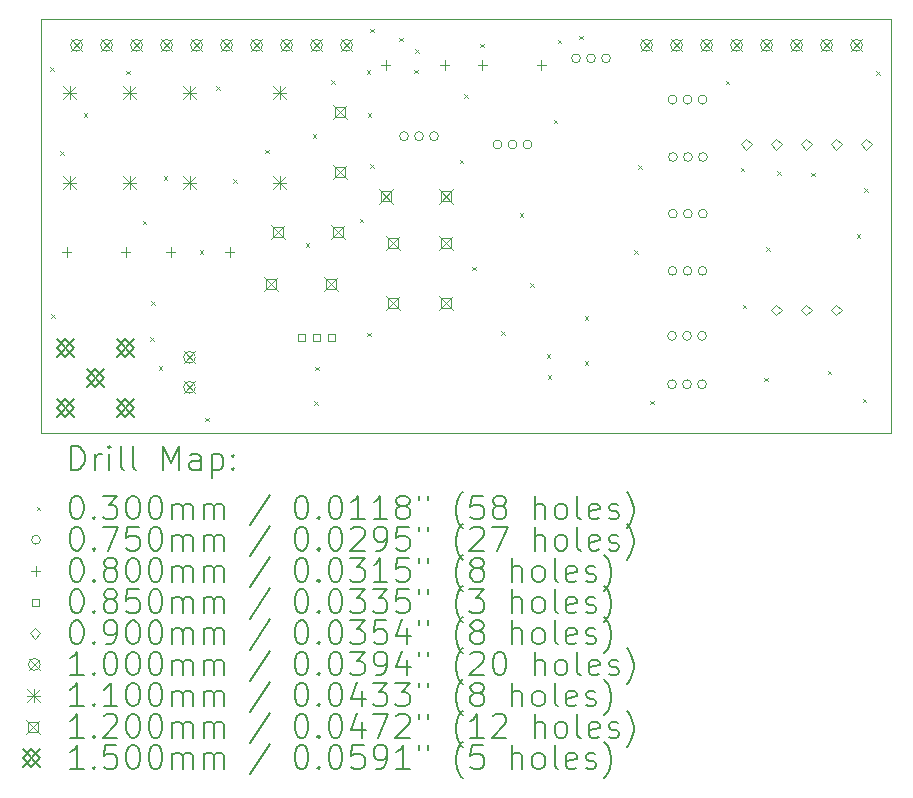
<source format=gbr>
%TF.GenerationSoftware,KiCad,Pcbnew,8.0.0*%
%TF.CreationDate,2025-01-04T20:09:10+01:00*%
%TF.ProjectId,inzynierka,696e7a79-6e69-4657-926b-612e6b696361,rev?*%
%TF.SameCoordinates,Original*%
%TF.FileFunction,Drillmap*%
%TF.FilePolarity,Positive*%
%FSLAX45Y45*%
G04 Gerber Fmt 4.5, Leading zero omitted, Abs format (unit mm)*
G04 Created by KiCad (PCBNEW 8.0.0) date 2025-01-04 20:09:10*
%MOMM*%
%LPD*%
G01*
G04 APERTURE LIST*
%ADD10C,0.050000*%
%ADD11C,0.200000*%
%ADD12C,0.100000*%
%ADD13C,0.110000*%
%ADD14C,0.120000*%
%ADD15C,0.150000*%
G04 APERTURE END LIST*
D10*
X10900000Y-7790000D02*
X18100000Y-7790000D01*
X18100000Y-11290000D01*
X10900000Y-11290000D01*
X10900000Y-7790000D01*
D11*
D12*
X10981000Y-8196000D02*
X11011000Y-8226000D01*
X11011000Y-8196000D02*
X10981000Y-8226000D01*
X10988000Y-10289000D02*
X11018000Y-10319000D01*
X11018000Y-10289000D02*
X10988000Y-10319000D01*
X11065000Y-8905000D02*
X11095000Y-8935000D01*
X11095000Y-8905000D02*
X11065000Y-8935000D01*
X11264000Y-8587000D02*
X11294000Y-8617000D01*
X11294000Y-8587000D02*
X11264000Y-8617000D01*
X11625000Y-8225000D02*
X11655000Y-8255000D01*
X11655000Y-8225000D02*
X11625000Y-8255000D01*
X11765000Y-9495000D02*
X11795000Y-9525000D01*
X11795000Y-9495000D02*
X11765000Y-9525000D01*
X11829000Y-10481000D02*
X11859000Y-10511000D01*
X11859000Y-10481000D02*
X11829000Y-10511000D01*
X11835000Y-10175000D02*
X11865000Y-10205000D01*
X11865000Y-10175000D02*
X11835000Y-10205000D01*
X11901000Y-10727000D02*
X11931000Y-10757000D01*
X11931000Y-10727000D02*
X11901000Y-10757000D01*
X11943000Y-9121000D02*
X11973000Y-9151000D01*
X11973000Y-9121000D02*
X11943000Y-9151000D01*
X12245000Y-9745000D02*
X12275000Y-9775000D01*
X12275000Y-9745000D02*
X12245000Y-9775000D01*
X12295000Y-11165000D02*
X12325000Y-11195000D01*
X12325000Y-11165000D02*
X12295000Y-11195000D01*
X12386000Y-8355000D02*
X12416000Y-8385000D01*
X12416000Y-8355000D02*
X12386000Y-8385000D01*
X12531000Y-9142000D02*
X12561000Y-9172000D01*
X12561000Y-9142000D02*
X12531000Y-9172000D01*
X12803000Y-8893000D02*
X12833000Y-8923000D01*
X12833000Y-8893000D02*
X12803000Y-8923000D01*
X13146000Y-9684000D02*
X13176000Y-9714000D01*
X13176000Y-9684000D02*
X13146000Y-9714000D01*
X13205000Y-8765000D02*
X13235000Y-8795000D01*
X13235000Y-8765000D02*
X13205000Y-8795000D01*
X13215000Y-11025000D02*
X13245000Y-11055000D01*
X13245000Y-11025000D02*
X13215000Y-11055000D01*
X13225000Y-10732000D02*
X13255000Y-10762000D01*
X13255000Y-10732000D02*
X13225000Y-10762000D01*
X13360000Y-8304000D02*
X13390000Y-8334000D01*
X13390000Y-8304000D02*
X13360000Y-8334000D01*
X13602000Y-9480000D02*
X13632000Y-9510000D01*
X13632000Y-9480000D02*
X13602000Y-9510000D01*
X13659000Y-8222000D02*
X13689000Y-8252000D01*
X13689000Y-8222000D02*
X13659000Y-8252000D01*
X13665000Y-10445000D02*
X13695000Y-10475000D01*
X13695000Y-10445000D02*
X13665000Y-10475000D01*
X13669000Y-8584000D02*
X13699000Y-8614000D01*
X13699000Y-8584000D02*
X13669000Y-8614000D01*
X13690000Y-7871000D02*
X13720000Y-7901000D01*
X13720000Y-7871000D02*
X13690000Y-7901000D01*
X13692000Y-9017000D02*
X13722000Y-9047000D01*
X13722000Y-9017000D02*
X13692000Y-9047000D01*
X13938000Y-7945000D02*
X13968000Y-7975000D01*
X13968000Y-7945000D02*
X13938000Y-7975000D01*
X14063000Y-8218000D02*
X14093000Y-8248000D01*
X14093000Y-8218000D02*
X14063000Y-8248000D01*
X14072000Y-8043000D02*
X14102000Y-8073000D01*
X14102000Y-8043000D02*
X14072000Y-8073000D01*
X14448000Y-8978000D02*
X14478000Y-9008000D01*
X14478000Y-8978000D02*
X14448000Y-9008000D01*
X14485000Y-8425000D02*
X14515000Y-8455000D01*
X14515000Y-8425000D02*
X14485000Y-8455000D01*
X14555000Y-9885000D02*
X14585000Y-9915000D01*
X14585000Y-9885000D02*
X14555000Y-9915000D01*
X14623000Y-7997000D02*
X14653000Y-8027000D01*
X14653000Y-7997000D02*
X14623000Y-8027000D01*
X14800000Y-10430000D02*
X14830000Y-10460000D01*
X14830000Y-10430000D02*
X14800000Y-10460000D01*
X14955000Y-9430000D02*
X14985000Y-9460000D01*
X14985000Y-9430000D02*
X14955000Y-9460000D01*
X15045000Y-10025000D02*
X15075000Y-10055000D01*
X15075000Y-10025000D02*
X15045000Y-10055000D01*
X15185000Y-10624000D02*
X15215000Y-10654000D01*
X15215000Y-10624000D02*
X15185000Y-10654000D01*
X15195000Y-10805000D02*
X15225000Y-10835000D01*
X15225000Y-10805000D02*
X15195000Y-10835000D01*
X15243000Y-8640000D02*
X15273000Y-8670000D01*
X15273000Y-8640000D02*
X15243000Y-8670000D01*
X15278000Y-7965000D02*
X15308000Y-7995000D01*
X15308000Y-7965000D02*
X15278000Y-7995000D01*
X15459000Y-7928000D02*
X15489000Y-7958000D01*
X15489000Y-7928000D02*
X15459000Y-7958000D01*
X15505000Y-10305000D02*
X15535000Y-10335000D01*
X15535000Y-10305000D02*
X15505000Y-10335000D01*
X15505000Y-10685000D02*
X15535000Y-10715000D01*
X15535000Y-10685000D02*
X15505000Y-10715000D01*
X15925000Y-9745000D02*
X15955000Y-9775000D01*
X15955000Y-9745000D02*
X15925000Y-9775000D01*
X15958000Y-9025000D02*
X15988000Y-9055000D01*
X15988000Y-9025000D02*
X15958000Y-9055000D01*
X16063000Y-11021000D02*
X16093000Y-11051000D01*
X16093000Y-11021000D02*
X16063000Y-11051000D01*
X16700000Y-8311000D02*
X16730000Y-8341000D01*
X16730000Y-8311000D02*
X16700000Y-8341000D01*
X16827000Y-9048000D02*
X16857000Y-9078000D01*
X16857000Y-9048000D02*
X16827000Y-9078000D01*
X16845000Y-10205000D02*
X16875000Y-10235000D01*
X16875000Y-10205000D02*
X16845000Y-10235000D01*
X17025000Y-10825000D02*
X17055000Y-10855000D01*
X17055000Y-10825000D02*
X17025000Y-10855000D01*
X17041000Y-9721000D02*
X17071000Y-9751000D01*
X17071000Y-9721000D02*
X17041000Y-9751000D01*
X17136000Y-9077000D02*
X17166000Y-9107000D01*
X17166000Y-9077000D02*
X17136000Y-9107000D01*
X17422000Y-9089000D02*
X17452000Y-9119000D01*
X17452000Y-9089000D02*
X17422000Y-9119000D01*
X17565000Y-10765000D02*
X17595000Y-10795000D01*
X17595000Y-10765000D02*
X17565000Y-10795000D01*
X17810000Y-9610000D02*
X17840000Y-9640000D01*
X17840000Y-9610000D02*
X17810000Y-9640000D01*
X17862000Y-11004000D02*
X17892000Y-11034000D01*
X17892000Y-11004000D02*
X17862000Y-11034000D01*
X17875000Y-9220000D02*
X17905000Y-9250000D01*
X17905000Y-9220000D02*
X17875000Y-9250000D01*
X17974000Y-8228000D02*
X18004000Y-8258000D01*
X18004000Y-8228000D02*
X17974000Y-8258000D01*
X14013500Y-8780000D02*
G75*
G02*
X13938500Y-8780000I-37500J0D01*
G01*
X13938500Y-8780000D02*
G75*
G02*
X14013500Y-8780000I37500J0D01*
G01*
X14140500Y-8780000D02*
G75*
G02*
X14065500Y-8780000I-37500J0D01*
G01*
X14065500Y-8780000D02*
G75*
G02*
X14140500Y-8780000I37500J0D01*
G01*
X14267500Y-8780000D02*
G75*
G02*
X14192500Y-8780000I-37500J0D01*
G01*
X14192500Y-8780000D02*
G75*
G02*
X14267500Y-8780000I37500J0D01*
G01*
X14805500Y-8850000D02*
G75*
G02*
X14730500Y-8850000I-37500J0D01*
G01*
X14730500Y-8850000D02*
G75*
G02*
X14805500Y-8850000I37500J0D01*
G01*
X14932500Y-8850000D02*
G75*
G02*
X14857500Y-8850000I-37500J0D01*
G01*
X14857500Y-8850000D02*
G75*
G02*
X14932500Y-8850000I37500J0D01*
G01*
X15059500Y-8850000D02*
G75*
G02*
X14984500Y-8850000I-37500J0D01*
G01*
X14984500Y-8850000D02*
G75*
G02*
X15059500Y-8850000I37500J0D01*
G01*
X15470500Y-8120000D02*
G75*
G02*
X15395500Y-8120000I-37500J0D01*
G01*
X15395500Y-8120000D02*
G75*
G02*
X15470500Y-8120000I37500J0D01*
G01*
X15597500Y-8120000D02*
G75*
G02*
X15522500Y-8120000I-37500J0D01*
G01*
X15522500Y-8120000D02*
G75*
G02*
X15597500Y-8120000I37500J0D01*
G01*
X15724500Y-8120000D02*
G75*
G02*
X15649500Y-8120000I-37500J0D01*
G01*
X15649500Y-8120000D02*
G75*
G02*
X15724500Y-8120000I37500J0D01*
G01*
X16283500Y-10470000D02*
G75*
G02*
X16208500Y-10470000I-37500J0D01*
G01*
X16208500Y-10470000D02*
G75*
G02*
X16283500Y-10470000I37500J0D01*
G01*
X16283500Y-10880000D02*
G75*
G02*
X16208500Y-10880000I-37500J0D01*
G01*
X16208500Y-10880000D02*
G75*
G02*
X16283500Y-10880000I37500J0D01*
G01*
X16287500Y-8470000D02*
G75*
G02*
X16212500Y-8470000I-37500J0D01*
G01*
X16212500Y-8470000D02*
G75*
G02*
X16287500Y-8470000I37500J0D01*
G01*
X16287500Y-9920000D02*
G75*
G02*
X16212500Y-9920000I-37500J0D01*
G01*
X16212500Y-9920000D02*
G75*
G02*
X16287500Y-9920000I37500J0D01*
G01*
X16290500Y-8956000D02*
G75*
G02*
X16215500Y-8956000I-37500J0D01*
G01*
X16215500Y-8956000D02*
G75*
G02*
X16290500Y-8956000I37500J0D01*
G01*
X16290500Y-9436000D02*
G75*
G02*
X16215500Y-9436000I-37500J0D01*
G01*
X16215500Y-9436000D02*
G75*
G02*
X16290500Y-9436000I37500J0D01*
G01*
X16410500Y-10470000D02*
G75*
G02*
X16335500Y-10470000I-37500J0D01*
G01*
X16335500Y-10470000D02*
G75*
G02*
X16410500Y-10470000I37500J0D01*
G01*
X16410500Y-10880000D02*
G75*
G02*
X16335500Y-10880000I-37500J0D01*
G01*
X16335500Y-10880000D02*
G75*
G02*
X16410500Y-10880000I37500J0D01*
G01*
X16414500Y-8470000D02*
G75*
G02*
X16339500Y-8470000I-37500J0D01*
G01*
X16339500Y-8470000D02*
G75*
G02*
X16414500Y-8470000I37500J0D01*
G01*
X16414500Y-9920000D02*
G75*
G02*
X16339500Y-9920000I-37500J0D01*
G01*
X16339500Y-9920000D02*
G75*
G02*
X16414500Y-9920000I37500J0D01*
G01*
X16417500Y-8956000D02*
G75*
G02*
X16342500Y-8956000I-37500J0D01*
G01*
X16342500Y-8956000D02*
G75*
G02*
X16417500Y-8956000I37500J0D01*
G01*
X16417500Y-9436000D02*
G75*
G02*
X16342500Y-9436000I-37500J0D01*
G01*
X16342500Y-9436000D02*
G75*
G02*
X16417500Y-9436000I37500J0D01*
G01*
X16537500Y-10470000D02*
G75*
G02*
X16462500Y-10470000I-37500J0D01*
G01*
X16462500Y-10470000D02*
G75*
G02*
X16537500Y-10470000I37500J0D01*
G01*
X16537500Y-10880000D02*
G75*
G02*
X16462500Y-10880000I-37500J0D01*
G01*
X16462500Y-10880000D02*
G75*
G02*
X16537500Y-10880000I37500J0D01*
G01*
X16541500Y-8470000D02*
G75*
G02*
X16466500Y-8470000I-37500J0D01*
G01*
X16466500Y-8470000D02*
G75*
G02*
X16541500Y-8470000I37500J0D01*
G01*
X16541500Y-9920000D02*
G75*
G02*
X16466500Y-9920000I-37500J0D01*
G01*
X16466500Y-9920000D02*
G75*
G02*
X16541500Y-9920000I37500J0D01*
G01*
X16544500Y-8956000D02*
G75*
G02*
X16469500Y-8956000I-37500J0D01*
G01*
X16469500Y-8956000D02*
G75*
G02*
X16544500Y-8956000I37500J0D01*
G01*
X16544500Y-9436000D02*
G75*
G02*
X16469500Y-9436000I-37500J0D01*
G01*
X16469500Y-9436000D02*
G75*
G02*
X16544500Y-9436000I37500J0D01*
G01*
X11120000Y-9720000D02*
X11120000Y-9800000D01*
X11080000Y-9760000D02*
X11160000Y-9760000D01*
X11620000Y-9720000D02*
X11620000Y-9800000D01*
X11580000Y-9760000D02*
X11660000Y-9760000D01*
X12000000Y-9720000D02*
X12000000Y-9800000D01*
X11960000Y-9760000D02*
X12040000Y-9760000D01*
X12500000Y-9720000D02*
X12500000Y-9800000D01*
X12460000Y-9760000D02*
X12540000Y-9760000D01*
X13820000Y-8138000D02*
X13820000Y-8218000D01*
X13780000Y-8178000D02*
X13860000Y-8178000D01*
X14320000Y-8138000D02*
X14320000Y-8218000D01*
X14280000Y-8178000D02*
X14360000Y-8178000D01*
X14640000Y-8138000D02*
X14640000Y-8218000D01*
X14600000Y-8178000D02*
X14680000Y-8178000D01*
X15140000Y-8138000D02*
X15140000Y-8218000D01*
X15100000Y-8178000D02*
X15180000Y-8178000D01*
X13139832Y-10515802D02*
X13139832Y-10455698D01*
X13079728Y-10455698D01*
X13079728Y-10515802D01*
X13139832Y-10515802D01*
X13266832Y-10515802D02*
X13266832Y-10455698D01*
X13206728Y-10455698D01*
X13206728Y-10515802D01*
X13266832Y-10515802D01*
X13393832Y-10515802D02*
X13393832Y-10455698D01*
X13333728Y-10455698D01*
X13333728Y-10515802D01*
X13393832Y-10515802D01*
X16874000Y-8895000D02*
X16919000Y-8850000D01*
X16874000Y-8805000D01*
X16829000Y-8850000D01*
X16874000Y-8895000D01*
X17128000Y-8895000D02*
X17173000Y-8850000D01*
X17128000Y-8805000D01*
X17083000Y-8850000D01*
X17128000Y-8895000D01*
X17128000Y-10295000D02*
X17173000Y-10250000D01*
X17128000Y-10205000D01*
X17083000Y-10250000D01*
X17128000Y-10295000D01*
X17382000Y-8895000D02*
X17427000Y-8850000D01*
X17382000Y-8805000D01*
X17337000Y-8850000D01*
X17382000Y-8895000D01*
X17382000Y-10295000D02*
X17427000Y-10250000D01*
X17382000Y-10205000D01*
X17337000Y-10250000D01*
X17382000Y-10295000D01*
X17636000Y-8895000D02*
X17681000Y-8850000D01*
X17636000Y-8805000D01*
X17591000Y-8850000D01*
X17636000Y-8895000D01*
X17636000Y-10295000D02*
X17681000Y-10250000D01*
X17636000Y-10205000D01*
X17591000Y-10250000D01*
X17636000Y-10295000D01*
X17890000Y-8895000D02*
X17935000Y-8850000D01*
X17890000Y-8805000D01*
X17845000Y-8850000D01*
X17890000Y-8895000D01*
X11154000Y-7960000D02*
X11254000Y-8060000D01*
X11254000Y-7960000D02*
X11154000Y-8060000D01*
X11254000Y-8010000D02*
G75*
G02*
X11154000Y-8010000I-50000J0D01*
G01*
X11154000Y-8010000D02*
G75*
G02*
X11254000Y-8010000I50000J0D01*
G01*
X11408000Y-7960000D02*
X11508000Y-8060000D01*
X11508000Y-7960000D02*
X11408000Y-8060000D01*
X11508000Y-8010000D02*
G75*
G02*
X11408000Y-8010000I-50000J0D01*
G01*
X11408000Y-8010000D02*
G75*
G02*
X11508000Y-8010000I50000J0D01*
G01*
X11662000Y-7960000D02*
X11762000Y-8060000D01*
X11762000Y-7960000D02*
X11662000Y-8060000D01*
X11762000Y-8010000D02*
G75*
G02*
X11662000Y-8010000I-50000J0D01*
G01*
X11662000Y-8010000D02*
G75*
G02*
X11762000Y-8010000I50000J0D01*
G01*
X11916000Y-7960000D02*
X12016000Y-8060000D01*
X12016000Y-7960000D02*
X11916000Y-8060000D01*
X12016000Y-8010000D02*
G75*
G02*
X11916000Y-8010000I-50000J0D01*
G01*
X11916000Y-8010000D02*
G75*
G02*
X12016000Y-8010000I50000J0D01*
G01*
X12110000Y-10602500D02*
X12210000Y-10702500D01*
X12210000Y-10602500D02*
X12110000Y-10702500D01*
X12210000Y-10652500D02*
G75*
G02*
X12110000Y-10652500I-50000J0D01*
G01*
X12110000Y-10652500D02*
G75*
G02*
X12210000Y-10652500I50000J0D01*
G01*
X12110000Y-10856500D02*
X12210000Y-10956500D01*
X12210000Y-10856500D02*
X12110000Y-10956500D01*
X12210000Y-10906500D02*
G75*
G02*
X12110000Y-10906500I-50000J0D01*
G01*
X12110000Y-10906500D02*
G75*
G02*
X12210000Y-10906500I50000J0D01*
G01*
X12170000Y-7960000D02*
X12270000Y-8060000D01*
X12270000Y-7960000D02*
X12170000Y-8060000D01*
X12270000Y-8010000D02*
G75*
G02*
X12170000Y-8010000I-50000J0D01*
G01*
X12170000Y-8010000D02*
G75*
G02*
X12270000Y-8010000I50000J0D01*
G01*
X12424000Y-7960000D02*
X12524000Y-8060000D01*
X12524000Y-7960000D02*
X12424000Y-8060000D01*
X12524000Y-8010000D02*
G75*
G02*
X12424000Y-8010000I-50000J0D01*
G01*
X12424000Y-8010000D02*
G75*
G02*
X12524000Y-8010000I50000J0D01*
G01*
X12678000Y-7960000D02*
X12778000Y-8060000D01*
X12778000Y-7960000D02*
X12678000Y-8060000D01*
X12778000Y-8010000D02*
G75*
G02*
X12678000Y-8010000I-50000J0D01*
G01*
X12678000Y-8010000D02*
G75*
G02*
X12778000Y-8010000I50000J0D01*
G01*
X12932000Y-7960000D02*
X13032000Y-8060000D01*
X13032000Y-7960000D02*
X12932000Y-8060000D01*
X13032000Y-8010000D02*
G75*
G02*
X12932000Y-8010000I-50000J0D01*
G01*
X12932000Y-8010000D02*
G75*
G02*
X13032000Y-8010000I50000J0D01*
G01*
X13186000Y-7960000D02*
X13286000Y-8060000D01*
X13286000Y-7960000D02*
X13186000Y-8060000D01*
X13286000Y-8010000D02*
G75*
G02*
X13186000Y-8010000I-50000J0D01*
G01*
X13186000Y-8010000D02*
G75*
G02*
X13286000Y-8010000I50000J0D01*
G01*
X13440000Y-7960000D02*
X13540000Y-8060000D01*
X13540000Y-7960000D02*
X13440000Y-8060000D01*
X13540000Y-8010000D02*
G75*
G02*
X13440000Y-8010000I-50000J0D01*
G01*
X13440000Y-8010000D02*
G75*
G02*
X13540000Y-8010000I50000J0D01*
G01*
X15980000Y-7960000D02*
X16080000Y-8060000D01*
X16080000Y-7960000D02*
X15980000Y-8060000D01*
X16080000Y-8010000D02*
G75*
G02*
X15980000Y-8010000I-50000J0D01*
G01*
X15980000Y-8010000D02*
G75*
G02*
X16080000Y-8010000I50000J0D01*
G01*
X16234000Y-7960000D02*
X16334000Y-8060000D01*
X16334000Y-7960000D02*
X16234000Y-8060000D01*
X16334000Y-8010000D02*
G75*
G02*
X16234000Y-8010000I-50000J0D01*
G01*
X16234000Y-8010000D02*
G75*
G02*
X16334000Y-8010000I50000J0D01*
G01*
X16488000Y-7960000D02*
X16588000Y-8060000D01*
X16588000Y-7960000D02*
X16488000Y-8060000D01*
X16588000Y-8010000D02*
G75*
G02*
X16488000Y-8010000I-50000J0D01*
G01*
X16488000Y-8010000D02*
G75*
G02*
X16588000Y-8010000I50000J0D01*
G01*
X16742000Y-7960000D02*
X16842000Y-8060000D01*
X16842000Y-7960000D02*
X16742000Y-8060000D01*
X16842000Y-8010000D02*
G75*
G02*
X16742000Y-8010000I-50000J0D01*
G01*
X16742000Y-8010000D02*
G75*
G02*
X16842000Y-8010000I50000J0D01*
G01*
X16996000Y-7960000D02*
X17096000Y-8060000D01*
X17096000Y-7960000D02*
X16996000Y-8060000D01*
X17096000Y-8010000D02*
G75*
G02*
X16996000Y-8010000I-50000J0D01*
G01*
X16996000Y-8010000D02*
G75*
G02*
X17096000Y-8010000I50000J0D01*
G01*
X17250000Y-7960000D02*
X17350000Y-8060000D01*
X17350000Y-7960000D02*
X17250000Y-8060000D01*
X17350000Y-8010000D02*
G75*
G02*
X17250000Y-8010000I-50000J0D01*
G01*
X17250000Y-8010000D02*
G75*
G02*
X17350000Y-8010000I50000J0D01*
G01*
X17504000Y-7960000D02*
X17604000Y-8060000D01*
X17604000Y-7960000D02*
X17504000Y-8060000D01*
X17604000Y-8010000D02*
G75*
G02*
X17504000Y-8010000I-50000J0D01*
G01*
X17504000Y-8010000D02*
G75*
G02*
X17604000Y-8010000I50000J0D01*
G01*
X17758000Y-7960000D02*
X17858000Y-8060000D01*
X17858000Y-7960000D02*
X17758000Y-8060000D01*
X17858000Y-8010000D02*
G75*
G02*
X17758000Y-8010000I-50000J0D01*
G01*
X17758000Y-8010000D02*
G75*
G02*
X17858000Y-8010000I50000J0D01*
G01*
D13*
X11090000Y-8358000D02*
X11200000Y-8468000D01*
X11200000Y-8358000D02*
X11090000Y-8468000D01*
X11145000Y-8358000D02*
X11145000Y-8468000D01*
X11090000Y-8413000D02*
X11200000Y-8413000D01*
X11090000Y-9120000D02*
X11200000Y-9230000D01*
X11200000Y-9120000D02*
X11090000Y-9230000D01*
X11145000Y-9120000D02*
X11145000Y-9230000D01*
X11090000Y-9175000D02*
X11200000Y-9175000D01*
X11598000Y-8358000D02*
X11708000Y-8468000D01*
X11708000Y-8358000D02*
X11598000Y-8468000D01*
X11653000Y-8358000D02*
X11653000Y-8468000D01*
X11598000Y-8413000D02*
X11708000Y-8413000D01*
X11598000Y-9120000D02*
X11708000Y-9230000D01*
X11708000Y-9120000D02*
X11598000Y-9230000D01*
X11653000Y-9120000D02*
X11653000Y-9230000D01*
X11598000Y-9175000D02*
X11708000Y-9175000D01*
X12106000Y-8358000D02*
X12216000Y-8468000D01*
X12216000Y-8358000D02*
X12106000Y-8468000D01*
X12161000Y-8358000D02*
X12161000Y-8468000D01*
X12106000Y-8413000D02*
X12216000Y-8413000D01*
X12106000Y-9120000D02*
X12216000Y-9230000D01*
X12216000Y-9120000D02*
X12106000Y-9230000D01*
X12161000Y-9120000D02*
X12161000Y-9230000D01*
X12106000Y-9175000D02*
X12216000Y-9175000D01*
X12868000Y-8358000D02*
X12978000Y-8468000D01*
X12978000Y-8358000D02*
X12868000Y-8468000D01*
X12923000Y-8358000D02*
X12923000Y-8468000D01*
X12868000Y-8413000D02*
X12978000Y-8413000D01*
X12868000Y-9120000D02*
X12978000Y-9230000D01*
X12978000Y-9120000D02*
X12868000Y-9230000D01*
X12923000Y-9120000D02*
X12923000Y-9230000D01*
X12868000Y-9175000D02*
X12978000Y-9175000D01*
D14*
X12788000Y-9974000D02*
X12908000Y-10094000D01*
X12908000Y-9974000D02*
X12788000Y-10094000D01*
X12890427Y-10076427D02*
X12890427Y-9991573D01*
X12805573Y-9991573D01*
X12805573Y-10076427D01*
X12890427Y-10076427D01*
X12847000Y-9534000D02*
X12967000Y-9654000D01*
X12967000Y-9534000D02*
X12847000Y-9654000D01*
X12949427Y-9636427D02*
X12949427Y-9551573D01*
X12864573Y-9551573D01*
X12864573Y-9636427D01*
X12949427Y-9636427D01*
X13296000Y-9974000D02*
X13416000Y-10094000D01*
X13416000Y-9974000D02*
X13296000Y-10094000D01*
X13398427Y-10076427D02*
X13398427Y-9991573D01*
X13313573Y-9991573D01*
X13313573Y-10076427D01*
X13398427Y-10076427D01*
X13355000Y-9534000D02*
X13475000Y-9654000D01*
X13475000Y-9534000D02*
X13355000Y-9654000D01*
X13457427Y-9636427D02*
X13457427Y-9551573D01*
X13372573Y-9551573D01*
X13372573Y-9636427D01*
X13457427Y-9636427D01*
X13375000Y-8517000D02*
X13495000Y-8637000D01*
X13495000Y-8517000D02*
X13375000Y-8637000D01*
X13477427Y-8619427D02*
X13477427Y-8534573D01*
X13392573Y-8534573D01*
X13392573Y-8619427D01*
X13477427Y-8619427D01*
X13375000Y-9025000D02*
X13495000Y-9145000D01*
X13495000Y-9025000D02*
X13375000Y-9145000D01*
X13477427Y-9127427D02*
X13477427Y-9042573D01*
X13392573Y-9042573D01*
X13392573Y-9127427D01*
X13477427Y-9127427D01*
X13765000Y-9230000D02*
X13885000Y-9350000D01*
X13885000Y-9230000D02*
X13765000Y-9350000D01*
X13867427Y-9332427D02*
X13867427Y-9247573D01*
X13782573Y-9247573D01*
X13782573Y-9332427D01*
X13867427Y-9332427D01*
X13820000Y-9626000D02*
X13940000Y-9746000D01*
X13940000Y-9626000D02*
X13820000Y-9746000D01*
X13922427Y-9728427D02*
X13922427Y-9643573D01*
X13837573Y-9643573D01*
X13837573Y-9728427D01*
X13922427Y-9728427D01*
X13820000Y-10134000D02*
X13940000Y-10254000D01*
X13940000Y-10134000D02*
X13820000Y-10254000D01*
X13922427Y-10236427D02*
X13922427Y-10151573D01*
X13837573Y-10151573D01*
X13837573Y-10236427D01*
X13922427Y-10236427D01*
X14270000Y-9626000D02*
X14390000Y-9746000D01*
X14390000Y-9626000D02*
X14270000Y-9746000D01*
X14372427Y-9728427D02*
X14372427Y-9643573D01*
X14287573Y-9643573D01*
X14287573Y-9728427D01*
X14372427Y-9728427D01*
X14270000Y-10134000D02*
X14390000Y-10254000D01*
X14390000Y-10134000D02*
X14270000Y-10254000D01*
X14372427Y-10236427D02*
X14372427Y-10151573D01*
X14287573Y-10151573D01*
X14287573Y-10236427D01*
X14372427Y-10236427D01*
X14273000Y-9230000D02*
X14393000Y-9350000D01*
X14393000Y-9230000D02*
X14273000Y-9350000D01*
X14375427Y-9332427D02*
X14375427Y-9247573D01*
X14290573Y-9247573D01*
X14290573Y-9332427D01*
X14375427Y-9332427D01*
D15*
X11035000Y-10499000D02*
X11185000Y-10649000D01*
X11185000Y-10499000D02*
X11035000Y-10649000D01*
X11110000Y-10649000D02*
X11185000Y-10574000D01*
X11110000Y-10499000D01*
X11035000Y-10574000D01*
X11110000Y-10649000D01*
X11035000Y-11007000D02*
X11185000Y-11157000D01*
X11185000Y-11007000D02*
X11035000Y-11157000D01*
X11110000Y-11157000D02*
X11185000Y-11082000D01*
X11110000Y-11007000D01*
X11035000Y-11082000D01*
X11110000Y-11157000D01*
X11289000Y-10753000D02*
X11439000Y-10903000D01*
X11439000Y-10753000D02*
X11289000Y-10903000D01*
X11364000Y-10903000D02*
X11439000Y-10828000D01*
X11364000Y-10753000D01*
X11289000Y-10828000D01*
X11364000Y-10903000D01*
X11543000Y-10499000D02*
X11693000Y-10649000D01*
X11693000Y-10499000D02*
X11543000Y-10649000D01*
X11618000Y-10649000D02*
X11693000Y-10574000D01*
X11618000Y-10499000D01*
X11543000Y-10574000D01*
X11618000Y-10649000D01*
X11543000Y-11007000D02*
X11693000Y-11157000D01*
X11693000Y-11007000D02*
X11543000Y-11157000D01*
X11618000Y-11157000D02*
X11693000Y-11082000D01*
X11618000Y-11007000D01*
X11543000Y-11082000D01*
X11618000Y-11157000D01*
D11*
X11158277Y-11603984D02*
X11158277Y-11403984D01*
X11158277Y-11403984D02*
X11205896Y-11403984D01*
X11205896Y-11403984D02*
X11234467Y-11413508D01*
X11234467Y-11413508D02*
X11253515Y-11432555D01*
X11253515Y-11432555D02*
X11263039Y-11451603D01*
X11263039Y-11451603D02*
X11272562Y-11489698D01*
X11272562Y-11489698D02*
X11272562Y-11518269D01*
X11272562Y-11518269D02*
X11263039Y-11556365D01*
X11263039Y-11556365D02*
X11253515Y-11575412D01*
X11253515Y-11575412D02*
X11234467Y-11594460D01*
X11234467Y-11594460D02*
X11205896Y-11603984D01*
X11205896Y-11603984D02*
X11158277Y-11603984D01*
X11358277Y-11603984D02*
X11358277Y-11470650D01*
X11358277Y-11508746D02*
X11367801Y-11489698D01*
X11367801Y-11489698D02*
X11377324Y-11480174D01*
X11377324Y-11480174D02*
X11396372Y-11470650D01*
X11396372Y-11470650D02*
X11415420Y-11470650D01*
X11482086Y-11603984D02*
X11482086Y-11470650D01*
X11482086Y-11403984D02*
X11472562Y-11413508D01*
X11472562Y-11413508D02*
X11482086Y-11423031D01*
X11482086Y-11423031D02*
X11491610Y-11413508D01*
X11491610Y-11413508D02*
X11482086Y-11403984D01*
X11482086Y-11403984D02*
X11482086Y-11423031D01*
X11605896Y-11603984D02*
X11586848Y-11594460D01*
X11586848Y-11594460D02*
X11577324Y-11575412D01*
X11577324Y-11575412D02*
X11577324Y-11403984D01*
X11710658Y-11603984D02*
X11691610Y-11594460D01*
X11691610Y-11594460D02*
X11682086Y-11575412D01*
X11682086Y-11575412D02*
X11682086Y-11403984D01*
X11939229Y-11603984D02*
X11939229Y-11403984D01*
X11939229Y-11403984D02*
X12005896Y-11546841D01*
X12005896Y-11546841D02*
X12072562Y-11403984D01*
X12072562Y-11403984D02*
X12072562Y-11603984D01*
X12253515Y-11603984D02*
X12253515Y-11499222D01*
X12253515Y-11499222D02*
X12243991Y-11480174D01*
X12243991Y-11480174D02*
X12224943Y-11470650D01*
X12224943Y-11470650D02*
X12186848Y-11470650D01*
X12186848Y-11470650D02*
X12167801Y-11480174D01*
X12253515Y-11594460D02*
X12234467Y-11603984D01*
X12234467Y-11603984D02*
X12186848Y-11603984D01*
X12186848Y-11603984D02*
X12167801Y-11594460D01*
X12167801Y-11594460D02*
X12158277Y-11575412D01*
X12158277Y-11575412D02*
X12158277Y-11556365D01*
X12158277Y-11556365D02*
X12167801Y-11537317D01*
X12167801Y-11537317D02*
X12186848Y-11527793D01*
X12186848Y-11527793D02*
X12234467Y-11527793D01*
X12234467Y-11527793D02*
X12253515Y-11518269D01*
X12348753Y-11470650D02*
X12348753Y-11670650D01*
X12348753Y-11480174D02*
X12367801Y-11470650D01*
X12367801Y-11470650D02*
X12405896Y-11470650D01*
X12405896Y-11470650D02*
X12424943Y-11480174D01*
X12424943Y-11480174D02*
X12434467Y-11489698D01*
X12434467Y-11489698D02*
X12443991Y-11508746D01*
X12443991Y-11508746D02*
X12443991Y-11565888D01*
X12443991Y-11565888D02*
X12434467Y-11584936D01*
X12434467Y-11584936D02*
X12424943Y-11594460D01*
X12424943Y-11594460D02*
X12405896Y-11603984D01*
X12405896Y-11603984D02*
X12367801Y-11603984D01*
X12367801Y-11603984D02*
X12348753Y-11594460D01*
X12529705Y-11584936D02*
X12539229Y-11594460D01*
X12539229Y-11594460D02*
X12529705Y-11603984D01*
X12529705Y-11603984D02*
X12520182Y-11594460D01*
X12520182Y-11594460D02*
X12529705Y-11584936D01*
X12529705Y-11584936D02*
X12529705Y-11603984D01*
X12529705Y-11480174D02*
X12539229Y-11489698D01*
X12539229Y-11489698D02*
X12529705Y-11499222D01*
X12529705Y-11499222D02*
X12520182Y-11489698D01*
X12520182Y-11489698D02*
X12529705Y-11480174D01*
X12529705Y-11480174D02*
X12529705Y-11499222D01*
D12*
X10867500Y-11917500D02*
X10897500Y-11947500D01*
X10897500Y-11917500D02*
X10867500Y-11947500D01*
D11*
X11196372Y-11823984D02*
X11215420Y-11823984D01*
X11215420Y-11823984D02*
X11234467Y-11833508D01*
X11234467Y-11833508D02*
X11243991Y-11843031D01*
X11243991Y-11843031D02*
X11253515Y-11862079D01*
X11253515Y-11862079D02*
X11263039Y-11900174D01*
X11263039Y-11900174D02*
X11263039Y-11947793D01*
X11263039Y-11947793D02*
X11253515Y-11985888D01*
X11253515Y-11985888D02*
X11243991Y-12004936D01*
X11243991Y-12004936D02*
X11234467Y-12014460D01*
X11234467Y-12014460D02*
X11215420Y-12023984D01*
X11215420Y-12023984D02*
X11196372Y-12023984D01*
X11196372Y-12023984D02*
X11177324Y-12014460D01*
X11177324Y-12014460D02*
X11167801Y-12004936D01*
X11167801Y-12004936D02*
X11158277Y-11985888D01*
X11158277Y-11985888D02*
X11148753Y-11947793D01*
X11148753Y-11947793D02*
X11148753Y-11900174D01*
X11148753Y-11900174D02*
X11158277Y-11862079D01*
X11158277Y-11862079D02*
X11167801Y-11843031D01*
X11167801Y-11843031D02*
X11177324Y-11833508D01*
X11177324Y-11833508D02*
X11196372Y-11823984D01*
X11348753Y-12004936D02*
X11358277Y-12014460D01*
X11358277Y-12014460D02*
X11348753Y-12023984D01*
X11348753Y-12023984D02*
X11339229Y-12014460D01*
X11339229Y-12014460D02*
X11348753Y-12004936D01*
X11348753Y-12004936D02*
X11348753Y-12023984D01*
X11424943Y-11823984D02*
X11548753Y-11823984D01*
X11548753Y-11823984D02*
X11482086Y-11900174D01*
X11482086Y-11900174D02*
X11510658Y-11900174D01*
X11510658Y-11900174D02*
X11529705Y-11909698D01*
X11529705Y-11909698D02*
X11539229Y-11919222D01*
X11539229Y-11919222D02*
X11548753Y-11938269D01*
X11548753Y-11938269D02*
X11548753Y-11985888D01*
X11548753Y-11985888D02*
X11539229Y-12004936D01*
X11539229Y-12004936D02*
X11529705Y-12014460D01*
X11529705Y-12014460D02*
X11510658Y-12023984D01*
X11510658Y-12023984D02*
X11453515Y-12023984D01*
X11453515Y-12023984D02*
X11434467Y-12014460D01*
X11434467Y-12014460D02*
X11424943Y-12004936D01*
X11672562Y-11823984D02*
X11691610Y-11823984D01*
X11691610Y-11823984D02*
X11710658Y-11833508D01*
X11710658Y-11833508D02*
X11720182Y-11843031D01*
X11720182Y-11843031D02*
X11729705Y-11862079D01*
X11729705Y-11862079D02*
X11739229Y-11900174D01*
X11739229Y-11900174D02*
X11739229Y-11947793D01*
X11739229Y-11947793D02*
X11729705Y-11985888D01*
X11729705Y-11985888D02*
X11720182Y-12004936D01*
X11720182Y-12004936D02*
X11710658Y-12014460D01*
X11710658Y-12014460D02*
X11691610Y-12023984D01*
X11691610Y-12023984D02*
X11672562Y-12023984D01*
X11672562Y-12023984D02*
X11653515Y-12014460D01*
X11653515Y-12014460D02*
X11643991Y-12004936D01*
X11643991Y-12004936D02*
X11634467Y-11985888D01*
X11634467Y-11985888D02*
X11624943Y-11947793D01*
X11624943Y-11947793D02*
X11624943Y-11900174D01*
X11624943Y-11900174D02*
X11634467Y-11862079D01*
X11634467Y-11862079D02*
X11643991Y-11843031D01*
X11643991Y-11843031D02*
X11653515Y-11833508D01*
X11653515Y-11833508D02*
X11672562Y-11823984D01*
X11863039Y-11823984D02*
X11882086Y-11823984D01*
X11882086Y-11823984D02*
X11901134Y-11833508D01*
X11901134Y-11833508D02*
X11910658Y-11843031D01*
X11910658Y-11843031D02*
X11920182Y-11862079D01*
X11920182Y-11862079D02*
X11929705Y-11900174D01*
X11929705Y-11900174D02*
X11929705Y-11947793D01*
X11929705Y-11947793D02*
X11920182Y-11985888D01*
X11920182Y-11985888D02*
X11910658Y-12004936D01*
X11910658Y-12004936D02*
X11901134Y-12014460D01*
X11901134Y-12014460D02*
X11882086Y-12023984D01*
X11882086Y-12023984D02*
X11863039Y-12023984D01*
X11863039Y-12023984D02*
X11843991Y-12014460D01*
X11843991Y-12014460D02*
X11834467Y-12004936D01*
X11834467Y-12004936D02*
X11824943Y-11985888D01*
X11824943Y-11985888D02*
X11815420Y-11947793D01*
X11815420Y-11947793D02*
X11815420Y-11900174D01*
X11815420Y-11900174D02*
X11824943Y-11862079D01*
X11824943Y-11862079D02*
X11834467Y-11843031D01*
X11834467Y-11843031D02*
X11843991Y-11833508D01*
X11843991Y-11833508D02*
X11863039Y-11823984D01*
X12015420Y-12023984D02*
X12015420Y-11890650D01*
X12015420Y-11909698D02*
X12024943Y-11900174D01*
X12024943Y-11900174D02*
X12043991Y-11890650D01*
X12043991Y-11890650D02*
X12072563Y-11890650D01*
X12072563Y-11890650D02*
X12091610Y-11900174D01*
X12091610Y-11900174D02*
X12101134Y-11919222D01*
X12101134Y-11919222D02*
X12101134Y-12023984D01*
X12101134Y-11919222D02*
X12110658Y-11900174D01*
X12110658Y-11900174D02*
X12129705Y-11890650D01*
X12129705Y-11890650D02*
X12158277Y-11890650D01*
X12158277Y-11890650D02*
X12177324Y-11900174D01*
X12177324Y-11900174D02*
X12186848Y-11919222D01*
X12186848Y-11919222D02*
X12186848Y-12023984D01*
X12282086Y-12023984D02*
X12282086Y-11890650D01*
X12282086Y-11909698D02*
X12291610Y-11900174D01*
X12291610Y-11900174D02*
X12310658Y-11890650D01*
X12310658Y-11890650D02*
X12339229Y-11890650D01*
X12339229Y-11890650D02*
X12358277Y-11900174D01*
X12358277Y-11900174D02*
X12367801Y-11919222D01*
X12367801Y-11919222D02*
X12367801Y-12023984D01*
X12367801Y-11919222D02*
X12377324Y-11900174D01*
X12377324Y-11900174D02*
X12396372Y-11890650D01*
X12396372Y-11890650D02*
X12424943Y-11890650D01*
X12424943Y-11890650D02*
X12443991Y-11900174D01*
X12443991Y-11900174D02*
X12453515Y-11919222D01*
X12453515Y-11919222D02*
X12453515Y-12023984D01*
X12843991Y-11814460D02*
X12672563Y-12071603D01*
X13101134Y-11823984D02*
X13120182Y-11823984D01*
X13120182Y-11823984D02*
X13139229Y-11833508D01*
X13139229Y-11833508D02*
X13148753Y-11843031D01*
X13148753Y-11843031D02*
X13158277Y-11862079D01*
X13158277Y-11862079D02*
X13167801Y-11900174D01*
X13167801Y-11900174D02*
X13167801Y-11947793D01*
X13167801Y-11947793D02*
X13158277Y-11985888D01*
X13158277Y-11985888D02*
X13148753Y-12004936D01*
X13148753Y-12004936D02*
X13139229Y-12014460D01*
X13139229Y-12014460D02*
X13120182Y-12023984D01*
X13120182Y-12023984D02*
X13101134Y-12023984D01*
X13101134Y-12023984D02*
X13082086Y-12014460D01*
X13082086Y-12014460D02*
X13072563Y-12004936D01*
X13072563Y-12004936D02*
X13063039Y-11985888D01*
X13063039Y-11985888D02*
X13053515Y-11947793D01*
X13053515Y-11947793D02*
X13053515Y-11900174D01*
X13053515Y-11900174D02*
X13063039Y-11862079D01*
X13063039Y-11862079D02*
X13072563Y-11843031D01*
X13072563Y-11843031D02*
X13082086Y-11833508D01*
X13082086Y-11833508D02*
X13101134Y-11823984D01*
X13253515Y-12004936D02*
X13263039Y-12014460D01*
X13263039Y-12014460D02*
X13253515Y-12023984D01*
X13253515Y-12023984D02*
X13243991Y-12014460D01*
X13243991Y-12014460D02*
X13253515Y-12004936D01*
X13253515Y-12004936D02*
X13253515Y-12023984D01*
X13386848Y-11823984D02*
X13405896Y-11823984D01*
X13405896Y-11823984D02*
X13424944Y-11833508D01*
X13424944Y-11833508D02*
X13434467Y-11843031D01*
X13434467Y-11843031D02*
X13443991Y-11862079D01*
X13443991Y-11862079D02*
X13453515Y-11900174D01*
X13453515Y-11900174D02*
X13453515Y-11947793D01*
X13453515Y-11947793D02*
X13443991Y-11985888D01*
X13443991Y-11985888D02*
X13434467Y-12004936D01*
X13434467Y-12004936D02*
X13424944Y-12014460D01*
X13424944Y-12014460D02*
X13405896Y-12023984D01*
X13405896Y-12023984D02*
X13386848Y-12023984D01*
X13386848Y-12023984D02*
X13367801Y-12014460D01*
X13367801Y-12014460D02*
X13358277Y-12004936D01*
X13358277Y-12004936D02*
X13348753Y-11985888D01*
X13348753Y-11985888D02*
X13339229Y-11947793D01*
X13339229Y-11947793D02*
X13339229Y-11900174D01*
X13339229Y-11900174D02*
X13348753Y-11862079D01*
X13348753Y-11862079D02*
X13358277Y-11843031D01*
X13358277Y-11843031D02*
X13367801Y-11833508D01*
X13367801Y-11833508D02*
X13386848Y-11823984D01*
X13643991Y-12023984D02*
X13529706Y-12023984D01*
X13586848Y-12023984D02*
X13586848Y-11823984D01*
X13586848Y-11823984D02*
X13567801Y-11852555D01*
X13567801Y-11852555D02*
X13548753Y-11871603D01*
X13548753Y-11871603D02*
X13529706Y-11881127D01*
X13834467Y-12023984D02*
X13720182Y-12023984D01*
X13777325Y-12023984D02*
X13777325Y-11823984D01*
X13777325Y-11823984D02*
X13758277Y-11852555D01*
X13758277Y-11852555D02*
X13739229Y-11871603D01*
X13739229Y-11871603D02*
X13720182Y-11881127D01*
X13948753Y-11909698D02*
X13929706Y-11900174D01*
X13929706Y-11900174D02*
X13920182Y-11890650D01*
X13920182Y-11890650D02*
X13910658Y-11871603D01*
X13910658Y-11871603D02*
X13910658Y-11862079D01*
X13910658Y-11862079D02*
X13920182Y-11843031D01*
X13920182Y-11843031D02*
X13929706Y-11833508D01*
X13929706Y-11833508D02*
X13948753Y-11823984D01*
X13948753Y-11823984D02*
X13986848Y-11823984D01*
X13986848Y-11823984D02*
X14005896Y-11833508D01*
X14005896Y-11833508D02*
X14015420Y-11843031D01*
X14015420Y-11843031D02*
X14024944Y-11862079D01*
X14024944Y-11862079D02*
X14024944Y-11871603D01*
X14024944Y-11871603D02*
X14015420Y-11890650D01*
X14015420Y-11890650D02*
X14005896Y-11900174D01*
X14005896Y-11900174D02*
X13986848Y-11909698D01*
X13986848Y-11909698D02*
X13948753Y-11909698D01*
X13948753Y-11909698D02*
X13929706Y-11919222D01*
X13929706Y-11919222D02*
X13920182Y-11928746D01*
X13920182Y-11928746D02*
X13910658Y-11947793D01*
X13910658Y-11947793D02*
X13910658Y-11985888D01*
X13910658Y-11985888D02*
X13920182Y-12004936D01*
X13920182Y-12004936D02*
X13929706Y-12014460D01*
X13929706Y-12014460D02*
X13948753Y-12023984D01*
X13948753Y-12023984D02*
X13986848Y-12023984D01*
X13986848Y-12023984D02*
X14005896Y-12014460D01*
X14005896Y-12014460D02*
X14015420Y-12004936D01*
X14015420Y-12004936D02*
X14024944Y-11985888D01*
X14024944Y-11985888D02*
X14024944Y-11947793D01*
X14024944Y-11947793D02*
X14015420Y-11928746D01*
X14015420Y-11928746D02*
X14005896Y-11919222D01*
X14005896Y-11919222D02*
X13986848Y-11909698D01*
X14101134Y-11823984D02*
X14101134Y-11862079D01*
X14177325Y-11823984D02*
X14177325Y-11862079D01*
X14472563Y-12100174D02*
X14463039Y-12090650D01*
X14463039Y-12090650D02*
X14443991Y-12062079D01*
X14443991Y-12062079D02*
X14434468Y-12043031D01*
X14434468Y-12043031D02*
X14424944Y-12014460D01*
X14424944Y-12014460D02*
X14415420Y-11966841D01*
X14415420Y-11966841D02*
X14415420Y-11928746D01*
X14415420Y-11928746D02*
X14424944Y-11881127D01*
X14424944Y-11881127D02*
X14434468Y-11852555D01*
X14434468Y-11852555D02*
X14443991Y-11833508D01*
X14443991Y-11833508D02*
X14463039Y-11804936D01*
X14463039Y-11804936D02*
X14472563Y-11795412D01*
X14643991Y-11823984D02*
X14548753Y-11823984D01*
X14548753Y-11823984D02*
X14539229Y-11919222D01*
X14539229Y-11919222D02*
X14548753Y-11909698D01*
X14548753Y-11909698D02*
X14567801Y-11900174D01*
X14567801Y-11900174D02*
X14615420Y-11900174D01*
X14615420Y-11900174D02*
X14634468Y-11909698D01*
X14634468Y-11909698D02*
X14643991Y-11919222D01*
X14643991Y-11919222D02*
X14653515Y-11938269D01*
X14653515Y-11938269D02*
X14653515Y-11985888D01*
X14653515Y-11985888D02*
X14643991Y-12004936D01*
X14643991Y-12004936D02*
X14634468Y-12014460D01*
X14634468Y-12014460D02*
X14615420Y-12023984D01*
X14615420Y-12023984D02*
X14567801Y-12023984D01*
X14567801Y-12023984D02*
X14548753Y-12014460D01*
X14548753Y-12014460D02*
X14539229Y-12004936D01*
X14767801Y-11909698D02*
X14748753Y-11900174D01*
X14748753Y-11900174D02*
X14739229Y-11890650D01*
X14739229Y-11890650D02*
X14729706Y-11871603D01*
X14729706Y-11871603D02*
X14729706Y-11862079D01*
X14729706Y-11862079D02*
X14739229Y-11843031D01*
X14739229Y-11843031D02*
X14748753Y-11833508D01*
X14748753Y-11833508D02*
X14767801Y-11823984D01*
X14767801Y-11823984D02*
X14805896Y-11823984D01*
X14805896Y-11823984D02*
X14824944Y-11833508D01*
X14824944Y-11833508D02*
X14834468Y-11843031D01*
X14834468Y-11843031D02*
X14843991Y-11862079D01*
X14843991Y-11862079D02*
X14843991Y-11871603D01*
X14843991Y-11871603D02*
X14834468Y-11890650D01*
X14834468Y-11890650D02*
X14824944Y-11900174D01*
X14824944Y-11900174D02*
X14805896Y-11909698D01*
X14805896Y-11909698D02*
X14767801Y-11909698D01*
X14767801Y-11909698D02*
X14748753Y-11919222D01*
X14748753Y-11919222D02*
X14739229Y-11928746D01*
X14739229Y-11928746D02*
X14729706Y-11947793D01*
X14729706Y-11947793D02*
X14729706Y-11985888D01*
X14729706Y-11985888D02*
X14739229Y-12004936D01*
X14739229Y-12004936D02*
X14748753Y-12014460D01*
X14748753Y-12014460D02*
X14767801Y-12023984D01*
X14767801Y-12023984D02*
X14805896Y-12023984D01*
X14805896Y-12023984D02*
X14824944Y-12014460D01*
X14824944Y-12014460D02*
X14834468Y-12004936D01*
X14834468Y-12004936D02*
X14843991Y-11985888D01*
X14843991Y-11985888D02*
X14843991Y-11947793D01*
X14843991Y-11947793D02*
X14834468Y-11928746D01*
X14834468Y-11928746D02*
X14824944Y-11919222D01*
X14824944Y-11919222D02*
X14805896Y-11909698D01*
X15082087Y-12023984D02*
X15082087Y-11823984D01*
X15167801Y-12023984D02*
X15167801Y-11919222D01*
X15167801Y-11919222D02*
X15158277Y-11900174D01*
X15158277Y-11900174D02*
X15139230Y-11890650D01*
X15139230Y-11890650D02*
X15110658Y-11890650D01*
X15110658Y-11890650D02*
X15091610Y-11900174D01*
X15091610Y-11900174D02*
X15082087Y-11909698D01*
X15291610Y-12023984D02*
X15272563Y-12014460D01*
X15272563Y-12014460D02*
X15263039Y-12004936D01*
X15263039Y-12004936D02*
X15253515Y-11985888D01*
X15253515Y-11985888D02*
X15253515Y-11928746D01*
X15253515Y-11928746D02*
X15263039Y-11909698D01*
X15263039Y-11909698D02*
X15272563Y-11900174D01*
X15272563Y-11900174D02*
X15291610Y-11890650D01*
X15291610Y-11890650D02*
X15320182Y-11890650D01*
X15320182Y-11890650D02*
X15339230Y-11900174D01*
X15339230Y-11900174D02*
X15348753Y-11909698D01*
X15348753Y-11909698D02*
X15358277Y-11928746D01*
X15358277Y-11928746D02*
X15358277Y-11985888D01*
X15358277Y-11985888D02*
X15348753Y-12004936D01*
X15348753Y-12004936D02*
X15339230Y-12014460D01*
X15339230Y-12014460D02*
X15320182Y-12023984D01*
X15320182Y-12023984D02*
X15291610Y-12023984D01*
X15472563Y-12023984D02*
X15453515Y-12014460D01*
X15453515Y-12014460D02*
X15443991Y-11995412D01*
X15443991Y-11995412D02*
X15443991Y-11823984D01*
X15624944Y-12014460D02*
X15605896Y-12023984D01*
X15605896Y-12023984D02*
X15567801Y-12023984D01*
X15567801Y-12023984D02*
X15548753Y-12014460D01*
X15548753Y-12014460D02*
X15539230Y-11995412D01*
X15539230Y-11995412D02*
X15539230Y-11919222D01*
X15539230Y-11919222D02*
X15548753Y-11900174D01*
X15548753Y-11900174D02*
X15567801Y-11890650D01*
X15567801Y-11890650D02*
X15605896Y-11890650D01*
X15605896Y-11890650D02*
X15624944Y-11900174D01*
X15624944Y-11900174D02*
X15634468Y-11919222D01*
X15634468Y-11919222D02*
X15634468Y-11938269D01*
X15634468Y-11938269D02*
X15539230Y-11957317D01*
X15710658Y-12014460D02*
X15729706Y-12023984D01*
X15729706Y-12023984D02*
X15767801Y-12023984D01*
X15767801Y-12023984D02*
X15786849Y-12014460D01*
X15786849Y-12014460D02*
X15796372Y-11995412D01*
X15796372Y-11995412D02*
X15796372Y-11985888D01*
X15796372Y-11985888D02*
X15786849Y-11966841D01*
X15786849Y-11966841D02*
X15767801Y-11957317D01*
X15767801Y-11957317D02*
X15739230Y-11957317D01*
X15739230Y-11957317D02*
X15720182Y-11947793D01*
X15720182Y-11947793D02*
X15710658Y-11928746D01*
X15710658Y-11928746D02*
X15710658Y-11919222D01*
X15710658Y-11919222D02*
X15720182Y-11900174D01*
X15720182Y-11900174D02*
X15739230Y-11890650D01*
X15739230Y-11890650D02*
X15767801Y-11890650D01*
X15767801Y-11890650D02*
X15786849Y-11900174D01*
X15863039Y-12100174D02*
X15872563Y-12090650D01*
X15872563Y-12090650D02*
X15891611Y-12062079D01*
X15891611Y-12062079D02*
X15901134Y-12043031D01*
X15901134Y-12043031D02*
X15910658Y-12014460D01*
X15910658Y-12014460D02*
X15920182Y-11966841D01*
X15920182Y-11966841D02*
X15920182Y-11928746D01*
X15920182Y-11928746D02*
X15910658Y-11881127D01*
X15910658Y-11881127D02*
X15901134Y-11852555D01*
X15901134Y-11852555D02*
X15891611Y-11833508D01*
X15891611Y-11833508D02*
X15872563Y-11804936D01*
X15872563Y-11804936D02*
X15863039Y-11795412D01*
D12*
X10897500Y-12196500D02*
G75*
G02*
X10822500Y-12196500I-37500J0D01*
G01*
X10822500Y-12196500D02*
G75*
G02*
X10897500Y-12196500I37500J0D01*
G01*
D11*
X11196372Y-12087984D02*
X11215420Y-12087984D01*
X11215420Y-12087984D02*
X11234467Y-12097508D01*
X11234467Y-12097508D02*
X11243991Y-12107031D01*
X11243991Y-12107031D02*
X11253515Y-12126079D01*
X11253515Y-12126079D02*
X11263039Y-12164174D01*
X11263039Y-12164174D02*
X11263039Y-12211793D01*
X11263039Y-12211793D02*
X11253515Y-12249888D01*
X11253515Y-12249888D02*
X11243991Y-12268936D01*
X11243991Y-12268936D02*
X11234467Y-12278460D01*
X11234467Y-12278460D02*
X11215420Y-12287984D01*
X11215420Y-12287984D02*
X11196372Y-12287984D01*
X11196372Y-12287984D02*
X11177324Y-12278460D01*
X11177324Y-12278460D02*
X11167801Y-12268936D01*
X11167801Y-12268936D02*
X11158277Y-12249888D01*
X11158277Y-12249888D02*
X11148753Y-12211793D01*
X11148753Y-12211793D02*
X11148753Y-12164174D01*
X11148753Y-12164174D02*
X11158277Y-12126079D01*
X11158277Y-12126079D02*
X11167801Y-12107031D01*
X11167801Y-12107031D02*
X11177324Y-12097508D01*
X11177324Y-12097508D02*
X11196372Y-12087984D01*
X11348753Y-12268936D02*
X11358277Y-12278460D01*
X11358277Y-12278460D02*
X11348753Y-12287984D01*
X11348753Y-12287984D02*
X11339229Y-12278460D01*
X11339229Y-12278460D02*
X11348753Y-12268936D01*
X11348753Y-12268936D02*
X11348753Y-12287984D01*
X11424943Y-12087984D02*
X11558277Y-12087984D01*
X11558277Y-12087984D02*
X11472562Y-12287984D01*
X11729705Y-12087984D02*
X11634467Y-12087984D01*
X11634467Y-12087984D02*
X11624943Y-12183222D01*
X11624943Y-12183222D02*
X11634467Y-12173698D01*
X11634467Y-12173698D02*
X11653515Y-12164174D01*
X11653515Y-12164174D02*
X11701134Y-12164174D01*
X11701134Y-12164174D02*
X11720182Y-12173698D01*
X11720182Y-12173698D02*
X11729705Y-12183222D01*
X11729705Y-12183222D02*
X11739229Y-12202269D01*
X11739229Y-12202269D02*
X11739229Y-12249888D01*
X11739229Y-12249888D02*
X11729705Y-12268936D01*
X11729705Y-12268936D02*
X11720182Y-12278460D01*
X11720182Y-12278460D02*
X11701134Y-12287984D01*
X11701134Y-12287984D02*
X11653515Y-12287984D01*
X11653515Y-12287984D02*
X11634467Y-12278460D01*
X11634467Y-12278460D02*
X11624943Y-12268936D01*
X11863039Y-12087984D02*
X11882086Y-12087984D01*
X11882086Y-12087984D02*
X11901134Y-12097508D01*
X11901134Y-12097508D02*
X11910658Y-12107031D01*
X11910658Y-12107031D02*
X11920182Y-12126079D01*
X11920182Y-12126079D02*
X11929705Y-12164174D01*
X11929705Y-12164174D02*
X11929705Y-12211793D01*
X11929705Y-12211793D02*
X11920182Y-12249888D01*
X11920182Y-12249888D02*
X11910658Y-12268936D01*
X11910658Y-12268936D02*
X11901134Y-12278460D01*
X11901134Y-12278460D02*
X11882086Y-12287984D01*
X11882086Y-12287984D02*
X11863039Y-12287984D01*
X11863039Y-12287984D02*
X11843991Y-12278460D01*
X11843991Y-12278460D02*
X11834467Y-12268936D01*
X11834467Y-12268936D02*
X11824943Y-12249888D01*
X11824943Y-12249888D02*
X11815420Y-12211793D01*
X11815420Y-12211793D02*
X11815420Y-12164174D01*
X11815420Y-12164174D02*
X11824943Y-12126079D01*
X11824943Y-12126079D02*
X11834467Y-12107031D01*
X11834467Y-12107031D02*
X11843991Y-12097508D01*
X11843991Y-12097508D02*
X11863039Y-12087984D01*
X12015420Y-12287984D02*
X12015420Y-12154650D01*
X12015420Y-12173698D02*
X12024943Y-12164174D01*
X12024943Y-12164174D02*
X12043991Y-12154650D01*
X12043991Y-12154650D02*
X12072563Y-12154650D01*
X12072563Y-12154650D02*
X12091610Y-12164174D01*
X12091610Y-12164174D02*
X12101134Y-12183222D01*
X12101134Y-12183222D02*
X12101134Y-12287984D01*
X12101134Y-12183222D02*
X12110658Y-12164174D01*
X12110658Y-12164174D02*
X12129705Y-12154650D01*
X12129705Y-12154650D02*
X12158277Y-12154650D01*
X12158277Y-12154650D02*
X12177324Y-12164174D01*
X12177324Y-12164174D02*
X12186848Y-12183222D01*
X12186848Y-12183222D02*
X12186848Y-12287984D01*
X12282086Y-12287984D02*
X12282086Y-12154650D01*
X12282086Y-12173698D02*
X12291610Y-12164174D01*
X12291610Y-12164174D02*
X12310658Y-12154650D01*
X12310658Y-12154650D02*
X12339229Y-12154650D01*
X12339229Y-12154650D02*
X12358277Y-12164174D01*
X12358277Y-12164174D02*
X12367801Y-12183222D01*
X12367801Y-12183222D02*
X12367801Y-12287984D01*
X12367801Y-12183222D02*
X12377324Y-12164174D01*
X12377324Y-12164174D02*
X12396372Y-12154650D01*
X12396372Y-12154650D02*
X12424943Y-12154650D01*
X12424943Y-12154650D02*
X12443991Y-12164174D01*
X12443991Y-12164174D02*
X12453515Y-12183222D01*
X12453515Y-12183222D02*
X12453515Y-12287984D01*
X12843991Y-12078460D02*
X12672563Y-12335603D01*
X13101134Y-12087984D02*
X13120182Y-12087984D01*
X13120182Y-12087984D02*
X13139229Y-12097508D01*
X13139229Y-12097508D02*
X13148753Y-12107031D01*
X13148753Y-12107031D02*
X13158277Y-12126079D01*
X13158277Y-12126079D02*
X13167801Y-12164174D01*
X13167801Y-12164174D02*
X13167801Y-12211793D01*
X13167801Y-12211793D02*
X13158277Y-12249888D01*
X13158277Y-12249888D02*
X13148753Y-12268936D01*
X13148753Y-12268936D02*
X13139229Y-12278460D01*
X13139229Y-12278460D02*
X13120182Y-12287984D01*
X13120182Y-12287984D02*
X13101134Y-12287984D01*
X13101134Y-12287984D02*
X13082086Y-12278460D01*
X13082086Y-12278460D02*
X13072563Y-12268936D01*
X13072563Y-12268936D02*
X13063039Y-12249888D01*
X13063039Y-12249888D02*
X13053515Y-12211793D01*
X13053515Y-12211793D02*
X13053515Y-12164174D01*
X13053515Y-12164174D02*
X13063039Y-12126079D01*
X13063039Y-12126079D02*
X13072563Y-12107031D01*
X13072563Y-12107031D02*
X13082086Y-12097508D01*
X13082086Y-12097508D02*
X13101134Y-12087984D01*
X13253515Y-12268936D02*
X13263039Y-12278460D01*
X13263039Y-12278460D02*
X13253515Y-12287984D01*
X13253515Y-12287984D02*
X13243991Y-12278460D01*
X13243991Y-12278460D02*
X13253515Y-12268936D01*
X13253515Y-12268936D02*
X13253515Y-12287984D01*
X13386848Y-12087984D02*
X13405896Y-12087984D01*
X13405896Y-12087984D02*
X13424944Y-12097508D01*
X13424944Y-12097508D02*
X13434467Y-12107031D01*
X13434467Y-12107031D02*
X13443991Y-12126079D01*
X13443991Y-12126079D02*
X13453515Y-12164174D01*
X13453515Y-12164174D02*
X13453515Y-12211793D01*
X13453515Y-12211793D02*
X13443991Y-12249888D01*
X13443991Y-12249888D02*
X13434467Y-12268936D01*
X13434467Y-12268936D02*
X13424944Y-12278460D01*
X13424944Y-12278460D02*
X13405896Y-12287984D01*
X13405896Y-12287984D02*
X13386848Y-12287984D01*
X13386848Y-12287984D02*
X13367801Y-12278460D01*
X13367801Y-12278460D02*
X13358277Y-12268936D01*
X13358277Y-12268936D02*
X13348753Y-12249888D01*
X13348753Y-12249888D02*
X13339229Y-12211793D01*
X13339229Y-12211793D02*
X13339229Y-12164174D01*
X13339229Y-12164174D02*
X13348753Y-12126079D01*
X13348753Y-12126079D02*
X13358277Y-12107031D01*
X13358277Y-12107031D02*
X13367801Y-12097508D01*
X13367801Y-12097508D02*
X13386848Y-12087984D01*
X13529706Y-12107031D02*
X13539229Y-12097508D01*
X13539229Y-12097508D02*
X13558277Y-12087984D01*
X13558277Y-12087984D02*
X13605896Y-12087984D01*
X13605896Y-12087984D02*
X13624944Y-12097508D01*
X13624944Y-12097508D02*
X13634467Y-12107031D01*
X13634467Y-12107031D02*
X13643991Y-12126079D01*
X13643991Y-12126079D02*
X13643991Y-12145127D01*
X13643991Y-12145127D02*
X13634467Y-12173698D01*
X13634467Y-12173698D02*
X13520182Y-12287984D01*
X13520182Y-12287984D02*
X13643991Y-12287984D01*
X13739229Y-12287984D02*
X13777325Y-12287984D01*
X13777325Y-12287984D02*
X13796372Y-12278460D01*
X13796372Y-12278460D02*
X13805896Y-12268936D01*
X13805896Y-12268936D02*
X13824944Y-12240365D01*
X13824944Y-12240365D02*
X13834467Y-12202269D01*
X13834467Y-12202269D02*
X13834467Y-12126079D01*
X13834467Y-12126079D02*
X13824944Y-12107031D01*
X13824944Y-12107031D02*
X13815420Y-12097508D01*
X13815420Y-12097508D02*
X13796372Y-12087984D01*
X13796372Y-12087984D02*
X13758277Y-12087984D01*
X13758277Y-12087984D02*
X13739229Y-12097508D01*
X13739229Y-12097508D02*
X13729706Y-12107031D01*
X13729706Y-12107031D02*
X13720182Y-12126079D01*
X13720182Y-12126079D02*
X13720182Y-12173698D01*
X13720182Y-12173698D02*
X13729706Y-12192746D01*
X13729706Y-12192746D02*
X13739229Y-12202269D01*
X13739229Y-12202269D02*
X13758277Y-12211793D01*
X13758277Y-12211793D02*
X13796372Y-12211793D01*
X13796372Y-12211793D02*
X13815420Y-12202269D01*
X13815420Y-12202269D02*
X13824944Y-12192746D01*
X13824944Y-12192746D02*
X13834467Y-12173698D01*
X14015420Y-12087984D02*
X13920182Y-12087984D01*
X13920182Y-12087984D02*
X13910658Y-12183222D01*
X13910658Y-12183222D02*
X13920182Y-12173698D01*
X13920182Y-12173698D02*
X13939229Y-12164174D01*
X13939229Y-12164174D02*
X13986848Y-12164174D01*
X13986848Y-12164174D02*
X14005896Y-12173698D01*
X14005896Y-12173698D02*
X14015420Y-12183222D01*
X14015420Y-12183222D02*
X14024944Y-12202269D01*
X14024944Y-12202269D02*
X14024944Y-12249888D01*
X14024944Y-12249888D02*
X14015420Y-12268936D01*
X14015420Y-12268936D02*
X14005896Y-12278460D01*
X14005896Y-12278460D02*
X13986848Y-12287984D01*
X13986848Y-12287984D02*
X13939229Y-12287984D01*
X13939229Y-12287984D02*
X13920182Y-12278460D01*
X13920182Y-12278460D02*
X13910658Y-12268936D01*
X14101134Y-12087984D02*
X14101134Y-12126079D01*
X14177325Y-12087984D02*
X14177325Y-12126079D01*
X14472563Y-12364174D02*
X14463039Y-12354650D01*
X14463039Y-12354650D02*
X14443991Y-12326079D01*
X14443991Y-12326079D02*
X14434468Y-12307031D01*
X14434468Y-12307031D02*
X14424944Y-12278460D01*
X14424944Y-12278460D02*
X14415420Y-12230841D01*
X14415420Y-12230841D02*
X14415420Y-12192746D01*
X14415420Y-12192746D02*
X14424944Y-12145127D01*
X14424944Y-12145127D02*
X14434468Y-12116555D01*
X14434468Y-12116555D02*
X14443991Y-12097508D01*
X14443991Y-12097508D02*
X14463039Y-12068936D01*
X14463039Y-12068936D02*
X14472563Y-12059412D01*
X14539229Y-12107031D02*
X14548753Y-12097508D01*
X14548753Y-12097508D02*
X14567801Y-12087984D01*
X14567801Y-12087984D02*
X14615420Y-12087984D01*
X14615420Y-12087984D02*
X14634468Y-12097508D01*
X14634468Y-12097508D02*
X14643991Y-12107031D01*
X14643991Y-12107031D02*
X14653515Y-12126079D01*
X14653515Y-12126079D02*
X14653515Y-12145127D01*
X14653515Y-12145127D02*
X14643991Y-12173698D01*
X14643991Y-12173698D02*
X14529706Y-12287984D01*
X14529706Y-12287984D02*
X14653515Y-12287984D01*
X14720182Y-12087984D02*
X14853515Y-12087984D01*
X14853515Y-12087984D02*
X14767801Y-12287984D01*
X15082087Y-12287984D02*
X15082087Y-12087984D01*
X15167801Y-12287984D02*
X15167801Y-12183222D01*
X15167801Y-12183222D02*
X15158277Y-12164174D01*
X15158277Y-12164174D02*
X15139230Y-12154650D01*
X15139230Y-12154650D02*
X15110658Y-12154650D01*
X15110658Y-12154650D02*
X15091610Y-12164174D01*
X15091610Y-12164174D02*
X15082087Y-12173698D01*
X15291610Y-12287984D02*
X15272563Y-12278460D01*
X15272563Y-12278460D02*
X15263039Y-12268936D01*
X15263039Y-12268936D02*
X15253515Y-12249888D01*
X15253515Y-12249888D02*
X15253515Y-12192746D01*
X15253515Y-12192746D02*
X15263039Y-12173698D01*
X15263039Y-12173698D02*
X15272563Y-12164174D01*
X15272563Y-12164174D02*
X15291610Y-12154650D01*
X15291610Y-12154650D02*
X15320182Y-12154650D01*
X15320182Y-12154650D02*
X15339230Y-12164174D01*
X15339230Y-12164174D02*
X15348753Y-12173698D01*
X15348753Y-12173698D02*
X15358277Y-12192746D01*
X15358277Y-12192746D02*
X15358277Y-12249888D01*
X15358277Y-12249888D02*
X15348753Y-12268936D01*
X15348753Y-12268936D02*
X15339230Y-12278460D01*
X15339230Y-12278460D02*
X15320182Y-12287984D01*
X15320182Y-12287984D02*
X15291610Y-12287984D01*
X15472563Y-12287984D02*
X15453515Y-12278460D01*
X15453515Y-12278460D02*
X15443991Y-12259412D01*
X15443991Y-12259412D02*
X15443991Y-12087984D01*
X15624944Y-12278460D02*
X15605896Y-12287984D01*
X15605896Y-12287984D02*
X15567801Y-12287984D01*
X15567801Y-12287984D02*
X15548753Y-12278460D01*
X15548753Y-12278460D02*
X15539230Y-12259412D01*
X15539230Y-12259412D02*
X15539230Y-12183222D01*
X15539230Y-12183222D02*
X15548753Y-12164174D01*
X15548753Y-12164174D02*
X15567801Y-12154650D01*
X15567801Y-12154650D02*
X15605896Y-12154650D01*
X15605896Y-12154650D02*
X15624944Y-12164174D01*
X15624944Y-12164174D02*
X15634468Y-12183222D01*
X15634468Y-12183222D02*
X15634468Y-12202269D01*
X15634468Y-12202269D02*
X15539230Y-12221317D01*
X15710658Y-12278460D02*
X15729706Y-12287984D01*
X15729706Y-12287984D02*
X15767801Y-12287984D01*
X15767801Y-12287984D02*
X15786849Y-12278460D01*
X15786849Y-12278460D02*
X15796372Y-12259412D01*
X15796372Y-12259412D02*
X15796372Y-12249888D01*
X15796372Y-12249888D02*
X15786849Y-12230841D01*
X15786849Y-12230841D02*
X15767801Y-12221317D01*
X15767801Y-12221317D02*
X15739230Y-12221317D01*
X15739230Y-12221317D02*
X15720182Y-12211793D01*
X15720182Y-12211793D02*
X15710658Y-12192746D01*
X15710658Y-12192746D02*
X15710658Y-12183222D01*
X15710658Y-12183222D02*
X15720182Y-12164174D01*
X15720182Y-12164174D02*
X15739230Y-12154650D01*
X15739230Y-12154650D02*
X15767801Y-12154650D01*
X15767801Y-12154650D02*
X15786849Y-12164174D01*
X15863039Y-12364174D02*
X15872563Y-12354650D01*
X15872563Y-12354650D02*
X15891611Y-12326079D01*
X15891611Y-12326079D02*
X15901134Y-12307031D01*
X15901134Y-12307031D02*
X15910658Y-12278460D01*
X15910658Y-12278460D02*
X15920182Y-12230841D01*
X15920182Y-12230841D02*
X15920182Y-12192746D01*
X15920182Y-12192746D02*
X15910658Y-12145127D01*
X15910658Y-12145127D02*
X15901134Y-12116555D01*
X15901134Y-12116555D02*
X15891611Y-12097508D01*
X15891611Y-12097508D02*
X15872563Y-12068936D01*
X15872563Y-12068936D02*
X15863039Y-12059412D01*
D12*
X10857500Y-12420500D02*
X10857500Y-12500500D01*
X10817500Y-12460500D02*
X10897500Y-12460500D01*
D11*
X11196372Y-12351984D02*
X11215420Y-12351984D01*
X11215420Y-12351984D02*
X11234467Y-12361508D01*
X11234467Y-12361508D02*
X11243991Y-12371031D01*
X11243991Y-12371031D02*
X11253515Y-12390079D01*
X11253515Y-12390079D02*
X11263039Y-12428174D01*
X11263039Y-12428174D02*
X11263039Y-12475793D01*
X11263039Y-12475793D02*
X11253515Y-12513888D01*
X11253515Y-12513888D02*
X11243991Y-12532936D01*
X11243991Y-12532936D02*
X11234467Y-12542460D01*
X11234467Y-12542460D02*
X11215420Y-12551984D01*
X11215420Y-12551984D02*
X11196372Y-12551984D01*
X11196372Y-12551984D02*
X11177324Y-12542460D01*
X11177324Y-12542460D02*
X11167801Y-12532936D01*
X11167801Y-12532936D02*
X11158277Y-12513888D01*
X11158277Y-12513888D02*
X11148753Y-12475793D01*
X11148753Y-12475793D02*
X11148753Y-12428174D01*
X11148753Y-12428174D02*
X11158277Y-12390079D01*
X11158277Y-12390079D02*
X11167801Y-12371031D01*
X11167801Y-12371031D02*
X11177324Y-12361508D01*
X11177324Y-12361508D02*
X11196372Y-12351984D01*
X11348753Y-12532936D02*
X11358277Y-12542460D01*
X11358277Y-12542460D02*
X11348753Y-12551984D01*
X11348753Y-12551984D02*
X11339229Y-12542460D01*
X11339229Y-12542460D02*
X11348753Y-12532936D01*
X11348753Y-12532936D02*
X11348753Y-12551984D01*
X11472562Y-12437698D02*
X11453515Y-12428174D01*
X11453515Y-12428174D02*
X11443991Y-12418650D01*
X11443991Y-12418650D02*
X11434467Y-12399603D01*
X11434467Y-12399603D02*
X11434467Y-12390079D01*
X11434467Y-12390079D02*
X11443991Y-12371031D01*
X11443991Y-12371031D02*
X11453515Y-12361508D01*
X11453515Y-12361508D02*
X11472562Y-12351984D01*
X11472562Y-12351984D02*
X11510658Y-12351984D01*
X11510658Y-12351984D02*
X11529705Y-12361508D01*
X11529705Y-12361508D02*
X11539229Y-12371031D01*
X11539229Y-12371031D02*
X11548753Y-12390079D01*
X11548753Y-12390079D02*
X11548753Y-12399603D01*
X11548753Y-12399603D02*
X11539229Y-12418650D01*
X11539229Y-12418650D02*
X11529705Y-12428174D01*
X11529705Y-12428174D02*
X11510658Y-12437698D01*
X11510658Y-12437698D02*
X11472562Y-12437698D01*
X11472562Y-12437698D02*
X11453515Y-12447222D01*
X11453515Y-12447222D02*
X11443991Y-12456746D01*
X11443991Y-12456746D02*
X11434467Y-12475793D01*
X11434467Y-12475793D02*
X11434467Y-12513888D01*
X11434467Y-12513888D02*
X11443991Y-12532936D01*
X11443991Y-12532936D02*
X11453515Y-12542460D01*
X11453515Y-12542460D02*
X11472562Y-12551984D01*
X11472562Y-12551984D02*
X11510658Y-12551984D01*
X11510658Y-12551984D02*
X11529705Y-12542460D01*
X11529705Y-12542460D02*
X11539229Y-12532936D01*
X11539229Y-12532936D02*
X11548753Y-12513888D01*
X11548753Y-12513888D02*
X11548753Y-12475793D01*
X11548753Y-12475793D02*
X11539229Y-12456746D01*
X11539229Y-12456746D02*
X11529705Y-12447222D01*
X11529705Y-12447222D02*
X11510658Y-12437698D01*
X11672562Y-12351984D02*
X11691610Y-12351984D01*
X11691610Y-12351984D02*
X11710658Y-12361508D01*
X11710658Y-12361508D02*
X11720182Y-12371031D01*
X11720182Y-12371031D02*
X11729705Y-12390079D01*
X11729705Y-12390079D02*
X11739229Y-12428174D01*
X11739229Y-12428174D02*
X11739229Y-12475793D01*
X11739229Y-12475793D02*
X11729705Y-12513888D01*
X11729705Y-12513888D02*
X11720182Y-12532936D01*
X11720182Y-12532936D02*
X11710658Y-12542460D01*
X11710658Y-12542460D02*
X11691610Y-12551984D01*
X11691610Y-12551984D02*
X11672562Y-12551984D01*
X11672562Y-12551984D02*
X11653515Y-12542460D01*
X11653515Y-12542460D02*
X11643991Y-12532936D01*
X11643991Y-12532936D02*
X11634467Y-12513888D01*
X11634467Y-12513888D02*
X11624943Y-12475793D01*
X11624943Y-12475793D02*
X11624943Y-12428174D01*
X11624943Y-12428174D02*
X11634467Y-12390079D01*
X11634467Y-12390079D02*
X11643991Y-12371031D01*
X11643991Y-12371031D02*
X11653515Y-12361508D01*
X11653515Y-12361508D02*
X11672562Y-12351984D01*
X11863039Y-12351984D02*
X11882086Y-12351984D01*
X11882086Y-12351984D02*
X11901134Y-12361508D01*
X11901134Y-12361508D02*
X11910658Y-12371031D01*
X11910658Y-12371031D02*
X11920182Y-12390079D01*
X11920182Y-12390079D02*
X11929705Y-12428174D01*
X11929705Y-12428174D02*
X11929705Y-12475793D01*
X11929705Y-12475793D02*
X11920182Y-12513888D01*
X11920182Y-12513888D02*
X11910658Y-12532936D01*
X11910658Y-12532936D02*
X11901134Y-12542460D01*
X11901134Y-12542460D02*
X11882086Y-12551984D01*
X11882086Y-12551984D02*
X11863039Y-12551984D01*
X11863039Y-12551984D02*
X11843991Y-12542460D01*
X11843991Y-12542460D02*
X11834467Y-12532936D01*
X11834467Y-12532936D02*
X11824943Y-12513888D01*
X11824943Y-12513888D02*
X11815420Y-12475793D01*
X11815420Y-12475793D02*
X11815420Y-12428174D01*
X11815420Y-12428174D02*
X11824943Y-12390079D01*
X11824943Y-12390079D02*
X11834467Y-12371031D01*
X11834467Y-12371031D02*
X11843991Y-12361508D01*
X11843991Y-12361508D02*
X11863039Y-12351984D01*
X12015420Y-12551984D02*
X12015420Y-12418650D01*
X12015420Y-12437698D02*
X12024943Y-12428174D01*
X12024943Y-12428174D02*
X12043991Y-12418650D01*
X12043991Y-12418650D02*
X12072563Y-12418650D01*
X12072563Y-12418650D02*
X12091610Y-12428174D01*
X12091610Y-12428174D02*
X12101134Y-12447222D01*
X12101134Y-12447222D02*
X12101134Y-12551984D01*
X12101134Y-12447222D02*
X12110658Y-12428174D01*
X12110658Y-12428174D02*
X12129705Y-12418650D01*
X12129705Y-12418650D02*
X12158277Y-12418650D01*
X12158277Y-12418650D02*
X12177324Y-12428174D01*
X12177324Y-12428174D02*
X12186848Y-12447222D01*
X12186848Y-12447222D02*
X12186848Y-12551984D01*
X12282086Y-12551984D02*
X12282086Y-12418650D01*
X12282086Y-12437698D02*
X12291610Y-12428174D01*
X12291610Y-12428174D02*
X12310658Y-12418650D01*
X12310658Y-12418650D02*
X12339229Y-12418650D01*
X12339229Y-12418650D02*
X12358277Y-12428174D01*
X12358277Y-12428174D02*
X12367801Y-12447222D01*
X12367801Y-12447222D02*
X12367801Y-12551984D01*
X12367801Y-12447222D02*
X12377324Y-12428174D01*
X12377324Y-12428174D02*
X12396372Y-12418650D01*
X12396372Y-12418650D02*
X12424943Y-12418650D01*
X12424943Y-12418650D02*
X12443991Y-12428174D01*
X12443991Y-12428174D02*
X12453515Y-12447222D01*
X12453515Y-12447222D02*
X12453515Y-12551984D01*
X12843991Y-12342460D02*
X12672563Y-12599603D01*
X13101134Y-12351984D02*
X13120182Y-12351984D01*
X13120182Y-12351984D02*
X13139229Y-12361508D01*
X13139229Y-12361508D02*
X13148753Y-12371031D01*
X13148753Y-12371031D02*
X13158277Y-12390079D01*
X13158277Y-12390079D02*
X13167801Y-12428174D01*
X13167801Y-12428174D02*
X13167801Y-12475793D01*
X13167801Y-12475793D02*
X13158277Y-12513888D01*
X13158277Y-12513888D02*
X13148753Y-12532936D01*
X13148753Y-12532936D02*
X13139229Y-12542460D01*
X13139229Y-12542460D02*
X13120182Y-12551984D01*
X13120182Y-12551984D02*
X13101134Y-12551984D01*
X13101134Y-12551984D02*
X13082086Y-12542460D01*
X13082086Y-12542460D02*
X13072563Y-12532936D01*
X13072563Y-12532936D02*
X13063039Y-12513888D01*
X13063039Y-12513888D02*
X13053515Y-12475793D01*
X13053515Y-12475793D02*
X13053515Y-12428174D01*
X13053515Y-12428174D02*
X13063039Y-12390079D01*
X13063039Y-12390079D02*
X13072563Y-12371031D01*
X13072563Y-12371031D02*
X13082086Y-12361508D01*
X13082086Y-12361508D02*
X13101134Y-12351984D01*
X13253515Y-12532936D02*
X13263039Y-12542460D01*
X13263039Y-12542460D02*
X13253515Y-12551984D01*
X13253515Y-12551984D02*
X13243991Y-12542460D01*
X13243991Y-12542460D02*
X13253515Y-12532936D01*
X13253515Y-12532936D02*
X13253515Y-12551984D01*
X13386848Y-12351984D02*
X13405896Y-12351984D01*
X13405896Y-12351984D02*
X13424944Y-12361508D01*
X13424944Y-12361508D02*
X13434467Y-12371031D01*
X13434467Y-12371031D02*
X13443991Y-12390079D01*
X13443991Y-12390079D02*
X13453515Y-12428174D01*
X13453515Y-12428174D02*
X13453515Y-12475793D01*
X13453515Y-12475793D02*
X13443991Y-12513888D01*
X13443991Y-12513888D02*
X13434467Y-12532936D01*
X13434467Y-12532936D02*
X13424944Y-12542460D01*
X13424944Y-12542460D02*
X13405896Y-12551984D01*
X13405896Y-12551984D02*
X13386848Y-12551984D01*
X13386848Y-12551984D02*
X13367801Y-12542460D01*
X13367801Y-12542460D02*
X13358277Y-12532936D01*
X13358277Y-12532936D02*
X13348753Y-12513888D01*
X13348753Y-12513888D02*
X13339229Y-12475793D01*
X13339229Y-12475793D02*
X13339229Y-12428174D01*
X13339229Y-12428174D02*
X13348753Y-12390079D01*
X13348753Y-12390079D02*
X13358277Y-12371031D01*
X13358277Y-12371031D02*
X13367801Y-12361508D01*
X13367801Y-12361508D02*
X13386848Y-12351984D01*
X13520182Y-12351984D02*
X13643991Y-12351984D01*
X13643991Y-12351984D02*
X13577325Y-12428174D01*
X13577325Y-12428174D02*
X13605896Y-12428174D01*
X13605896Y-12428174D02*
X13624944Y-12437698D01*
X13624944Y-12437698D02*
X13634467Y-12447222D01*
X13634467Y-12447222D02*
X13643991Y-12466269D01*
X13643991Y-12466269D02*
X13643991Y-12513888D01*
X13643991Y-12513888D02*
X13634467Y-12532936D01*
X13634467Y-12532936D02*
X13624944Y-12542460D01*
X13624944Y-12542460D02*
X13605896Y-12551984D01*
X13605896Y-12551984D02*
X13548753Y-12551984D01*
X13548753Y-12551984D02*
X13529706Y-12542460D01*
X13529706Y-12542460D02*
X13520182Y-12532936D01*
X13834467Y-12551984D02*
X13720182Y-12551984D01*
X13777325Y-12551984D02*
X13777325Y-12351984D01*
X13777325Y-12351984D02*
X13758277Y-12380555D01*
X13758277Y-12380555D02*
X13739229Y-12399603D01*
X13739229Y-12399603D02*
X13720182Y-12409127D01*
X14015420Y-12351984D02*
X13920182Y-12351984D01*
X13920182Y-12351984D02*
X13910658Y-12447222D01*
X13910658Y-12447222D02*
X13920182Y-12437698D01*
X13920182Y-12437698D02*
X13939229Y-12428174D01*
X13939229Y-12428174D02*
X13986848Y-12428174D01*
X13986848Y-12428174D02*
X14005896Y-12437698D01*
X14005896Y-12437698D02*
X14015420Y-12447222D01*
X14015420Y-12447222D02*
X14024944Y-12466269D01*
X14024944Y-12466269D02*
X14024944Y-12513888D01*
X14024944Y-12513888D02*
X14015420Y-12532936D01*
X14015420Y-12532936D02*
X14005896Y-12542460D01*
X14005896Y-12542460D02*
X13986848Y-12551984D01*
X13986848Y-12551984D02*
X13939229Y-12551984D01*
X13939229Y-12551984D02*
X13920182Y-12542460D01*
X13920182Y-12542460D02*
X13910658Y-12532936D01*
X14101134Y-12351984D02*
X14101134Y-12390079D01*
X14177325Y-12351984D02*
X14177325Y-12390079D01*
X14472563Y-12628174D02*
X14463039Y-12618650D01*
X14463039Y-12618650D02*
X14443991Y-12590079D01*
X14443991Y-12590079D02*
X14434468Y-12571031D01*
X14434468Y-12571031D02*
X14424944Y-12542460D01*
X14424944Y-12542460D02*
X14415420Y-12494841D01*
X14415420Y-12494841D02*
X14415420Y-12456746D01*
X14415420Y-12456746D02*
X14424944Y-12409127D01*
X14424944Y-12409127D02*
X14434468Y-12380555D01*
X14434468Y-12380555D02*
X14443991Y-12361508D01*
X14443991Y-12361508D02*
X14463039Y-12332936D01*
X14463039Y-12332936D02*
X14472563Y-12323412D01*
X14577325Y-12437698D02*
X14558277Y-12428174D01*
X14558277Y-12428174D02*
X14548753Y-12418650D01*
X14548753Y-12418650D02*
X14539229Y-12399603D01*
X14539229Y-12399603D02*
X14539229Y-12390079D01*
X14539229Y-12390079D02*
X14548753Y-12371031D01*
X14548753Y-12371031D02*
X14558277Y-12361508D01*
X14558277Y-12361508D02*
X14577325Y-12351984D01*
X14577325Y-12351984D02*
X14615420Y-12351984D01*
X14615420Y-12351984D02*
X14634468Y-12361508D01*
X14634468Y-12361508D02*
X14643991Y-12371031D01*
X14643991Y-12371031D02*
X14653515Y-12390079D01*
X14653515Y-12390079D02*
X14653515Y-12399603D01*
X14653515Y-12399603D02*
X14643991Y-12418650D01*
X14643991Y-12418650D02*
X14634468Y-12428174D01*
X14634468Y-12428174D02*
X14615420Y-12437698D01*
X14615420Y-12437698D02*
X14577325Y-12437698D01*
X14577325Y-12437698D02*
X14558277Y-12447222D01*
X14558277Y-12447222D02*
X14548753Y-12456746D01*
X14548753Y-12456746D02*
X14539229Y-12475793D01*
X14539229Y-12475793D02*
X14539229Y-12513888D01*
X14539229Y-12513888D02*
X14548753Y-12532936D01*
X14548753Y-12532936D02*
X14558277Y-12542460D01*
X14558277Y-12542460D02*
X14577325Y-12551984D01*
X14577325Y-12551984D02*
X14615420Y-12551984D01*
X14615420Y-12551984D02*
X14634468Y-12542460D01*
X14634468Y-12542460D02*
X14643991Y-12532936D01*
X14643991Y-12532936D02*
X14653515Y-12513888D01*
X14653515Y-12513888D02*
X14653515Y-12475793D01*
X14653515Y-12475793D02*
X14643991Y-12456746D01*
X14643991Y-12456746D02*
X14634468Y-12447222D01*
X14634468Y-12447222D02*
X14615420Y-12437698D01*
X14891610Y-12551984D02*
X14891610Y-12351984D01*
X14977325Y-12551984D02*
X14977325Y-12447222D01*
X14977325Y-12447222D02*
X14967801Y-12428174D01*
X14967801Y-12428174D02*
X14948753Y-12418650D01*
X14948753Y-12418650D02*
X14920182Y-12418650D01*
X14920182Y-12418650D02*
X14901134Y-12428174D01*
X14901134Y-12428174D02*
X14891610Y-12437698D01*
X15101134Y-12551984D02*
X15082087Y-12542460D01*
X15082087Y-12542460D02*
X15072563Y-12532936D01*
X15072563Y-12532936D02*
X15063039Y-12513888D01*
X15063039Y-12513888D02*
X15063039Y-12456746D01*
X15063039Y-12456746D02*
X15072563Y-12437698D01*
X15072563Y-12437698D02*
X15082087Y-12428174D01*
X15082087Y-12428174D02*
X15101134Y-12418650D01*
X15101134Y-12418650D02*
X15129706Y-12418650D01*
X15129706Y-12418650D02*
X15148753Y-12428174D01*
X15148753Y-12428174D02*
X15158277Y-12437698D01*
X15158277Y-12437698D02*
X15167801Y-12456746D01*
X15167801Y-12456746D02*
X15167801Y-12513888D01*
X15167801Y-12513888D02*
X15158277Y-12532936D01*
X15158277Y-12532936D02*
X15148753Y-12542460D01*
X15148753Y-12542460D02*
X15129706Y-12551984D01*
X15129706Y-12551984D02*
X15101134Y-12551984D01*
X15282087Y-12551984D02*
X15263039Y-12542460D01*
X15263039Y-12542460D02*
X15253515Y-12523412D01*
X15253515Y-12523412D02*
X15253515Y-12351984D01*
X15434468Y-12542460D02*
X15415420Y-12551984D01*
X15415420Y-12551984D02*
X15377325Y-12551984D01*
X15377325Y-12551984D02*
X15358277Y-12542460D01*
X15358277Y-12542460D02*
X15348753Y-12523412D01*
X15348753Y-12523412D02*
X15348753Y-12447222D01*
X15348753Y-12447222D02*
X15358277Y-12428174D01*
X15358277Y-12428174D02*
X15377325Y-12418650D01*
X15377325Y-12418650D02*
X15415420Y-12418650D01*
X15415420Y-12418650D02*
X15434468Y-12428174D01*
X15434468Y-12428174D02*
X15443991Y-12447222D01*
X15443991Y-12447222D02*
X15443991Y-12466269D01*
X15443991Y-12466269D02*
X15348753Y-12485317D01*
X15520182Y-12542460D02*
X15539230Y-12551984D01*
X15539230Y-12551984D02*
X15577325Y-12551984D01*
X15577325Y-12551984D02*
X15596372Y-12542460D01*
X15596372Y-12542460D02*
X15605896Y-12523412D01*
X15605896Y-12523412D02*
X15605896Y-12513888D01*
X15605896Y-12513888D02*
X15596372Y-12494841D01*
X15596372Y-12494841D02*
X15577325Y-12485317D01*
X15577325Y-12485317D02*
X15548753Y-12485317D01*
X15548753Y-12485317D02*
X15529706Y-12475793D01*
X15529706Y-12475793D02*
X15520182Y-12456746D01*
X15520182Y-12456746D02*
X15520182Y-12447222D01*
X15520182Y-12447222D02*
X15529706Y-12428174D01*
X15529706Y-12428174D02*
X15548753Y-12418650D01*
X15548753Y-12418650D02*
X15577325Y-12418650D01*
X15577325Y-12418650D02*
X15596372Y-12428174D01*
X15672563Y-12628174D02*
X15682087Y-12618650D01*
X15682087Y-12618650D02*
X15701134Y-12590079D01*
X15701134Y-12590079D02*
X15710658Y-12571031D01*
X15710658Y-12571031D02*
X15720182Y-12542460D01*
X15720182Y-12542460D02*
X15729706Y-12494841D01*
X15729706Y-12494841D02*
X15729706Y-12456746D01*
X15729706Y-12456746D02*
X15720182Y-12409127D01*
X15720182Y-12409127D02*
X15710658Y-12380555D01*
X15710658Y-12380555D02*
X15701134Y-12361508D01*
X15701134Y-12361508D02*
X15682087Y-12332936D01*
X15682087Y-12332936D02*
X15672563Y-12323412D01*
D12*
X10885052Y-12754552D02*
X10885052Y-12694448D01*
X10824948Y-12694448D01*
X10824948Y-12754552D01*
X10885052Y-12754552D01*
D11*
X11196372Y-12615984D02*
X11215420Y-12615984D01*
X11215420Y-12615984D02*
X11234467Y-12625508D01*
X11234467Y-12625508D02*
X11243991Y-12635031D01*
X11243991Y-12635031D02*
X11253515Y-12654079D01*
X11253515Y-12654079D02*
X11263039Y-12692174D01*
X11263039Y-12692174D02*
X11263039Y-12739793D01*
X11263039Y-12739793D02*
X11253515Y-12777888D01*
X11253515Y-12777888D02*
X11243991Y-12796936D01*
X11243991Y-12796936D02*
X11234467Y-12806460D01*
X11234467Y-12806460D02*
X11215420Y-12815984D01*
X11215420Y-12815984D02*
X11196372Y-12815984D01*
X11196372Y-12815984D02*
X11177324Y-12806460D01*
X11177324Y-12806460D02*
X11167801Y-12796936D01*
X11167801Y-12796936D02*
X11158277Y-12777888D01*
X11158277Y-12777888D02*
X11148753Y-12739793D01*
X11148753Y-12739793D02*
X11148753Y-12692174D01*
X11148753Y-12692174D02*
X11158277Y-12654079D01*
X11158277Y-12654079D02*
X11167801Y-12635031D01*
X11167801Y-12635031D02*
X11177324Y-12625508D01*
X11177324Y-12625508D02*
X11196372Y-12615984D01*
X11348753Y-12796936D02*
X11358277Y-12806460D01*
X11358277Y-12806460D02*
X11348753Y-12815984D01*
X11348753Y-12815984D02*
X11339229Y-12806460D01*
X11339229Y-12806460D02*
X11348753Y-12796936D01*
X11348753Y-12796936D02*
X11348753Y-12815984D01*
X11472562Y-12701698D02*
X11453515Y-12692174D01*
X11453515Y-12692174D02*
X11443991Y-12682650D01*
X11443991Y-12682650D02*
X11434467Y-12663603D01*
X11434467Y-12663603D02*
X11434467Y-12654079D01*
X11434467Y-12654079D02*
X11443991Y-12635031D01*
X11443991Y-12635031D02*
X11453515Y-12625508D01*
X11453515Y-12625508D02*
X11472562Y-12615984D01*
X11472562Y-12615984D02*
X11510658Y-12615984D01*
X11510658Y-12615984D02*
X11529705Y-12625508D01*
X11529705Y-12625508D02*
X11539229Y-12635031D01*
X11539229Y-12635031D02*
X11548753Y-12654079D01*
X11548753Y-12654079D02*
X11548753Y-12663603D01*
X11548753Y-12663603D02*
X11539229Y-12682650D01*
X11539229Y-12682650D02*
X11529705Y-12692174D01*
X11529705Y-12692174D02*
X11510658Y-12701698D01*
X11510658Y-12701698D02*
X11472562Y-12701698D01*
X11472562Y-12701698D02*
X11453515Y-12711222D01*
X11453515Y-12711222D02*
X11443991Y-12720746D01*
X11443991Y-12720746D02*
X11434467Y-12739793D01*
X11434467Y-12739793D02*
X11434467Y-12777888D01*
X11434467Y-12777888D02*
X11443991Y-12796936D01*
X11443991Y-12796936D02*
X11453515Y-12806460D01*
X11453515Y-12806460D02*
X11472562Y-12815984D01*
X11472562Y-12815984D02*
X11510658Y-12815984D01*
X11510658Y-12815984D02*
X11529705Y-12806460D01*
X11529705Y-12806460D02*
X11539229Y-12796936D01*
X11539229Y-12796936D02*
X11548753Y-12777888D01*
X11548753Y-12777888D02*
X11548753Y-12739793D01*
X11548753Y-12739793D02*
X11539229Y-12720746D01*
X11539229Y-12720746D02*
X11529705Y-12711222D01*
X11529705Y-12711222D02*
X11510658Y-12701698D01*
X11729705Y-12615984D02*
X11634467Y-12615984D01*
X11634467Y-12615984D02*
X11624943Y-12711222D01*
X11624943Y-12711222D02*
X11634467Y-12701698D01*
X11634467Y-12701698D02*
X11653515Y-12692174D01*
X11653515Y-12692174D02*
X11701134Y-12692174D01*
X11701134Y-12692174D02*
X11720182Y-12701698D01*
X11720182Y-12701698D02*
X11729705Y-12711222D01*
X11729705Y-12711222D02*
X11739229Y-12730269D01*
X11739229Y-12730269D02*
X11739229Y-12777888D01*
X11739229Y-12777888D02*
X11729705Y-12796936D01*
X11729705Y-12796936D02*
X11720182Y-12806460D01*
X11720182Y-12806460D02*
X11701134Y-12815984D01*
X11701134Y-12815984D02*
X11653515Y-12815984D01*
X11653515Y-12815984D02*
X11634467Y-12806460D01*
X11634467Y-12806460D02*
X11624943Y-12796936D01*
X11863039Y-12615984D02*
X11882086Y-12615984D01*
X11882086Y-12615984D02*
X11901134Y-12625508D01*
X11901134Y-12625508D02*
X11910658Y-12635031D01*
X11910658Y-12635031D02*
X11920182Y-12654079D01*
X11920182Y-12654079D02*
X11929705Y-12692174D01*
X11929705Y-12692174D02*
X11929705Y-12739793D01*
X11929705Y-12739793D02*
X11920182Y-12777888D01*
X11920182Y-12777888D02*
X11910658Y-12796936D01*
X11910658Y-12796936D02*
X11901134Y-12806460D01*
X11901134Y-12806460D02*
X11882086Y-12815984D01*
X11882086Y-12815984D02*
X11863039Y-12815984D01*
X11863039Y-12815984D02*
X11843991Y-12806460D01*
X11843991Y-12806460D02*
X11834467Y-12796936D01*
X11834467Y-12796936D02*
X11824943Y-12777888D01*
X11824943Y-12777888D02*
X11815420Y-12739793D01*
X11815420Y-12739793D02*
X11815420Y-12692174D01*
X11815420Y-12692174D02*
X11824943Y-12654079D01*
X11824943Y-12654079D02*
X11834467Y-12635031D01*
X11834467Y-12635031D02*
X11843991Y-12625508D01*
X11843991Y-12625508D02*
X11863039Y-12615984D01*
X12015420Y-12815984D02*
X12015420Y-12682650D01*
X12015420Y-12701698D02*
X12024943Y-12692174D01*
X12024943Y-12692174D02*
X12043991Y-12682650D01*
X12043991Y-12682650D02*
X12072563Y-12682650D01*
X12072563Y-12682650D02*
X12091610Y-12692174D01*
X12091610Y-12692174D02*
X12101134Y-12711222D01*
X12101134Y-12711222D02*
X12101134Y-12815984D01*
X12101134Y-12711222D02*
X12110658Y-12692174D01*
X12110658Y-12692174D02*
X12129705Y-12682650D01*
X12129705Y-12682650D02*
X12158277Y-12682650D01*
X12158277Y-12682650D02*
X12177324Y-12692174D01*
X12177324Y-12692174D02*
X12186848Y-12711222D01*
X12186848Y-12711222D02*
X12186848Y-12815984D01*
X12282086Y-12815984D02*
X12282086Y-12682650D01*
X12282086Y-12701698D02*
X12291610Y-12692174D01*
X12291610Y-12692174D02*
X12310658Y-12682650D01*
X12310658Y-12682650D02*
X12339229Y-12682650D01*
X12339229Y-12682650D02*
X12358277Y-12692174D01*
X12358277Y-12692174D02*
X12367801Y-12711222D01*
X12367801Y-12711222D02*
X12367801Y-12815984D01*
X12367801Y-12711222D02*
X12377324Y-12692174D01*
X12377324Y-12692174D02*
X12396372Y-12682650D01*
X12396372Y-12682650D02*
X12424943Y-12682650D01*
X12424943Y-12682650D02*
X12443991Y-12692174D01*
X12443991Y-12692174D02*
X12453515Y-12711222D01*
X12453515Y-12711222D02*
X12453515Y-12815984D01*
X12843991Y-12606460D02*
X12672563Y-12863603D01*
X13101134Y-12615984D02*
X13120182Y-12615984D01*
X13120182Y-12615984D02*
X13139229Y-12625508D01*
X13139229Y-12625508D02*
X13148753Y-12635031D01*
X13148753Y-12635031D02*
X13158277Y-12654079D01*
X13158277Y-12654079D02*
X13167801Y-12692174D01*
X13167801Y-12692174D02*
X13167801Y-12739793D01*
X13167801Y-12739793D02*
X13158277Y-12777888D01*
X13158277Y-12777888D02*
X13148753Y-12796936D01*
X13148753Y-12796936D02*
X13139229Y-12806460D01*
X13139229Y-12806460D02*
X13120182Y-12815984D01*
X13120182Y-12815984D02*
X13101134Y-12815984D01*
X13101134Y-12815984D02*
X13082086Y-12806460D01*
X13082086Y-12806460D02*
X13072563Y-12796936D01*
X13072563Y-12796936D02*
X13063039Y-12777888D01*
X13063039Y-12777888D02*
X13053515Y-12739793D01*
X13053515Y-12739793D02*
X13053515Y-12692174D01*
X13053515Y-12692174D02*
X13063039Y-12654079D01*
X13063039Y-12654079D02*
X13072563Y-12635031D01*
X13072563Y-12635031D02*
X13082086Y-12625508D01*
X13082086Y-12625508D02*
X13101134Y-12615984D01*
X13253515Y-12796936D02*
X13263039Y-12806460D01*
X13263039Y-12806460D02*
X13253515Y-12815984D01*
X13253515Y-12815984D02*
X13243991Y-12806460D01*
X13243991Y-12806460D02*
X13253515Y-12796936D01*
X13253515Y-12796936D02*
X13253515Y-12815984D01*
X13386848Y-12615984D02*
X13405896Y-12615984D01*
X13405896Y-12615984D02*
X13424944Y-12625508D01*
X13424944Y-12625508D02*
X13434467Y-12635031D01*
X13434467Y-12635031D02*
X13443991Y-12654079D01*
X13443991Y-12654079D02*
X13453515Y-12692174D01*
X13453515Y-12692174D02*
X13453515Y-12739793D01*
X13453515Y-12739793D02*
X13443991Y-12777888D01*
X13443991Y-12777888D02*
X13434467Y-12796936D01*
X13434467Y-12796936D02*
X13424944Y-12806460D01*
X13424944Y-12806460D02*
X13405896Y-12815984D01*
X13405896Y-12815984D02*
X13386848Y-12815984D01*
X13386848Y-12815984D02*
X13367801Y-12806460D01*
X13367801Y-12806460D02*
X13358277Y-12796936D01*
X13358277Y-12796936D02*
X13348753Y-12777888D01*
X13348753Y-12777888D02*
X13339229Y-12739793D01*
X13339229Y-12739793D02*
X13339229Y-12692174D01*
X13339229Y-12692174D02*
X13348753Y-12654079D01*
X13348753Y-12654079D02*
X13358277Y-12635031D01*
X13358277Y-12635031D02*
X13367801Y-12625508D01*
X13367801Y-12625508D02*
X13386848Y-12615984D01*
X13520182Y-12615984D02*
X13643991Y-12615984D01*
X13643991Y-12615984D02*
X13577325Y-12692174D01*
X13577325Y-12692174D02*
X13605896Y-12692174D01*
X13605896Y-12692174D02*
X13624944Y-12701698D01*
X13624944Y-12701698D02*
X13634467Y-12711222D01*
X13634467Y-12711222D02*
X13643991Y-12730269D01*
X13643991Y-12730269D02*
X13643991Y-12777888D01*
X13643991Y-12777888D02*
X13634467Y-12796936D01*
X13634467Y-12796936D02*
X13624944Y-12806460D01*
X13624944Y-12806460D02*
X13605896Y-12815984D01*
X13605896Y-12815984D02*
X13548753Y-12815984D01*
X13548753Y-12815984D02*
X13529706Y-12806460D01*
X13529706Y-12806460D02*
X13520182Y-12796936D01*
X13710658Y-12615984D02*
X13834467Y-12615984D01*
X13834467Y-12615984D02*
X13767801Y-12692174D01*
X13767801Y-12692174D02*
X13796372Y-12692174D01*
X13796372Y-12692174D02*
X13815420Y-12701698D01*
X13815420Y-12701698D02*
X13824944Y-12711222D01*
X13824944Y-12711222D02*
X13834467Y-12730269D01*
X13834467Y-12730269D02*
X13834467Y-12777888D01*
X13834467Y-12777888D02*
X13824944Y-12796936D01*
X13824944Y-12796936D02*
X13815420Y-12806460D01*
X13815420Y-12806460D02*
X13796372Y-12815984D01*
X13796372Y-12815984D02*
X13739229Y-12815984D01*
X13739229Y-12815984D02*
X13720182Y-12806460D01*
X13720182Y-12806460D02*
X13710658Y-12796936D01*
X14015420Y-12615984D02*
X13920182Y-12615984D01*
X13920182Y-12615984D02*
X13910658Y-12711222D01*
X13910658Y-12711222D02*
X13920182Y-12701698D01*
X13920182Y-12701698D02*
X13939229Y-12692174D01*
X13939229Y-12692174D02*
X13986848Y-12692174D01*
X13986848Y-12692174D02*
X14005896Y-12701698D01*
X14005896Y-12701698D02*
X14015420Y-12711222D01*
X14015420Y-12711222D02*
X14024944Y-12730269D01*
X14024944Y-12730269D02*
X14024944Y-12777888D01*
X14024944Y-12777888D02*
X14015420Y-12796936D01*
X14015420Y-12796936D02*
X14005896Y-12806460D01*
X14005896Y-12806460D02*
X13986848Y-12815984D01*
X13986848Y-12815984D02*
X13939229Y-12815984D01*
X13939229Y-12815984D02*
X13920182Y-12806460D01*
X13920182Y-12806460D02*
X13910658Y-12796936D01*
X14101134Y-12615984D02*
X14101134Y-12654079D01*
X14177325Y-12615984D02*
X14177325Y-12654079D01*
X14472563Y-12892174D02*
X14463039Y-12882650D01*
X14463039Y-12882650D02*
X14443991Y-12854079D01*
X14443991Y-12854079D02*
X14434468Y-12835031D01*
X14434468Y-12835031D02*
X14424944Y-12806460D01*
X14424944Y-12806460D02*
X14415420Y-12758841D01*
X14415420Y-12758841D02*
X14415420Y-12720746D01*
X14415420Y-12720746D02*
X14424944Y-12673127D01*
X14424944Y-12673127D02*
X14434468Y-12644555D01*
X14434468Y-12644555D02*
X14443991Y-12625508D01*
X14443991Y-12625508D02*
X14463039Y-12596936D01*
X14463039Y-12596936D02*
X14472563Y-12587412D01*
X14529706Y-12615984D02*
X14653515Y-12615984D01*
X14653515Y-12615984D02*
X14586848Y-12692174D01*
X14586848Y-12692174D02*
X14615420Y-12692174D01*
X14615420Y-12692174D02*
X14634468Y-12701698D01*
X14634468Y-12701698D02*
X14643991Y-12711222D01*
X14643991Y-12711222D02*
X14653515Y-12730269D01*
X14653515Y-12730269D02*
X14653515Y-12777888D01*
X14653515Y-12777888D02*
X14643991Y-12796936D01*
X14643991Y-12796936D02*
X14634468Y-12806460D01*
X14634468Y-12806460D02*
X14615420Y-12815984D01*
X14615420Y-12815984D02*
X14558277Y-12815984D01*
X14558277Y-12815984D02*
X14539229Y-12806460D01*
X14539229Y-12806460D02*
X14529706Y-12796936D01*
X14891610Y-12815984D02*
X14891610Y-12615984D01*
X14977325Y-12815984D02*
X14977325Y-12711222D01*
X14977325Y-12711222D02*
X14967801Y-12692174D01*
X14967801Y-12692174D02*
X14948753Y-12682650D01*
X14948753Y-12682650D02*
X14920182Y-12682650D01*
X14920182Y-12682650D02*
X14901134Y-12692174D01*
X14901134Y-12692174D02*
X14891610Y-12701698D01*
X15101134Y-12815984D02*
X15082087Y-12806460D01*
X15082087Y-12806460D02*
X15072563Y-12796936D01*
X15072563Y-12796936D02*
X15063039Y-12777888D01*
X15063039Y-12777888D02*
X15063039Y-12720746D01*
X15063039Y-12720746D02*
X15072563Y-12701698D01*
X15072563Y-12701698D02*
X15082087Y-12692174D01*
X15082087Y-12692174D02*
X15101134Y-12682650D01*
X15101134Y-12682650D02*
X15129706Y-12682650D01*
X15129706Y-12682650D02*
X15148753Y-12692174D01*
X15148753Y-12692174D02*
X15158277Y-12701698D01*
X15158277Y-12701698D02*
X15167801Y-12720746D01*
X15167801Y-12720746D02*
X15167801Y-12777888D01*
X15167801Y-12777888D02*
X15158277Y-12796936D01*
X15158277Y-12796936D02*
X15148753Y-12806460D01*
X15148753Y-12806460D02*
X15129706Y-12815984D01*
X15129706Y-12815984D02*
X15101134Y-12815984D01*
X15282087Y-12815984D02*
X15263039Y-12806460D01*
X15263039Y-12806460D02*
X15253515Y-12787412D01*
X15253515Y-12787412D02*
X15253515Y-12615984D01*
X15434468Y-12806460D02*
X15415420Y-12815984D01*
X15415420Y-12815984D02*
X15377325Y-12815984D01*
X15377325Y-12815984D02*
X15358277Y-12806460D01*
X15358277Y-12806460D02*
X15348753Y-12787412D01*
X15348753Y-12787412D02*
X15348753Y-12711222D01*
X15348753Y-12711222D02*
X15358277Y-12692174D01*
X15358277Y-12692174D02*
X15377325Y-12682650D01*
X15377325Y-12682650D02*
X15415420Y-12682650D01*
X15415420Y-12682650D02*
X15434468Y-12692174D01*
X15434468Y-12692174D02*
X15443991Y-12711222D01*
X15443991Y-12711222D02*
X15443991Y-12730269D01*
X15443991Y-12730269D02*
X15348753Y-12749317D01*
X15520182Y-12806460D02*
X15539230Y-12815984D01*
X15539230Y-12815984D02*
X15577325Y-12815984D01*
X15577325Y-12815984D02*
X15596372Y-12806460D01*
X15596372Y-12806460D02*
X15605896Y-12787412D01*
X15605896Y-12787412D02*
X15605896Y-12777888D01*
X15605896Y-12777888D02*
X15596372Y-12758841D01*
X15596372Y-12758841D02*
X15577325Y-12749317D01*
X15577325Y-12749317D02*
X15548753Y-12749317D01*
X15548753Y-12749317D02*
X15529706Y-12739793D01*
X15529706Y-12739793D02*
X15520182Y-12720746D01*
X15520182Y-12720746D02*
X15520182Y-12711222D01*
X15520182Y-12711222D02*
X15529706Y-12692174D01*
X15529706Y-12692174D02*
X15548753Y-12682650D01*
X15548753Y-12682650D02*
X15577325Y-12682650D01*
X15577325Y-12682650D02*
X15596372Y-12692174D01*
X15672563Y-12892174D02*
X15682087Y-12882650D01*
X15682087Y-12882650D02*
X15701134Y-12854079D01*
X15701134Y-12854079D02*
X15710658Y-12835031D01*
X15710658Y-12835031D02*
X15720182Y-12806460D01*
X15720182Y-12806460D02*
X15729706Y-12758841D01*
X15729706Y-12758841D02*
X15729706Y-12720746D01*
X15729706Y-12720746D02*
X15720182Y-12673127D01*
X15720182Y-12673127D02*
X15710658Y-12644555D01*
X15710658Y-12644555D02*
X15701134Y-12625508D01*
X15701134Y-12625508D02*
X15682087Y-12596936D01*
X15682087Y-12596936D02*
X15672563Y-12587412D01*
D12*
X10852500Y-13033500D02*
X10897500Y-12988500D01*
X10852500Y-12943500D01*
X10807500Y-12988500D01*
X10852500Y-13033500D01*
D11*
X11196372Y-12879984D02*
X11215420Y-12879984D01*
X11215420Y-12879984D02*
X11234467Y-12889508D01*
X11234467Y-12889508D02*
X11243991Y-12899031D01*
X11243991Y-12899031D02*
X11253515Y-12918079D01*
X11253515Y-12918079D02*
X11263039Y-12956174D01*
X11263039Y-12956174D02*
X11263039Y-13003793D01*
X11263039Y-13003793D02*
X11253515Y-13041888D01*
X11253515Y-13041888D02*
X11243991Y-13060936D01*
X11243991Y-13060936D02*
X11234467Y-13070460D01*
X11234467Y-13070460D02*
X11215420Y-13079984D01*
X11215420Y-13079984D02*
X11196372Y-13079984D01*
X11196372Y-13079984D02*
X11177324Y-13070460D01*
X11177324Y-13070460D02*
X11167801Y-13060936D01*
X11167801Y-13060936D02*
X11158277Y-13041888D01*
X11158277Y-13041888D02*
X11148753Y-13003793D01*
X11148753Y-13003793D02*
X11148753Y-12956174D01*
X11148753Y-12956174D02*
X11158277Y-12918079D01*
X11158277Y-12918079D02*
X11167801Y-12899031D01*
X11167801Y-12899031D02*
X11177324Y-12889508D01*
X11177324Y-12889508D02*
X11196372Y-12879984D01*
X11348753Y-13060936D02*
X11358277Y-13070460D01*
X11358277Y-13070460D02*
X11348753Y-13079984D01*
X11348753Y-13079984D02*
X11339229Y-13070460D01*
X11339229Y-13070460D02*
X11348753Y-13060936D01*
X11348753Y-13060936D02*
X11348753Y-13079984D01*
X11453515Y-13079984D02*
X11491610Y-13079984D01*
X11491610Y-13079984D02*
X11510658Y-13070460D01*
X11510658Y-13070460D02*
X11520182Y-13060936D01*
X11520182Y-13060936D02*
X11539229Y-13032365D01*
X11539229Y-13032365D02*
X11548753Y-12994269D01*
X11548753Y-12994269D02*
X11548753Y-12918079D01*
X11548753Y-12918079D02*
X11539229Y-12899031D01*
X11539229Y-12899031D02*
X11529705Y-12889508D01*
X11529705Y-12889508D02*
X11510658Y-12879984D01*
X11510658Y-12879984D02*
X11472562Y-12879984D01*
X11472562Y-12879984D02*
X11453515Y-12889508D01*
X11453515Y-12889508D02*
X11443991Y-12899031D01*
X11443991Y-12899031D02*
X11434467Y-12918079D01*
X11434467Y-12918079D02*
X11434467Y-12965698D01*
X11434467Y-12965698D02*
X11443991Y-12984746D01*
X11443991Y-12984746D02*
X11453515Y-12994269D01*
X11453515Y-12994269D02*
X11472562Y-13003793D01*
X11472562Y-13003793D02*
X11510658Y-13003793D01*
X11510658Y-13003793D02*
X11529705Y-12994269D01*
X11529705Y-12994269D02*
X11539229Y-12984746D01*
X11539229Y-12984746D02*
X11548753Y-12965698D01*
X11672562Y-12879984D02*
X11691610Y-12879984D01*
X11691610Y-12879984D02*
X11710658Y-12889508D01*
X11710658Y-12889508D02*
X11720182Y-12899031D01*
X11720182Y-12899031D02*
X11729705Y-12918079D01*
X11729705Y-12918079D02*
X11739229Y-12956174D01*
X11739229Y-12956174D02*
X11739229Y-13003793D01*
X11739229Y-13003793D02*
X11729705Y-13041888D01*
X11729705Y-13041888D02*
X11720182Y-13060936D01*
X11720182Y-13060936D02*
X11710658Y-13070460D01*
X11710658Y-13070460D02*
X11691610Y-13079984D01*
X11691610Y-13079984D02*
X11672562Y-13079984D01*
X11672562Y-13079984D02*
X11653515Y-13070460D01*
X11653515Y-13070460D02*
X11643991Y-13060936D01*
X11643991Y-13060936D02*
X11634467Y-13041888D01*
X11634467Y-13041888D02*
X11624943Y-13003793D01*
X11624943Y-13003793D02*
X11624943Y-12956174D01*
X11624943Y-12956174D02*
X11634467Y-12918079D01*
X11634467Y-12918079D02*
X11643991Y-12899031D01*
X11643991Y-12899031D02*
X11653515Y-12889508D01*
X11653515Y-12889508D02*
X11672562Y-12879984D01*
X11863039Y-12879984D02*
X11882086Y-12879984D01*
X11882086Y-12879984D02*
X11901134Y-12889508D01*
X11901134Y-12889508D02*
X11910658Y-12899031D01*
X11910658Y-12899031D02*
X11920182Y-12918079D01*
X11920182Y-12918079D02*
X11929705Y-12956174D01*
X11929705Y-12956174D02*
X11929705Y-13003793D01*
X11929705Y-13003793D02*
X11920182Y-13041888D01*
X11920182Y-13041888D02*
X11910658Y-13060936D01*
X11910658Y-13060936D02*
X11901134Y-13070460D01*
X11901134Y-13070460D02*
X11882086Y-13079984D01*
X11882086Y-13079984D02*
X11863039Y-13079984D01*
X11863039Y-13079984D02*
X11843991Y-13070460D01*
X11843991Y-13070460D02*
X11834467Y-13060936D01*
X11834467Y-13060936D02*
X11824943Y-13041888D01*
X11824943Y-13041888D02*
X11815420Y-13003793D01*
X11815420Y-13003793D02*
X11815420Y-12956174D01*
X11815420Y-12956174D02*
X11824943Y-12918079D01*
X11824943Y-12918079D02*
X11834467Y-12899031D01*
X11834467Y-12899031D02*
X11843991Y-12889508D01*
X11843991Y-12889508D02*
X11863039Y-12879984D01*
X12015420Y-13079984D02*
X12015420Y-12946650D01*
X12015420Y-12965698D02*
X12024943Y-12956174D01*
X12024943Y-12956174D02*
X12043991Y-12946650D01*
X12043991Y-12946650D02*
X12072563Y-12946650D01*
X12072563Y-12946650D02*
X12091610Y-12956174D01*
X12091610Y-12956174D02*
X12101134Y-12975222D01*
X12101134Y-12975222D02*
X12101134Y-13079984D01*
X12101134Y-12975222D02*
X12110658Y-12956174D01*
X12110658Y-12956174D02*
X12129705Y-12946650D01*
X12129705Y-12946650D02*
X12158277Y-12946650D01*
X12158277Y-12946650D02*
X12177324Y-12956174D01*
X12177324Y-12956174D02*
X12186848Y-12975222D01*
X12186848Y-12975222D02*
X12186848Y-13079984D01*
X12282086Y-13079984D02*
X12282086Y-12946650D01*
X12282086Y-12965698D02*
X12291610Y-12956174D01*
X12291610Y-12956174D02*
X12310658Y-12946650D01*
X12310658Y-12946650D02*
X12339229Y-12946650D01*
X12339229Y-12946650D02*
X12358277Y-12956174D01*
X12358277Y-12956174D02*
X12367801Y-12975222D01*
X12367801Y-12975222D02*
X12367801Y-13079984D01*
X12367801Y-12975222D02*
X12377324Y-12956174D01*
X12377324Y-12956174D02*
X12396372Y-12946650D01*
X12396372Y-12946650D02*
X12424943Y-12946650D01*
X12424943Y-12946650D02*
X12443991Y-12956174D01*
X12443991Y-12956174D02*
X12453515Y-12975222D01*
X12453515Y-12975222D02*
X12453515Y-13079984D01*
X12843991Y-12870460D02*
X12672563Y-13127603D01*
X13101134Y-12879984D02*
X13120182Y-12879984D01*
X13120182Y-12879984D02*
X13139229Y-12889508D01*
X13139229Y-12889508D02*
X13148753Y-12899031D01*
X13148753Y-12899031D02*
X13158277Y-12918079D01*
X13158277Y-12918079D02*
X13167801Y-12956174D01*
X13167801Y-12956174D02*
X13167801Y-13003793D01*
X13167801Y-13003793D02*
X13158277Y-13041888D01*
X13158277Y-13041888D02*
X13148753Y-13060936D01*
X13148753Y-13060936D02*
X13139229Y-13070460D01*
X13139229Y-13070460D02*
X13120182Y-13079984D01*
X13120182Y-13079984D02*
X13101134Y-13079984D01*
X13101134Y-13079984D02*
X13082086Y-13070460D01*
X13082086Y-13070460D02*
X13072563Y-13060936D01*
X13072563Y-13060936D02*
X13063039Y-13041888D01*
X13063039Y-13041888D02*
X13053515Y-13003793D01*
X13053515Y-13003793D02*
X13053515Y-12956174D01*
X13053515Y-12956174D02*
X13063039Y-12918079D01*
X13063039Y-12918079D02*
X13072563Y-12899031D01*
X13072563Y-12899031D02*
X13082086Y-12889508D01*
X13082086Y-12889508D02*
X13101134Y-12879984D01*
X13253515Y-13060936D02*
X13263039Y-13070460D01*
X13263039Y-13070460D02*
X13253515Y-13079984D01*
X13253515Y-13079984D02*
X13243991Y-13070460D01*
X13243991Y-13070460D02*
X13253515Y-13060936D01*
X13253515Y-13060936D02*
X13253515Y-13079984D01*
X13386848Y-12879984D02*
X13405896Y-12879984D01*
X13405896Y-12879984D02*
X13424944Y-12889508D01*
X13424944Y-12889508D02*
X13434467Y-12899031D01*
X13434467Y-12899031D02*
X13443991Y-12918079D01*
X13443991Y-12918079D02*
X13453515Y-12956174D01*
X13453515Y-12956174D02*
X13453515Y-13003793D01*
X13453515Y-13003793D02*
X13443991Y-13041888D01*
X13443991Y-13041888D02*
X13434467Y-13060936D01*
X13434467Y-13060936D02*
X13424944Y-13070460D01*
X13424944Y-13070460D02*
X13405896Y-13079984D01*
X13405896Y-13079984D02*
X13386848Y-13079984D01*
X13386848Y-13079984D02*
X13367801Y-13070460D01*
X13367801Y-13070460D02*
X13358277Y-13060936D01*
X13358277Y-13060936D02*
X13348753Y-13041888D01*
X13348753Y-13041888D02*
X13339229Y-13003793D01*
X13339229Y-13003793D02*
X13339229Y-12956174D01*
X13339229Y-12956174D02*
X13348753Y-12918079D01*
X13348753Y-12918079D02*
X13358277Y-12899031D01*
X13358277Y-12899031D02*
X13367801Y-12889508D01*
X13367801Y-12889508D02*
X13386848Y-12879984D01*
X13520182Y-12879984D02*
X13643991Y-12879984D01*
X13643991Y-12879984D02*
X13577325Y-12956174D01*
X13577325Y-12956174D02*
X13605896Y-12956174D01*
X13605896Y-12956174D02*
X13624944Y-12965698D01*
X13624944Y-12965698D02*
X13634467Y-12975222D01*
X13634467Y-12975222D02*
X13643991Y-12994269D01*
X13643991Y-12994269D02*
X13643991Y-13041888D01*
X13643991Y-13041888D02*
X13634467Y-13060936D01*
X13634467Y-13060936D02*
X13624944Y-13070460D01*
X13624944Y-13070460D02*
X13605896Y-13079984D01*
X13605896Y-13079984D02*
X13548753Y-13079984D01*
X13548753Y-13079984D02*
X13529706Y-13070460D01*
X13529706Y-13070460D02*
X13520182Y-13060936D01*
X13824944Y-12879984D02*
X13729706Y-12879984D01*
X13729706Y-12879984D02*
X13720182Y-12975222D01*
X13720182Y-12975222D02*
X13729706Y-12965698D01*
X13729706Y-12965698D02*
X13748753Y-12956174D01*
X13748753Y-12956174D02*
X13796372Y-12956174D01*
X13796372Y-12956174D02*
X13815420Y-12965698D01*
X13815420Y-12965698D02*
X13824944Y-12975222D01*
X13824944Y-12975222D02*
X13834467Y-12994269D01*
X13834467Y-12994269D02*
X13834467Y-13041888D01*
X13834467Y-13041888D02*
X13824944Y-13060936D01*
X13824944Y-13060936D02*
X13815420Y-13070460D01*
X13815420Y-13070460D02*
X13796372Y-13079984D01*
X13796372Y-13079984D02*
X13748753Y-13079984D01*
X13748753Y-13079984D02*
X13729706Y-13070460D01*
X13729706Y-13070460D02*
X13720182Y-13060936D01*
X14005896Y-12946650D02*
X14005896Y-13079984D01*
X13958277Y-12870460D02*
X13910658Y-13013317D01*
X13910658Y-13013317D02*
X14034467Y-13013317D01*
X14101134Y-12879984D02*
X14101134Y-12918079D01*
X14177325Y-12879984D02*
X14177325Y-12918079D01*
X14472563Y-13156174D02*
X14463039Y-13146650D01*
X14463039Y-13146650D02*
X14443991Y-13118079D01*
X14443991Y-13118079D02*
X14434468Y-13099031D01*
X14434468Y-13099031D02*
X14424944Y-13070460D01*
X14424944Y-13070460D02*
X14415420Y-13022841D01*
X14415420Y-13022841D02*
X14415420Y-12984746D01*
X14415420Y-12984746D02*
X14424944Y-12937127D01*
X14424944Y-12937127D02*
X14434468Y-12908555D01*
X14434468Y-12908555D02*
X14443991Y-12889508D01*
X14443991Y-12889508D02*
X14463039Y-12860936D01*
X14463039Y-12860936D02*
X14472563Y-12851412D01*
X14577325Y-12965698D02*
X14558277Y-12956174D01*
X14558277Y-12956174D02*
X14548753Y-12946650D01*
X14548753Y-12946650D02*
X14539229Y-12927603D01*
X14539229Y-12927603D02*
X14539229Y-12918079D01*
X14539229Y-12918079D02*
X14548753Y-12899031D01*
X14548753Y-12899031D02*
X14558277Y-12889508D01*
X14558277Y-12889508D02*
X14577325Y-12879984D01*
X14577325Y-12879984D02*
X14615420Y-12879984D01*
X14615420Y-12879984D02*
X14634468Y-12889508D01*
X14634468Y-12889508D02*
X14643991Y-12899031D01*
X14643991Y-12899031D02*
X14653515Y-12918079D01*
X14653515Y-12918079D02*
X14653515Y-12927603D01*
X14653515Y-12927603D02*
X14643991Y-12946650D01*
X14643991Y-12946650D02*
X14634468Y-12956174D01*
X14634468Y-12956174D02*
X14615420Y-12965698D01*
X14615420Y-12965698D02*
X14577325Y-12965698D01*
X14577325Y-12965698D02*
X14558277Y-12975222D01*
X14558277Y-12975222D02*
X14548753Y-12984746D01*
X14548753Y-12984746D02*
X14539229Y-13003793D01*
X14539229Y-13003793D02*
X14539229Y-13041888D01*
X14539229Y-13041888D02*
X14548753Y-13060936D01*
X14548753Y-13060936D02*
X14558277Y-13070460D01*
X14558277Y-13070460D02*
X14577325Y-13079984D01*
X14577325Y-13079984D02*
X14615420Y-13079984D01*
X14615420Y-13079984D02*
X14634468Y-13070460D01*
X14634468Y-13070460D02*
X14643991Y-13060936D01*
X14643991Y-13060936D02*
X14653515Y-13041888D01*
X14653515Y-13041888D02*
X14653515Y-13003793D01*
X14653515Y-13003793D02*
X14643991Y-12984746D01*
X14643991Y-12984746D02*
X14634468Y-12975222D01*
X14634468Y-12975222D02*
X14615420Y-12965698D01*
X14891610Y-13079984D02*
X14891610Y-12879984D01*
X14977325Y-13079984D02*
X14977325Y-12975222D01*
X14977325Y-12975222D02*
X14967801Y-12956174D01*
X14967801Y-12956174D02*
X14948753Y-12946650D01*
X14948753Y-12946650D02*
X14920182Y-12946650D01*
X14920182Y-12946650D02*
X14901134Y-12956174D01*
X14901134Y-12956174D02*
X14891610Y-12965698D01*
X15101134Y-13079984D02*
X15082087Y-13070460D01*
X15082087Y-13070460D02*
X15072563Y-13060936D01*
X15072563Y-13060936D02*
X15063039Y-13041888D01*
X15063039Y-13041888D02*
X15063039Y-12984746D01*
X15063039Y-12984746D02*
X15072563Y-12965698D01*
X15072563Y-12965698D02*
X15082087Y-12956174D01*
X15082087Y-12956174D02*
X15101134Y-12946650D01*
X15101134Y-12946650D02*
X15129706Y-12946650D01*
X15129706Y-12946650D02*
X15148753Y-12956174D01*
X15148753Y-12956174D02*
X15158277Y-12965698D01*
X15158277Y-12965698D02*
X15167801Y-12984746D01*
X15167801Y-12984746D02*
X15167801Y-13041888D01*
X15167801Y-13041888D02*
X15158277Y-13060936D01*
X15158277Y-13060936D02*
X15148753Y-13070460D01*
X15148753Y-13070460D02*
X15129706Y-13079984D01*
X15129706Y-13079984D02*
X15101134Y-13079984D01*
X15282087Y-13079984D02*
X15263039Y-13070460D01*
X15263039Y-13070460D02*
X15253515Y-13051412D01*
X15253515Y-13051412D02*
X15253515Y-12879984D01*
X15434468Y-13070460D02*
X15415420Y-13079984D01*
X15415420Y-13079984D02*
X15377325Y-13079984D01*
X15377325Y-13079984D02*
X15358277Y-13070460D01*
X15358277Y-13070460D02*
X15348753Y-13051412D01*
X15348753Y-13051412D02*
X15348753Y-12975222D01*
X15348753Y-12975222D02*
X15358277Y-12956174D01*
X15358277Y-12956174D02*
X15377325Y-12946650D01*
X15377325Y-12946650D02*
X15415420Y-12946650D01*
X15415420Y-12946650D02*
X15434468Y-12956174D01*
X15434468Y-12956174D02*
X15443991Y-12975222D01*
X15443991Y-12975222D02*
X15443991Y-12994269D01*
X15443991Y-12994269D02*
X15348753Y-13013317D01*
X15520182Y-13070460D02*
X15539230Y-13079984D01*
X15539230Y-13079984D02*
X15577325Y-13079984D01*
X15577325Y-13079984D02*
X15596372Y-13070460D01*
X15596372Y-13070460D02*
X15605896Y-13051412D01*
X15605896Y-13051412D02*
X15605896Y-13041888D01*
X15605896Y-13041888D02*
X15596372Y-13022841D01*
X15596372Y-13022841D02*
X15577325Y-13013317D01*
X15577325Y-13013317D02*
X15548753Y-13013317D01*
X15548753Y-13013317D02*
X15529706Y-13003793D01*
X15529706Y-13003793D02*
X15520182Y-12984746D01*
X15520182Y-12984746D02*
X15520182Y-12975222D01*
X15520182Y-12975222D02*
X15529706Y-12956174D01*
X15529706Y-12956174D02*
X15548753Y-12946650D01*
X15548753Y-12946650D02*
X15577325Y-12946650D01*
X15577325Y-12946650D02*
X15596372Y-12956174D01*
X15672563Y-13156174D02*
X15682087Y-13146650D01*
X15682087Y-13146650D02*
X15701134Y-13118079D01*
X15701134Y-13118079D02*
X15710658Y-13099031D01*
X15710658Y-13099031D02*
X15720182Y-13070460D01*
X15720182Y-13070460D02*
X15729706Y-13022841D01*
X15729706Y-13022841D02*
X15729706Y-12984746D01*
X15729706Y-12984746D02*
X15720182Y-12937127D01*
X15720182Y-12937127D02*
X15710658Y-12908555D01*
X15710658Y-12908555D02*
X15701134Y-12889508D01*
X15701134Y-12889508D02*
X15682087Y-12860936D01*
X15682087Y-12860936D02*
X15672563Y-12851412D01*
D12*
X10797500Y-13202500D02*
X10897500Y-13302500D01*
X10897500Y-13202500D02*
X10797500Y-13302500D01*
X10897500Y-13252500D02*
G75*
G02*
X10797500Y-13252500I-50000J0D01*
G01*
X10797500Y-13252500D02*
G75*
G02*
X10897500Y-13252500I50000J0D01*
G01*
D11*
X11263039Y-13343984D02*
X11148753Y-13343984D01*
X11205896Y-13343984D02*
X11205896Y-13143984D01*
X11205896Y-13143984D02*
X11186848Y-13172555D01*
X11186848Y-13172555D02*
X11167801Y-13191603D01*
X11167801Y-13191603D02*
X11148753Y-13201127D01*
X11348753Y-13324936D02*
X11358277Y-13334460D01*
X11358277Y-13334460D02*
X11348753Y-13343984D01*
X11348753Y-13343984D02*
X11339229Y-13334460D01*
X11339229Y-13334460D02*
X11348753Y-13324936D01*
X11348753Y-13324936D02*
X11348753Y-13343984D01*
X11482086Y-13143984D02*
X11501134Y-13143984D01*
X11501134Y-13143984D02*
X11520182Y-13153508D01*
X11520182Y-13153508D02*
X11529705Y-13163031D01*
X11529705Y-13163031D02*
X11539229Y-13182079D01*
X11539229Y-13182079D02*
X11548753Y-13220174D01*
X11548753Y-13220174D02*
X11548753Y-13267793D01*
X11548753Y-13267793D02*
X11539229Y-13305888D01*
X11539229Y-13305888D02*
X11529705Y-13324936D01*
X11529705Y-13324936D02*
X11520182Y-13334460D01*
X11520182Y-13334460D02*
X11501134Y-13343984D01*
X11501134Y-13343984D02*
X11482086Y-13343984D01*
X11482086Y-13343984D02*
X11463039Y-13334460D01*
X11463039Y-13334460D02*
X11453515Y-13324936D01*
X11453515Y-13324936D02*
X11443991Y-13305888D01*
X11443991Y-13305888D02*
X11434467Y-13267793D01*
X11434467Y-13267793D02*
X11434467Y-13220174D01*
X11434467Y-13220174D02*
X11443991Y-13182079D01*
X11443991Y-13182079D02*
X11453515Y-13163031D01*
X11453515Y-13163031D02*
X11463039Y-13153508D01*
X11463039Y-13153508D02*
X11482086Y-13143984D01*
X11672562Y-13143984D02*
X11691610Y-13143984D01*
X11691610Y-13143984D02*
X11710658Y-13153508D01*
X11710658Y-13153508D02*
X11720182Y-13163031D01*
X11720182Y-13163031D02*
X11729705Y-13182079D01*
X11729705Y-13182079D02*
X11739229Y-13220174D01*
X11739229Y-13220174D02*
X11739229Y-13267793D01*
X11739229Y-13267793D02*
X11729705Y-13305888D01*
X11729705Y-13305888D02*
X11720182Y-13324936D01*
X11720182Y-13324936D02*
X11710658Y-13334460D01*
X11710658Y-13334460D02*
X11691610Y-13343984D01*
X11691610Y-13343984D02*
X11672562Y-13343984D01*
X11672562Y-13343984D02*
X11653515Y-13334460D01*
X11653515Y-13334460D02*
X11643991Y-13324936D01*
X11643991Y-13324936D02*
X11634467Y-13305888D01*
X11634467Y-13305888D02*
X11624943Y-13267793D01*
X11624943Y-13267793D02*
X11624943Y-13220174D01*
X11624943Y-13220174D02*
X11634467Y-13182079D01*
X11634467Y-13182079D02*
X11643991Y-13163031D01*
X11643991Y-13163031D02*
X11653515Y-13153508D01*
X11653515Y-13153508D02*
X11672562Y-13143984D01*
X11863039Y-13143984D02*
X11882086Y-13143984D01*
X11882086Y-13143984D02*
X11901134Y-13153508D01*
X11901134Y-13153508D02*
X11910658Y-13163031D01*
X11910658Y-13163031D02*
X11920182Y-13182079D01*
X11920182Y-13182079D02*
X11929705Y-13220174D01*
X11929705Y-13220174D02*
X11929705Y-13267793D01*
X11929705Y-13267793D02*
X11920182Y-13305888D01*
X11920182Y-13305888D02*
X11910658Y-13324936D01*
X11910658Y-13324936D02*
X11901134Y-13334460D01*
X11901134Y-13334460D02*
X11882086Y-13343984D01*
X11882086Y-13343984D02*
X11863039Y-13343984D01*
X11863039Y-13343984D02*
X11843991Y-13334460D01*
X11843991Y-13334460D02*
X11834467Y-13324936D01*
X11834467Y-13324936D02*
X11824943Y-13305888D01*
X11824943Y-13305888D02*
X11815420Y-13267793D01*
X11815420Y-13267793D02*
X11815420Y-13220174D01*
X11815420Y-13220174D02*
X11824943Y-13182079D01*
X11824943Y-13182079D02*
X11834467Y-13163031D01*
X11834467Y-13163031D02*
X11843991Y-13153508D01*
X11843991Y-13153508D02*
X11863039Y-13143984D01*
X12015420Y-13343984D02*
X12015420Y-13210650D01*
X12015420Y-13229698D02*
X12024943Y-13220174D01*
X12024943Y-13220174D02*
X12043991Y-13210650D01*
X12043991Y-13210650D02*
X12072563Y-13210650D01*
X12072563Y-13210650D02*
X12091610Y-13220174D01*
X12091610Y-13220174D02*
X12101134Y-13239222D01*
X12101134Y-13239222D02*
X12101134Y-13343984D01*
X12101134Y-13239222D02*
X12110658Y-13220174D01*
X12110658Y-13220174D02*
X12129705Y-13210650D01*
X12129705Y-13210650D02*
X12158277Y-13210650D01*
X12158277Y-13210650D02*
X12177324Y-13220174D01*
X12177324Y-13220174D02*
X12186848Y-13239222D01*
X12186848Y-13239222D02*
X12186848Y-13343984D01*
X12282086Y-13343984D02*
X12282086Y-13210650D01*
X12282086Y-13229698D02*
X12291610Y-13220174D01*
X12291610Y-13220174D02*
X12310658Y-13210650D01*
X12310658Y-13210650D02*
X12339229Y-13210650D01*
X12339229Y-13210650D02*
X12358277Y-13220174D01*
X12358277Y-13220174D02*
X12367801Y-13239222D01*
X12367801Y-13239222D02*
X12367801Y-13343984D01*
X12367801Y-13239222D02*
X12377324Y-13220174D01*
X12377324Y-13220174D02*
X12396372Y-13210650D01*
X12396372Y-13210650D02*
X12424943Y-13210650D01*
X12424943Y-13210650D02*
X12443991Y-13220174D01*
X12443991Y-13220174D02*
X12453515Y-13239222D01*
X12453515Y-13239222D02*
X12453515Y-13343984D01*
X12843991Y-13134460D02*
X12672563Y-13391603D01*
X13101134Y-13143984D02*
X13120182Y-13143984D01*
X13120182Y-13143984D02*
X13139229Y-13153508D01*
X13139229Y-13153508D02*
X13148753Y-13163031D01*
X13148753Y-13163031D02*
X13158277Y-13182079D01*
X13158277Y-13182079D02*
X13167801Y-13220174D01*
X13167801Y-13220174D02*
X13167801Y-13267793D01*
X13167801Y-13267793D02*
X13158277Y-13305888D01*
X13158277Y-13305888D02*
X13148753Y-13324936D01*
X13148753Y-13324936D02*
X13139229Y-13334460D01*
X13139229Y-13334460D02*
X13120182Y-13343984D01*
X13120182Y-13343984D02*
X13101134Y-13343984D01*
X13101134Y-13343984D02*
X13082086Y-13334460D01*
X13082086Y-13334460D02*
X13072563Y-13324936D01*
X13072563Y-13324936D02*
X13063039Y-13305888D01*
X13063039Y-13305888D02*
X13053515Y-13267793D01*
X13053515Y-13267793D02*
X13053515Y-13220174D01*
X13053515Y-13220174D02*
X13063039Y-13182079D01*
X13063039Y-13182079D02*
X13072563Y-13163031D01*
X13072563Y-13163031D02*
X13082086Y-13153508D01*
X13082086Y-13153508D02*
X13101134Y-13143984D01*
X13253515Y-13324936D02*
X13263039Y-13334460D01*
X13263039Y-13334460D02*
X13253515Y-13343984D01*
X13253515Y-13343984D02*
X13243991Y-13334460D01*
X13243991Y-13334460D02*
X13253515Y-13324936D01*
X13253515Y-13324936D02*
X13253515Y-13343984D01*
X13386848Y-13143984D02*
X13405896Y-13143984D01*
X13405896Y-13143984D02*
X13424944Y-13153508D01*
X13424944Y-13153508D02*
X13434467Y-13163031D01*
X13434467Y-13163031D02*
X13443991Y-13182079D01*
X13443991Y-13182079D02*
X13453515Y-13220174D01*
X13453515Y-13220174D02*
X13453515Y-13267793D01*
X13453515Y-13267793D02*
X13443991Y-13305888D01*
X13443991Y-13305888D02*
X13434467Y-13324936D01*
X13434467Y-13324936D02*
X13424944Y-13334460D01*
X13424944Y-13334460D02*
X13405896Y-13343984D01*
X13405896Y-13343984D02*
X13386848Y-13343984D01*
X13386848Y-13343984D02*
X13367801Y-13334460D01*
X13367801Y-13334460D02*
X13358277Y-13324936D01*
X13358277Y-13324936D02*
X13348753Y-13305888D01*
X13348753Y-13305888D02*
X13339229Y-13267793D01*
X13339229Y-13267793D02*
X13339229Y-13220174D01*
X13339229Y-13220174D02*
X13348753Y-13182079D01*
X13348753Y-13182079D02*
X13358277Y-13163031D01*
X13358277Y-13163031D02*
X13367801Y-13153508D01*
X13367801Y-13153508D02*
X13386848Y-13143984D01*
X13520182Y-13143984D02*
X13643991Y-13143984D01*
X13643991Y-13143984D02*
X13577325Y-13220174D01*
X13577325Y-13220174D02*
X13605896Y-13220174D01*
X13605896Y-13220174D02*
X13624944Y-13229698D01*
X13624944Y-13229698D02*
X13634467Y-13239222D01*
X13634467Y-13239222D02*
X13643991Y-13258269D01*
X13643991Y-13258269D02*
X13643991Y-13305888D01*
X13643991Y-13305888D02*
X13634467Y-13324936D01*
X13634467Y-13324936D02*
X13624944Y-13334460D01*
X13624944Y-13334460D02*
X13605896Y-13343984D01*
X13605896Y-13343984D02*
X13548753Y-13343984D01*
X13548753Y-13343984D02*
X13529706Y-13334460D01*
X13529706Y-13334460D02*
X13520182Y-13324936D01*
X13739229Y-13343984D02*
X13777325Y-13343984D01*
X13777325Y-13343984D02*
X13796372Y-13334460D01*
X13796372Y-13334460D02*
X13805896Y-13324936D01*
X13805896Y-13324936D02*
X13824944Y-13296365D01*
X13824944Y-13296365D02*
X13834467Y-13258269D01*
X13834467Y-13258269D02*
X13834467Y-13182079D01*
X13834467Y-13182079D02*
X13824944Y-13163031D01*
X13824944Y-13163031D02*
X13815420Y-13153508D01*
X13815420Y-13153508D02*
X13796372Y-13143984D01*
X13796372Y-13143984D02*
X13758277Y-13143984D01*
X13758277Y-13143984D02*
X13739229Y-13153508D01*
X13739229Y-13153508D02*
X13729706Y-13163031D01*
X13729706Y-13163031D02*
X13720182Y-13182079D01*
X13720182Y-13182079D02*
X13720182Y-13229698D01*
X13720182Y-13229698D02*
X13729706Y-13248746D01*
X13729706Y-13248746D02*
X13739229Y-13258269D01*
X13739229Y-13258269D02*
X13758277Y-13267793D01*
X13758277Y-13267793D02*
X13796372Y-13267793D01*
X13796372Y-13267793D02*
X13815420Y-13258269D01*
X13815420Y-13258269D02*
X13824944Y-13248746D01*
X13824944Y-13248746D02*
X13834467Y-13229698D01*
X14005896Y-13210650D02*
X14005896Y-13343984D01*
X13958277Y-13134460D02*
X13910658Y-13277317D01*
X13910658Y-13277317D02*
X14034467Y-13277317D01*
X14101134Y-13143984D02*
X14101134Y-13182079D01*
X14177325Y-13143984D02*
X14177325Y-13182079D01*
X14472563Y-13420174D02*
X14463039Y-13410650D01*
X14463039Y-13410650D02*
X14443991Y-13382079D01*
X14443991Y-13382079D02*
X14434468Y-13363031D01*
X14434468Y-13363031D02*
X14424944Y-13334460D01*
X14424944Y-13334460D02*
X14415420Y-13286841D01*
X14415420Y-13286841D02*
X14415420Y-13248746D01*
X14415420Y-13248746D02*
X14424944Y-13201127D01*
X14424944Y-13201127D02*
X14434468Y-13172555D01*
X14434468Y-13172555D02*
X14443991Y-13153508D01*
X14443991Y-13153508D02*
X14463039Y-13124936D01*
X14463039Y-13124936D02*
X14472563Y-13115412D01*
X14539229Y-13163031D02*
X14548753Y-13153508D01*
X14548753Y-13153508D02*
X14567801Y-13143984D01*
X14567801Y-13143984D02*
X14615420Y-13143984D01*
X14615420Y-13143984D02*
X14634468Y-13153508D01*
X14634468Y-13153508D02*
X14643991Y-13163031D01*
X14643991Y-13163031D02*
X14653515Y-13182079D01*
X14653515Y-13182079D02*
X14653515Y-13201127D01*
X14653515Y-13201127D02*
X14643991Y-13229698D01*
X14643991Y-13229698D02*
X14529706Y-13343984D01*
X14529706Y-13343984D02*
X14653515Y-13343984D01*
X14777325Y-13143984D02*
X14796372Y-13143984D01*
X14796372Y-13143984D02*
X14815420Y-13153508D01*
X14815420Y-13153508D02*
X14824944Y-13163031D01*
X14824944Y-13163031D02*
X14834468Y-13182079D01*
X14834468Y-13182079D02*
X14843991Y-13220174D01*
X14843991Y-13220174D02*
X14843991Y-13267793D01*
X14843991Y-13267793D02*
X14834468Y-13305888D01*
X14834468Y-13305888D02*
X14824944Y-13324936D01*
X14824944Y-13324936D02*
X14815420Y-13334460D01*
X14815420Y-13334460D02*
X14796372Y-13343984D01*
X14796372Y-13343984D02*
X14777325Y-13343984D01*
X14777325Y-13343984D02*
X14758277Y-13334460D01*
X14758277Y-13334460D02*
X14748753Y-13324936D01*
X14748753Y-13324936D02*
X14739229Y-13305888D01*
X14739229Y-13305888D02*
X14729706Y-13267793D01*
X14729706Y-13267793D02*
X14729706Y-13220174D01*
X14729706Y-13220174D02*
X14739229Y-13182079D01*
X14739229Y-13182079D02*
X14748753Y-13163031D01*
X14748753Y-13163031D02*
X14758277Y-13153508D01*
X14758277Y-13153508D02*
X14777325Y-13143984D01*
X15082087Y-13343984D02*
X15082087Y-13143984D01*
X15167801Y-13343984D02*
X15167801Y-13239222D01*
X15167801Y-13239222D02*
X15158277Y-13220174D01*
X15158277Y-13220174D02*
X15139230Y-13210650D01*
X15139230Y-13210650D02*
X15110658Y-13210650D01*
X15110658Y-13210650D02*
X15091610Y-13220174D01*
X15091610Y-13220174D02*
X15082087Y-13229698D01*
X15291610Y-13343984D02*
X15272563Y-13334460D01*
X15272563Y-13334460D02*
X15263039Y-13324936D01*
X15263039Y-13324936D02*
X15253515Y-13305888D01*
X15253515Y-13305888D02*
X15253515Y-13248746D01*
X15253515Y-13248746D02*
X15263039Y-13229698D01*
X15263039Y-13229698D02*
X15272563Y-13220174D01*
X15272563Y-13220174D02*
X15291610Y-13210650D01*
X15291610Y-13210650D02*
X15320182Y-13210650D01*
X15320182Y-13210650D02*
X15339230Y-13220174D01*
X15339230Y-13220174D02*
X15348753Y-13229698D01*
X15348753Y-13229698D02*
X15358277Y-13248746D01*
X15358277Y-13248746D02*
X15358277Y-13305888D01*
X15358277Y-13305888D02*
X15348753Y-13324936D01*
X15348753Y-13324936D02*
X15339230Y-13334460D01*
X15339230Y-13334460D02*
X15320182Y-13343984D01*
X15320182Y-13343984D02*
X15291610Y-13343984D01*
X15472563Y-13343984D02*
X15453515Y-13334460D01*
X15453515Y-13334460D02*
X15443991Y-13315412D01*
X15443991Y-13315412D02*
X15443991Y-13143984D01*
X15624944Y-13334460D02*
X15605896Y-13343984D01*
X15605896Y-13343984D02*
X15567801Y-13343984D01*
X15567801Y-13343984D02*
X15548753Y-13334460D01*
X15548753Y-13334460D02*
X15539230Y-13315412D01*
X15539230Y-13315412D02*
X15539230Y-13239222D01*
X15539230Y-13239222D02*
X15548753Y-13220174D01*
X15548753Y-13220174D02*
X15567801Y-13210650D01*
X15567801Y-13210650D02*
X15605896Y-13210650D01*
X15605896Y-13210650D02*
X15624944Y-13220174D01*
X15624944Y-13220174D02*
X15634468Y-13239222D01*
X15634468Y-13239222D02*
X15634468Y-13258269D01*
X15634468Y-13258269D02*
X15539230Y-13277317D01*
X15710658Y-13334460D02*
X15729706Y-13343984D01*
X15729706Y-13343984D02*
X15767801Y-13343984D01*
X15767801Y-13343984D02*
X15786849Y-13334460D01*
X15786849Y-13334460D02*
X15796372Y-13315412D01*
X15796372Y-13315412D02*
X15796372Y-13305888D01*
X15796372Y-13305888D02*
X15786849Y-13286841D01*
X15786849Y-13286841D02*
X15767801Y-13277317D01*
X15767801Y-13277317D02*
X15739230Y-13277317D01*
X15739230Y-13277317D02*
X15720182Y-13267793D01*
X15720182Y-13267793D02*
X15710658Y-13248746D01*
X15710658Y-13248746D02*
X15710658Y-13239222D01*
X15710658Y-13239222D02*
X15720182Y-13220174D01*
X15720182Y-13220174D02*
X15739230Y-13210650D01*
X15739230Y-13210650D02*
X15767801Y-13210650D01*
X15767801Y-13210650D02*
X15786849Y-13220174D01*
X15863039Y-13420174D02*
X15872563Y-13410650D01*
X15872563Y-13410650D02*
X15891611Y-13382079D01*
X15891611Y-13382079D02*
X15901134Y-13363031D01*
X15901134Y-13363031D02*
X15910658Y-13334460D01*
X15910658Y-13334460D02*
X15920182Y-13286841D01*
X15920182Y-13286841D02*
X15920182Y-13248746D01*
X15920182Y-13248746D02*
X15910658Y-13201127D01*
X15910658Y-13201127D02*
X15901134Y-13172555D01*
X15901134Y-13172555D02*
X15891611Y-13153508D01*
X15891611Y-13153508D02*
X15872563Y-13124936D01*
X15872563Y-13124936D02*
X15863039Y-13115412D01*
D13*
X10787500Y-13461500D02*
X10897500Y-13571500D01*
X10897500Y-13461500D02*
X10787500Y-13571500D01*
X10842500Y-13461500D02*
X10842500Y-13571500D01*
X10787500Y-13516500D02*
X10897500Y-13516500D01*
D11*
X11263039Y-13607984D02*
X11148753Y-13607984D01*
X11205896Y-13607984D02*
X11205896Y-13407984D01*
X11205896Y-13407984D02*
X11186848Y-13436555D01*
X11186848Y-13436555D02*
X11167801Y-13455603D01*
X11167801Y-13455603D02*
X11148753Y-13465127D01*
X11348753Y-13588936D02*
X11358277Y-13598460D01*
X11358277Y-13598460D02*
X11348753Y-13607984D01*
X11348753Y-13607984D02*
X11339229Y-13598460D01*
X11339229Y-13598460D02*
X11348753Y-13588936D01*
X11348753Y-13588936D02*
X11348753Y-13607984D01*
X11548753Y-13607984D02*
X11434467Y-13607984D01*
X11491610Y-13607984D02*
X11491610Y-13407984D01*
X11491610Y-13407984D02*
X11472562Y-13436555D01*
X11472562Y-13436555D02*
X11453515Y-13455603D01*
X11453515Y-13455603D02*
X11434467Y-13465127D01*
X11672562Y-13407984D02*
X11691610Y-13407984D01*
X11691610Y-13407984D02*
X11710658Y-13417508D01*
X11710658Y-13417508D02*
X11720182Y-13427031D01*
X11720182Y-13427031D02*
X11729705Y-13446079D01*
X11729705Y-13446079D02*
X11739229Y-13484174D01*
X11739229Y-13484174D02*
X11739229Y-13531793D01*
X11739229Y-13531793D02*
X11729705Y-13569888D01*
X11729705Y-13569888D02*
X11720182Y-13588936D01*
X11720182Y-13588936D02*
X11710658Y-13598460D01*
X11710658Y-13598460D02*
X11691610Y-13607984D01*
X11691610Y-13607984D02*
X11672562Y-13607984D01*
X11672562Y-13607984D02*
X11653515Y-13598460D01*
X11653515Y-13598460D02*
X11643991Y-13588936D01*
X11643991Y-13588936D02*
X11634467Y-13569888D01*
X11634467Y-13569888D02*
X11624943Y-13531793D01*
X11624943Y-13531793D02*
X11624943Y-13484174D01*
X11624943Y-13484174D02*
X11634467Y-13446079D01*
X11634467Y-13446079D02*
X11643991Y-13427031D01*
X11643991Y-13427031D02*
X11653515Y-13417508D01*
X11653515Y-13417508D02*
X11672562Y-13407984D01*
X11863039Y-13407984D02*
X11882086Y-13407984D01*
X11882086Y-13407984D02*
X11901134Y-13417508D01*
X11901134Y-13417508D02*
X11910658Y-13427031D01*
X11910658Y-13427031D02*
X11920182Y-13446079D01*
X11920182Y-13446079D02*
X11929705Y-13484174D01*
X11929705Y-13484174D02*
X11929705Y-13531793D01*
X11929705Y-13531793D02*
X11920182Y-13569888D01*
X11920182Y-13569888D02*
X11910658Y-13588936D01*
X11910658Y-13588936D02*
X11901134Y-13598460D01*
X11901134Y-13598460D02*
X11882086Y-13607984D01*
X11882086Y-13607984D02*
X11863039Y-13607984D01*
X11863039Y-13607984D02*
X11843991Y-13598460D01*
X11843991Y-13598460D02*
X11834467Y-13588936D01*
X11834467Y-13588936D02*
X11824943Y-13569888D01*
X11824943Y-13569888D02*
X11815420Y-13531793D01*
X11815420Y-13531793D02*
X11815420Y-13484174D01*
X11815420Y-13484174D02*
X11824943Y-13446079D01*
X11824943Y-13446079D02*
X11834467Y-13427031D01*
X11834467Y-13427031D02*
X11843991Y-13417508D01*
X11843991Y-13417508D02*
X11863039Y-13407984D01*
X12015420Y-13607984D02*
X12015420Y-13474650D01*
X12015420Y-13493698D02*
X12024943Y-13484174D01*
X12024943Y-13484174D02*
X12043991Y-13474650D01*
X12043991Y-13474650D02*
X12072563Y-13474650D01*
X12072563Y-13474650D02*
X12091610Y-13484174D01*
X12091610Y-13484174D02*
X12101134Y-13503222D01*
X12101134Y-13503222D02*
X12101134Y-13607984D01*
X12101134Y-13503222D02*
X12110658Y-13484174D01*
X12110658Y-13484174D02*
X12129705Y-13474650D01*
X12129705Y-13474650D02*
X12158277Y-13474650D01*
X12158277Y-13474650D02*
X12177324Y-13484174D01*
X12177324Y-13484174D02*
X12186848Y-13503222D01*
X12186848Y-13503222D02*
X12186848Y-13607984D01*
X12282086Y-13607984D02*
X12282086Y-13474650D01*
X12282086Y-13493698D02*
X12291610Y-13484174D01*
X12291610Y-13484174D02*
X12310658Y-13474650D01*
X12310658Y-13474650D02*
X12339229Y-13474650D01*
X12339229Y-13474650D02*
X12358277Y-13484174D01*
X12358277Y-13484174D02*
X12367801Y-13503222D01*
X12367801Y-13503222D02*
X12367801Y-13607984D01*
X12367801Y-13503222D02*
X12377324Y-13484174D01*
X12377324Y-13484174D02*
X12396372Y-13474650D01*
X12396372Y-13474650D02*
X12424943Y-13474650D01*
X12424943Y-13474650D02*
X12443991Y-13484174D01*
X12443991Y-13484174D02*
X12453515Y-13503222D01*
X12453515Y-13503222D02*
X12453515Y-13607984D01*
X12843991Y-13398460D02*
X12672563Y-13655603D01*
X13101134Y-13407984D02*
X13120182Y-13407984D01*
X13120182Y-13407984D02*
X13139229Y-13417508D01*
X13139229Y-13417508D02*
X13148753Y-13427031D01*
X13148753Y-13427031D02*
X13158277Y-13446079D01*
X13158277Y-13446079D02*
X13167801Y-13484174D01*
X13167801Y-13484174D02*
X13167801Y-13531793D01*
X13167801Y-13531793D02*
X13158277Y-13569888D01*
X13158277Y-13569888D02*
X13148753Y-13588936D01*
X13148753Y-13588936D02*
X13139229Y-13598460D01*
X13139229Y-13598460D02*
X13120182Y-13607984D01*
X13120182Y-13607984D02*
X13101134Y-13607984D01*
X13101134Y-13607984D02*
X13082086Y-13598460D01*
X13082086Y-13598460D02*
X13072563Y-13588936D01*
X13072563Y-13588936D02*
X13063039Y-13569888D01*
X13063039Y-13569888D02*
X13053515Y-13531793D01*
X13053515Y-13531793D02*
X13053515Y-13484174D01*
X13053515Y-13484174D02*
X13063039Y-13446079D01*
X13063039Y-13446079D02*
X13072563Y-13427031D01*
X13072563Y-13427031D02*
X13082086Y-13417508D01*
X13082086Y-13417508D02*
X13101134Y-13407984D01*
X13253515Y-13588936D02*
X13263039Y-13598460D01*
X13263039Y-13598460D02*
X13253515Y-13607984D01*
X13253515Y-13607984D02*
X13243991Y-13598460D01*
X13243991Y-13598460D02*
X13253515Y-13588936D01*
X13253515Y-13588936D02*
X13253515Y-13607984D01*
X13386848Y-13407984D02*
X13405896Y-13407984D01*
X13405896Y-13407984D02*
X13424944Y-13417508D01*
X13424944Y-13417508D02*
X13434467Y-13427031D01*
X13434467Y-13427031D02*
X13443991Y-13446079D01*
X13443991Y-13446079D02*
X13453515Y-13484174D01*
X13453515Y-13484174D02*
X13453515Y-13531793D01*
X13453515Y-13531793D02*
X13443991Y-13569888D01*
X13443991Y-13569888D02*
X13434467Y-13588936D01*
X13434467Y-13588936D02*
X13424944Y-13598460D01*
X13424944Y-13598460D02*
X13405896Y-13607984D01*
X13405896Y-13607984D02*
X13386848Y-13607984D01*
X13386848Y-13607984D02*
X13367801Y-13598460D01*
X13367801Y-13598460D02*
X13358277Y-13588936D01*
X13358277Y-13588936D02*
X13348753Y-13569888D01*
X13348753Y-13569888D02*
X13339229Y-13531793D01*
X13339229Y-13531793D02*
X13339229Y-13484174D01*
X13339229Y-13484174D02*
X13348753Y-13446079D01*
X13348753Y-13446079D02*
X13358277Y-13427031D01*
X13358277Y-13427031D02*
X13367801Y-13417508D01*
X13367801Y-13417508D02*
X13386848Y-13407984D01*
X13624944Y-13474650D02*
X13624944Y-13607984D01*
X13577325Y-13398460D02*
X13529706Y-13541317D01*
X13529706Y-13541317D02*
X13653515Y-13541317D01*
X13710658Y-13407984D02*
X13834467Y-13407984D01*
X13834467Y-13407984D02*
X13767801Y-13484174D01*
X13767801Y-13484174D02*
X13796372Y-13484174D01*
X13796372Y-13484174D02*
X13815420Y-13493698D01*
X13815420Y-13493698D02*
X13824944Y-13503222D01*
X13824944Y-13503222D02*
X13834467Y-13522269D01*
X13834467Y-13522269D02*
X13834467Y-13569888D01*
X13834467Y-13569888D02*
X13824944Y-13588936D01*
X13824944Y-13588936D02*
X13815420Y-13598460D01*
X13815420Y-13598460D02*
X13796372Y-13607984D01*
X13796372Y-13607984D02*
X13739229Y-13607984D01*
X13739229Y-13607984D02*
X13720182Y-13598460D01*
X13720182Y-13598460D02*
X13710658Y-13588936D01*
X13901134Y-13407984D02*
X14024944Y-13407984D01*
X14024944Y-13407984D02*
X13958277Y-13484174D01*
X13958277Y-13484174D02*
X13986848Y-13484174D01*
X13986848Y-13484174D02*
X14005896Y-13493698D01*
X14005896Y-13493698D02*
X14015420Y-13503222D01*
X14015420Y-13503222D02*
X14024944Y-13522269D01*
X14024944Y-13522269D02*
X14024944Y-13569888D01*
X14024944Y-13569888D02*
X14015420Y-13588936D01*
X14015420Y-13588936D02*
X14005896Y-13598460D01*
X14005896Y-13598460D02*
X13986848Y-13607984D01*
X13986848Y-13607984D02*
X13929706Y-13607984D01*
X13929706Y-13607984D02*
X13910658Y-13598460D01*
X13910658Y-13598460D02*
X13901134Y-13588936D01*
X14101134Y-13407984D02*
X14101134Y-13446079D01*
X14177325Y-13407984D02*
X14177325Y-13446079D01*
X14472563Y-13684174D02*
X14463039Y-13674650D01*
X14463039Y-13674650D02*
X14443991Y-13646079D01*
X14443991Y-13646079D02*
X14434468Y-13627031D01*
X14434468Y-13627031D02*
X14424944Y-13598460D01*
X14424944Y-13598460D02*
X14415420Y-13550841D01*
X14415420Y-13550841D02*
X14415420Y-13512746D01*
X14415420Y-13512746D02*
X14424944Y-13465127D01*
X14424944Y-13465127D02*
X14434468Y-13436555D01*
X14434468Y-13436555D02*
X14443991Y-13417508D01*
X14443991Y-13417508D02*
X14463039Y-13388936D01*
X14463039Y-13388936D02*
X14472563Y-13379412D01*
X14577325Y-13493698D02*
X14558277Y-13484174D01*
X14558277Y-13484174D02*
X14548753Y-13474650D01*
X14548753Y-13474650D02*
X14539229Y-13455603D01*
X14539229Y-13455603D02*
X14539229Y-13446079D01*
X14539229Y-13446079D02*
X14548753Y-13427031D01*
X14548753Y-13427031D02*
X14558277Y-13417508D01*
X14558277Y-13417508D02*
X14577325Y-13407984D01*
X14577325Y-13407984D02*
X14615420Y-13407984D01*
X14615420Y-13407984D02*
X14634468Y-13417508D01*
X14634468Y-13417508D02*
X14643991Y-13427031D01*
X14643991Y-13427031D02*
X14653515Y-13446079D01*
X14653515Y-13446079D02*
X14653515Y-13455603D01*
X14653515Y-13455603D02*
X14643991Y-13474650D01*
X14643991Y-13474650D02*
X14634468Y-13484174D01*
X14634468Y-13484174D02*
X14615420Y-13493698D01*
X14615420Y-13493698D02*
X14577325Y-13493698D01*
X14577325Y-13493698D02*
X14558277Y-13503222D01*
X14558277Y-13503222D02*
X14548753Y-13512746D01*
X14548753Y-13512746D02*
X14539229Y-13531793D01*
X14539229Y-13531793D02*
X14539229Y-13569888D01*
X14539229Y-13569888D02*
X14548753Y-13588936D01*
X14548753Y-13588936D02*
X14558277Y-13598460D01*
X14558277Y-13598460D02*
X14577325Y-13607984D01*
X14577325Y-13607984D02*
X14615420Y-13607984D01*
X14615420Y-13607984D02*
X14634468Y-13598460D01*
X14634468Y-13598460D02*
X14643991Y-13588936D01*
X14643991Y-13588936D02*
X14653515Y-13569888D01*
X14653515Y-13569888D02*
X14653515Y-13531793D01*
X14653515Y-13531793D02*
X14643991Y-13512746D01*
X14643991Y-13512746D02*
X14634468Y-13503222D01*
X14634468Y-13503222D02*
X14615420Y-13493698D01*
X14891610Y-13607984D02*
X14891610Y-13407984D01*
X14977325Y-13607984D02*
X14977325Y-13503222D01*
X14977325Y-13503222D02*
X14967801Y-13484174D01*
X14967801Y-13484174D02*
X14948753Y-13474650D01*
X14948753Y-13474650D02*
X14920182Y-13474650D01*
X14920182Y-13474650D02*
X14901134Y-13484174D01*
X14901134Y-13484174D02*
X14891610Y-13493698D01*
X15101134Y-13607984D02*
X15082087Y-13598460D01*
X15082087Y-13598460D02*
X15072563Y-13588936D01*
X15072563Y-13588936D02*
X15063039Y-13569888D01*
X15063039Y-13569888D02*
X15063039Y-13512746D01*
X15063039Y-13512746D02*
X15072563Y-13493698D01*
X15072563Y-13493698D02*
X15082087Y-13484174D01*
X15082087Y-13484174D02*
X15101134Y-13474650D01*
X15101134Y-13474650D02*
X15129706Y-13474650D01*
X15129706Y-13474650D02*
X15148753Y-13484174D01*
X15148753Y-13484174D02*
X15158277Y-13493698D01*
X15158277Y-13493698D02*
X15167801Y-13512746D01*
X15167801Y-13512746D02*
X15167801Y-13569888D01*
X15167801Y-13569888D02*
X15158277Y-13588936D01*
X15158277Y-13588936D02*
X15148753Y-13598460D01*
X15148753Y-13598460D02*
X15129706Y-13607984D01*
X15129706Y-13607984D02*
X15101134Y-13607984D01*
X15282087Y-13607984D02*
X15263039Y-13598460D01*
X15263039Y-13598460D02*
X15253515Y-13579412D01*
X15253515Y-13579412D02*
X15253515Y-13407984D01*
X15434468Y-13598460D02*
X15415420Y-13607984D01*
X15415420Y-13607984D02*
X15377325Y-13607984D01*
X15377325Y-13607984D02*
X15358277Y-13598460D01*
X15358277Y-13598460D02*
X15348753Y-13579412D01*
X15348753Y-13579412D02*
X15348753Y-13503222D01*
X15348753Y-13503222D02*
X15358277Y-13484174D01*
X15358277Y-13484174D02*
X15377325Y-13474650D01*
X15377325Y-13474650D02*
X15415420Y-13474650D01*
X15415420Y-13474650D02*
X15434468Y-13484174D01*
X15434468Y-13484174D02*
X15443991Y-13503222D01*
X15443991Y-13503222D02*
X15443991Y-13522269D01*
X15443991Y-13522269D02*
X15348753Y-13541317D01*
X15520182Y-13598460D02*
X15539230Y-13607984D01*
X15539230Y-13607984D02*
X15577325Y-13607984D01*
X15577325Y-13607984D02*
X15596372Y-13598460D01*
X15596372Y-13598460D02*
X15605896Y-13579412D01*
X15605896Y-13579412D02*
X15605896Y-13569888D01*
X15605896Y-13569888D02*
X15596372Y-13550841D01*
X15596372Y-13550841D02*
X15577325Y-13541317D01*
X15577325Y-13541317D02*
X15548753Y-13541317D01*
X15548753Y-13541317D02*
X15529706Y-13531793D01*
X15529706Y-13531793D02*
X15520182Y-13512746D01*
X15520182Y-13512746D02*
X15520182Y-13503222D01*
X15520182Y-13503222D02*
X15529706Y-13484174D01*
X15529706Y-13484174D02*
X15548753Y-13474650D01*
X15548753Y-13474650D02*
X15577325Y-13474650D01*
X15577325Y-13474650D02*
X15596372Y-13484174D01*
X15672563Y-13684174D02*
X15682087Y-13674650D01*
X15682087Y-13674650D02*
X15701134Y-13646079D01*
X15701134Y-13646079D02*
X15710658Y-13627031D01*
X15710658Y-13627031D02*
X15720182Y-13598460D01*
X15720182Y-13598460D02*
X15729706Y-13550841D01*
X15729706Y-13550841D02*
X15729706Y-13512746D01*
X15729706Y-13512746D02*
X15720182Y-13465127D01*
X15720182Y-13465127D02*
X15710658Y-13436555D01*
X15710658Y-13436555D02*
X15701134Y-13417508D01*
X15701134Y-13417508D02*
X15682087Y-13388936D01*
X15682087Y-13388936D02*
X15672563Y-13379412D01*
D14*
X10777500Y-13720500D02*
X10897500Y-13840500D01*
X10897500Y-13720500D02*
X10777500Y-13840500D01*
X10879927Y-13822927D02*
X10879927Y-13738073D01*
X10795073Y-13738073D01*
X10795073Y-13822927D01*
X10879927Y-13822927D01*
D11*
X11263039Y-13871984D02*
X11148753Y-13871984D01*
X11205896Y-13871984D02*
X11205896Y-13671984D01*
X11205896Y-13671984D02*
X11186848Y-13700555D01*
X11186848Y-13700555D02*
X11167801Y-13719603D01*
X11167801Y-13719603D02*
X11148753Y-13729127D01*
X11348753Y-13852936D02*
X11358277Y-13862460D01*
X11358277Y-13862460D02*
X11348753Y-13871984D01*
X11348753Y-13871984D02*
X11339229Y-13862460D01*
X11339229Y-13862460D02*
X11348753Y-13852936D01*
X11348753Y-13852936D02*
X11348753Y-13871984D01*
X11434467Y-13691031D02*
X11443991Y-13681508D01*
X11443991Y-13681508D02*
X11463039Y-13671984D01*
X11463039Y-13671984D02*
X11510658Y-13671984D01*
X11510658Y-13671984D02*
X11529705Y-13681508D01*
X11529705Y-13681508D02*
X11539229Y-13691031D01*
X11539229Y-13691031D02*
X11548753Y-13710079D01*
X11548753Y-13710079D02*
X11548753Y-13729127D01*
X11548753Y-13729127D02*
X11539229Y-13757698D01*
X11539229Y-13757698D02*
X11424943Y-13871984D01*
X11424943Y-13871984D02*
X11548753Y-13871984D01*
X11672562Y-13671984D02*
X11691610Y-13671984D01*
X11691610Y-13671984D02*
X11710658Y-13681508D01*
X11710658Y-13681508D02*
X11720182Y-13691031D01*
X11720182Y-13691031D02*
X11729705Y-13710079D01*
X11729705Y-13710079D02*
X11739229Y-13748174D01*
X11739229Y-13748174D02*
X11739229Y-13795793D01*
X11739229Y-13795793D02*
X11729705Y-13833888D01*
X11729705Y-13833888D02*
X11720182Y-13852936D01*
X11720182Y-13852936D02*
X11710658Y-13862460D01*
X11710658Y-13862460D02*
X11691610Y-13871984D01*
X11691610Y-13871984D02*
X11672562Y-13871984D01*
X11672562Y-13871984D02*
X11653515Y-13862460D01*
X11653515Y-13862460D02*
X11643991Y-13852936D01*
X11643991Y-13852936D02*
X11634467Y-13833888D01*
X11634467Y-13833888D02*
X11624943Y-13795793D01*
X11624943Y-13795793D02*
X11624943Y-13748174D01*
X11624943Y-13748174D02*
X11634467Y-13710079D01*
X11634467Y-13710079D02*
X11643991Y-13691031D01*
X11643991Y-13691031D02*
X11653515Y-13681508D01*
X11653515Y-13681508D02*
X11672562Y-13671984D01*
X11863039Y-13671984D02*
X11882086Y-13671984D01*
X11882086Y-13671984D02*
X11901134Y-13681508D01*
X11901134Y-13681508D02*
X11910658Y-13691031D01*
X11910658Y-13691031D02*
X11920182Y-13710079D01*
X11920182Y-13710079D02*
X11929705Y-13748174D01*
X11929705Y-13748174D02*
X11929705Y-13795793D01*
X11929705Y-13795793D02*
X11920182Y-13833888D01*
X11920182Y-13833888D02*
X11910658Y-13852936D01*
X11910658Y-13852936D02*
X11901134Y-13862460D01*
X11901134Y-13862460D02*
X11882086Y-13871984D01*
X11882086Y-13871984D02*
X11863039Y-13871984D01*
X11863039Y-13871984D02*
X11843991Y-13862460D01*
X11843991Y-13862460D02*
X11834467Y-13852936D01*
X11834467Y-13852936D02*
X11824943Y-13833888D01*
X11824943Y-13833888D02*
X11815420Y-13795793D01*
X11815420Y-13795793D02*
X11815420Y-13748174D01*
X11815420Y-13748174D02*
X11824943Y-13710079D01*
X11824943Y-13710079D02*
X11834467Y-13691031D01*
X11834467Y-13691031D02*
X11843991Y-13681508D01*
X11843991Y-13681508D02*
X11863039Y-13671984D01*
X12015420Y-13871984D02*
X12015420Y-13738650D01*
X12015420Y-13757698D02*
X12024943Y-13748174D01*
X12024943Y-13748174D02*
X12043991Y-13738650D01*
X12043991Y-13738650D02*
X12072563Y-13738650D01*
X12072563Y-13738650D02*
X12091610Y-13748174D01*
X12091610Y-13748174D02*
X12101134Y-13767222D01*
X12101134Y-13767222D02*
X12101134Y-13871984D01*
X12101134Y-13767222D02*
X12110658Y-13748174D01*
X12110658Y-13748174D02*
X12129705Y-13738650D01*
X12129705Y-13738650D02*
X12158277Y-13738650D01*
X12158277Y-13738650D02*
X12177324Y-13748174D01*
X12177324Y-13748174D02*
X12186848Y-13767222D01*
X12186848Y-13767222D02*
X12186848Y-13871984D01*
X12282086Y-13871984D02*
X12282086Y-13738650D01*
X12282086Y-13757698D02*
X12291610Y-13748174D01*
X12291610Y-13748174D02*
X12310658Y-13738650D01*
X12310658Y-13738650D02*
X12339229Y-13738650D01*
X12339229Y-13738650D02*
X12358277Y-13748174D01*
X12358277Y-13748174D02*
X12367801Y-13767222D01*
X12367801Y-13767222D02*
X12367801Y-13871984D01*
X12367801Y-13767222D02*
X12377324Y-13748174D01*
X12377324Y-13748174D02*
X12396372Y-13738650D01*
X12396372Y-13738650D02*
X12424943Y-13738650D01*
X12424943Y-13738650D02*
X12443991Y-13748174D01*
X12443991Y-13748174D02*
X12453515Y-13767222D01*
X12453515Y-13767222D02*
X12453515Y-13871984D01*
X12843991Y-13662460D02*
X12672563Y-13919603D01*
X13101134Y-13671984D02*
X13120182Y-13671984D01*
X13120182Y-13671984D02*
X13139229Y-13681508D01*
X13139229Y-13681508D02*
X13148753Y-13691031D01*
X13148753Y-13691031D02*
X13158277Y-13710079D01*
X13158277Y-13710079D02*
X13167801Y-13748174D01*
X13167801Y-13748174D02*
X13167801Y-13795793D01*
X13167801Y-13795793D02*
X13158277Y-13833888D01*
X13158277Y-13833888D02*
X13148753Y-13852936D01*
X13148753Y-13852936D02*
X13139229Y-13862460D01*
X13139229Y-13862460D02*
X13120182Y-13871984D01*
X13120182Y-13871984D02*
X13101134Y-13871984D01*
X13101134Y-13871984D02*
X13082086Y-13862460D01*
X13082086Y-13862460D02*
X13072563Y-13852936D01*
X13072563Y-13852936D02*
X13063039Y-13833888D01*
X13063039Y-13833888D02*
X13053515Y-13795793D01*
X13053515Y-13795793D02*
X13053515Y-13748174D01*
X13053515Y-13748174D02*
X13063039Y-13710079D01*
X13063039Y-13710079D02*
X13072563Y-13691031D01*
X13072563Y-13691031D02*
X13082086Y-13681508D01*
X13082086Y-13681508D02*
X13101134Y-13671984D01*
X13253515Y-13852936D02*
X13263039Y-13862460D01*
X13263039Y-13862460D02*
X13253515Y-13871984D01*
X13253515Y-13871984D02*
X13243991Y-13862460D01*
X13243991Y-13862460D02*
X13253515Y-13852936D01*
X13253515Y-13852936D02*
X13253515Y-13871984D01*
X13386848Y-13671984D02*
X13405896Y-13671984D01*
X13405896Y-13671984D02*
X13424944Y-13681508D01*
X13424944Y-13681508D02*
X13434467Y-13691031D01*
X13434467Y-13691031D02*
X13443991Y-13710079D01*
X13443991Y-13710079D02*
X13453515Y-13748174D01*
X13453515Y-13748174D02*
X13453515Y-13795793D01*
X13453515Y-13795793D02*
X13443991Y-13833888D01*
X13443991Y-13833888D02*
X13434467Y-13852936D01*
X13434467Y-13852936D02*
X13424944Y-13862460D01*
X13424944Y-13862460D02*
X13405896Y-13871984D01*
X13405896Y-13871984D02*
X13386848Y-13871984D01*
X13386848Y-13871984D02*
X13367801Y-13862460D01*
X13367801Y-13862460D02*
X13358277Y-13852936D01*
X13358277Y-13852936D02*
X13348753Y-13833888D01*
X13348753Y-13833888D02*
X13339229Y-13795793D01*
X13339229Y-13795793D02*
X13339229Y-13748174D01*
X13339229Y-13748174D02*
X13348753Y-13710079D01*
X13348753Y-13710079D02*
X13358277Y-13691031D01*
X13358277Y-13691031D02*
X13367801Y-13681508D01*
X13367801Y-13681508D02*
X13386848Y-13671984D01*
X13624944Y-13738650D02*
X13624944Y-13871984D01*
X13577325Y-13662460D02*
X13529706Y-13805317D01*
X13529706Y-13805317D02*
X13653515Y-13805317D01*
X13710658Y-13671984D02*
X13843991Y-13671984D01*
X13843991Y-13671984D02*
X13758277Y-13871984D01*
X13910658Y-13691031D02*
X13920182Y-13681508D01*
X13920182Y-13681508D02*
X13939229Y-13671984D01*
X13939229Y-13671984D02*
X13986848Y-13671984D01*
X13986848Y-13671984D02*
X14005896Y-13681508D01*
X14005896Y-13681508D02*
X14015420Y-13691031D01*
X14015420Y-13691031D02*
X14024944Y-13710079D01*
X14024944Y-13710079D02*
X14024944Y-13729127D01*
X14024944Y-13729127D02*
X14015420Y-13757698D01*
X14015420Y-13757698D02*
X13901134Y-13871984D01*
X13901134Y-13871984D02*
X14024944Y-13871984D01*
X14101134Y-13671984D02*
X14101134Y-13710079D01*
X14177325Y-13671984D02*
X14177325Y-13710079D01*
X14472563Y-13948174D02*
X14463039Y-13938650D01*
X14463039Y-13938650D02*
X14443991Y-13910079D01*
X14443991Y-13910079D02*
X14434468Y-13891031D01*
X14434468Y-13891031D02*
X14424944Y-13862460D01*
X14424944Y-13862460D02*
X14415420Y-13814841D01*
X14415420Y-13814841D02*
X14415420Y-13776746D01*
X14415420Y-13776746D02*
X14424944Y-13729127D01*
X14424944Y-13729127D02*
X14434468Y-13700555D01*
X14434468Y-13700555D02*
X14443991Y-13681508D01*
X14443991Y-13681508D02*
X14463039Y-13652936D01*
X14463039Y-13652936D02*
X14472563Y-13643412D01*
X14653515Y-13871984D02*
X14539229Y-13871984D01*
X14596372Y-13871984D02*
X14596372Y-13671984D01*
X14596372Y-13671984D02*
X14577325Y-13700555D01*
X14577325Y-13700555D02*
X14558277Y-13719603D01*
X14558277Y-13719603D02*
X14539229Y-13729127D01*
X14729706Y-13691031D02*
X14739229Y-13681508D01*
X14739229Y-13681508D02*
X14758277Y-13671984D01*
X14758277Y-13671984D02*
X14805896Y-13671984D01*
X14805896Y-13671984D02*
X14824944Y-13681508D01*
X14824944Y-13681508D02*
X14834468Y-13691031D01*
X14834468Y-13691031D02*
X14843991Y-13710079D01*
X14843991Y-13710079D02*
X14843991Y-13729127D01*
X14843991Y-13729127D02*
X14834468Y-13757698D01*
X14834468Y-13757698D02*
X14720182Y-13871984D01*
X14720182Y-13871984D02*
X14843991Y-13871984D01*
X15082087Y-13871984D02*
X15082087Y-13671984D01*
X15167801Y-13871984D02*
X15167801Y-13767222D01*
X15167801Y-13767222D02*
X15158277Y-13748174D01*
X15158277Y-13748174D02*
X15139230Y-13738650D01*
X15139230Y-13738650D02*
X15110658Y-13738650D01*
X15110658Y-13738650D02*
X15091610Y-13748174D01*
X15091610Y-13748174D02*
X15082087Y-13757698D01*
X15291610Y-13871984D02*
X15272563Y-13862460D01*
X15272563Y-13862460D02*
X15263039Y-13852936D01*
X15263039Y-13852936D02*
X15253515Y-13833888D01*
X15253515Y-13833888D02*
X15253515Y-13776746D01*
X15253515Y-13776746D02*
X15263039Y-13757698D01*
X15263039Y-13757698D02*
X15272563Y-13748174D01*
X15272563Y-13748174D02*
X15291610Y-13738650D01*
X15291610Y-13738650D02*
X15320182Y-13738650D01*
X15320182Y-13738650D02*
X15339230Y-13748174D01*
X15339230Y-13748174D02*
X15348753Y-13757698D01*
X15348753Y-13757698D02*
X15358277Y-13776746D01*
X15358277Y-13776746D02*
X15358277Y-13833888D01*
X15358277Y-13833888D02*
X15348753Y-13852936D01*
X15348753Y-13852936D02*
X15339230Y-13862460D01*
X15339230Y-13862460D02*
X15320182Y-13871984D01*
X15320182Y-13871984D02*
X15291610Y-13871984D01*
X15472563Y-13871984D02*
X15453515Y-13862460D01*
X15453515Y-13862460D02*
X15443991Y-13843412D01*
X15443991Y-13843412D02*
X15443991Y-13671984D01*
X15624944Y-13862460D02*
X15605896Y-13871984D01*
X15605896Y-13871984D02*
X15567801Y-13871984D01*
X15567801Y-13871984D02*
X15548753Y-13862460D01*
X15548753Y-13862460D02*
X15539230Y-13843412D01*
X15539230Y-13843412D02*
X15539230Y-13767222D01*
X15539230Y-13767222D02*
X15548753Y-13748174D01*
X15548753Y-13748174D02*
X15567801Y-13738650D01*
X15567801Y-13738650D02*
X15605896Y-13738650D01*
X15605896Y-13738650D02*
X15624944Y-13748174D01*
X15624944Y-13748174D02*
X15634468Y-13767222D01*
X15634468Y-13767222D02*
X15634468Y-13786269D01*
X15634468Y-13786269D02*
X15539230Y-13805317D01*
X15710658Y-13862460D02*
X15729706Y-13871984D01*
X15729706Y-13871984D02*
X15767801Y-13871984D01*
X15767801Y-13871984D02*
X15786849Y-13862460D01*
X15786849Y-13862460D02*
X15796372Y-13843412D01*
X15796372Y-13843412D02*
X15796372Y-13833888D01*
X15796372Y-13833888D02*
X15786849Y-13814841D01*
X15786849Y-13814841D02*
X15767801Y-13805317D01*
X15767801Y-13805317D02*
X15739230Y-13805317D01*
X15739230Y-13805317D02*
X15720182Y-13795793D01*
X15720182Y-13795793D02*
X15710658Y-13776746D01*
X15710658Y-13776746D02*
X15710658Y-13767222D01*
X15710658Y-13767222D02*
X15720182Y-13748174D01*
X15720182Y-13748174D02*
X15739230Y-13738650D01*
X15739230Y-13738650D02*
X15767801Y-13738650D01*
X15767801Y-13738650D02*
X15786849Y-13748174D01*
X15863039Y-13948174D02*
X15872563Y-13938650D01*
X15872563Y-13938650D02*
X15891611Y-13910079D01*
X15891611Y-13910079D02*
X15901134Y-13891031D01*
X15901134Y-13891031D02*
X15910658Y-13862460D01*
X15910658Y-13862460D02*
X15920182Y-13814841D01*
X15920182Y-13814841D02*
X15920182Y-13776746D01*
X15920182Y-13776746D02*
X15910658Y-13729127D01*
X15910658Y-13729127D02*
X15901134Y-13700555D01*
X15901134Y-13700555D02*
X15891611Y-13681508D01*
X15891611Y-13681508D02*
X15872563Y-13652936D01*
X15872563Y-13652936D02*
X15863039Y-13643412D01*
D15*
X10747500Y-13969500D02*
X10897500Y-14119500D01*
X10897500Y-13969500D02*
X10747500Y-14119500D01*
X10822500Y-14119500D02*
X10897500Y-14044500D01*
X10822500Y-13969500D01*
X10747500Y-14044500D01*
X10822500Y-14119500D01*
D11*
X11263039Y-14135984D02*
X11148753Y-14135984D01*
X11205896Y-14135984D02*
X11205896Y-13935984D01*
X11205896Y-13935984D02*
X11186848Y-13964555D01*
X11186848Y-13964555D02*
X11167801Y-13983603D01*
X11167801Y-13983603D02*
X11148753Y-13993127D01*
X11348753Y-14116936D02*
X11358277Y-14126460D01*
X11358277Y-14126460D02*
X11348753Y-14135984D01*
X11348753Y-14135984D02*
X11339229Y-14126460D01*
X11339229Y-14126460D02*
X11348753Y-14116936D01*
X11348753Y-14116936D02*
X11348753Y-14135984D01*
X11539229Y-13935984D02*
X11443991Y-13935984D01*
X11443991Y-13935984D02*
X11434467Y-14031222D01*
X11434467Y-14031222D02*
X11443991Y-14021698D01*
X11443991Y-14021698D02*
X11463039Y-14012174D01*
X11463039Y-14012174D02*
X11510658Y-14012174D01*
X11510658Y-14012174D02*
X11529705Y-14021698D01*
X11529705Y-14021698D02*
X11539229Y-14031222D01*
X11539229Y-14031222D02*
X11548753Y-14050269D01*
X11548753Y-14050269D02*
X11548753Y-14097888D01*
X11548753Y-14097888D02*
X11539229Y-14116936D01*
X11539229Y-14116936D02*
X11529705Y-14126460D01*
X11529705Y-14126460D02*
X11510658Y-14135984D01*
X11510658Y-14135984D02*
X11463039Y-14135984D01*
X11463039Y-14135984D02*
X11443991Y-14126460D01*
X11443991Y-14126460D02*
X11434467Y-14116936D01*
X11672562Y-13935984D02*
X11691610Y-13935984D01*
X11691610Y-13935984D02*
X11710658Y-13945508D01*
X11710658Y-13945508D02*
X11720182Y-13955031D01*
X11720182Y-13955031D02*
X11729705Y-13974079D01*
X11729705Y-13974079D02*
X11739229Y-14012174D01*
X11739229Y-14012174D02*
X11739229Y-14059793D01*
X11739229Y-14059793D02*
X11729705Y-14097888D01*
X11729705Y-14097888D02*
X11720182Y-14116936D01*
X11720182Y-14116936D02*
X11710658Y-14126460D01*
X11710658Y-14126460D02*
X11691610Y-14135984D01*
X11691610Y-14135984D02*
X11672562Y-14135984D01*
X11672562Y-14135984D02*
X11653515Y-14126460D01*
X11653515Y-14126460D02*
X11643991Y-14116936D01*
X11643991Y-14116936D02*
X11634467Y-14097888D01*
X11634467Y-14097888D02*
X11624943Y-14059793D01*
X11624943Y-14059793D02*
X11624943Y-14012174D01*
X11624943Y-14012174D02*
X11634467Y-13974079D01*
X11634467Y-13974079D02*
X11643991Y-13955031D01*
X11643991Y-13955031D02*
X11653515Y-13945508D01*
X11653515Y-13945508D02*
X11672562Y-13935984D01*
X11863039Y-13935984D02*
X11882086Y-13935984D01*
X11882086Y-13935984D02*
X11901134Y-13945508D01*
X11901134Y-13945508D02*
X11910658Y-13955031D01*
X11910658Y-13955031D02*
X11920182Y-13974079D01*
X11920182Y-13974079D02*
X11929705Y-14012174D01*
X11929705Y-14012174D02*
X11929705Y-14059793D01*
X11929705Y-14059793D02*
X11920182Y-14097888D01*
X11920182Y-14097888D02*
X11910658Y-14116936D01*
X11910658Y-14116936D02*
X11901134Y-14126460D01*
X11901134Y-14126460D02*
X11882086Y-14135984D01*
X11882086Y-14135984D02*
X11863039Y-14135984D01*
X11863039Y-14135984D02*
X11843991Y-14126460D01*
X11843991Y-14126460D02*
X11834467Y-14116936D01*
X11834467Y-14116936D02*
X11824943Y-14097888D01*
X11824943Y-14097888D02*
X11815420Y-14059793D01*
X11815420Y-14059793D02*
X11815420Y-14012174D01*
X11815420Y-14012174D02*
X11824943Y-13974079D01*
X11824943Y-13974079D02*
X11834467Y-13955031D01*
X11834467Y-13955031D02*
X11843991Y-13945508D01*
X11843991Y-13945508D02*
X11863039Y-13935984D01*
X12015420Y-14135984D02*
X12015420Y-14002650D01*
X12015420Y-14021698D02*
X12024943Y-14012174D01*
X12024943Y-14012174D02*
X12043991Y-14002650D01*
X12043991Y-14002650D02*
X12072563Y-14002650D01*
X12072563Y-14002650D02*
X12091610Y-14012174D01*
X12091610Y-14012174D02*
X12101134Y-14031222D01*
X12101134Y-14031222D02*
X12101134Y-14135984D01*
X12101134Y-14031222D02*
X12110658Y-14012174D01*
X12110658Y-14012174D02*
X12129705Y-14002650D01*
X12129705Y-14002650D02*
X12158277Y-14002650D01*
X12158277Y-14002650D02*
X12177324Y-14012174D01*
X12177324Y-14012174D02*
X12186848Y-14031222D01*
X12186848Y-14031222D02*
X12186848Y-14135984D01*
X12282086Y-14135984D02*
X12282086Y-14002650D01*
X12282086Y-14021698D02*
X12291610Y-14012174D01*
X12291610Y-14012174D02*
X12310658Y-14002650D01*
X12310658Y-14002650D02*
X12339229Y-14002650D01*
X12339229Y-14002650D02*
X12358277Y-14012174D01*
X12358277Y-14012174D02*
X12367801Y-14031222D01*
X12367801Y-14031222D02*
X12367801Y-14135984D01*
X12367801Y-14031222D02*
X12377324Y-14012174D01*
X12377324Y-14012174D02*
X12396372Y-14002650D01*
X12396372Y-14002650D02*
X12424943Y-14002650D01*
X12424943Y-14002650D02*
X12443991Y-14012174D01*
X12443991Y-14012174D02*
X12453515Y-14031222D01*
X12453515Y-14031222D02*
X12453515Y-14135984D01*
X12843991Y-13926460D02*
X12672563Y-14183603D01*
X13101134Y-13935984D02*
X13120182Y-13935984D01*
X13120182Y-13935984D02*
X13139229Y-13945508D01*
X13139229Y-13945508D02*
X13148753Y-13955031D01*
X13148753Y-13955031D02*
X13158277Y-13974079D01*
X13158277Y-13974079D02*
X13167801Y-14012174D01*
X13167801Y-14012174D02*
X13167801Y-14059793D01*
X13167801Y-14059793D02*
X13158277Y-14097888D01*
X13158277Y-14097888D02*
X13148753Y-14116936D01*
X13148753Y-14116936D02*
X13139229Y-14126460D01*
X13139229Y-14126460D02*
X13120182Y-14135984D01*
X13120182Y-14135984D02*
X13101134Y-14135984D01*
X13101134Y-14135984D02*
X13082086Y-14126460D01*
X13082086Y-14126460D02*
X13072563Y-14116936D01*
X13072563Y-14116936D02*
X13063039Y-14097888D01*
X13063039Y-14097888D02*
X13053515Y-14059793D01*
X13053515Y-14059793D02*
X13053515Y-14012174D01*
X13053515Y-14012174D02*
X13063039Y-13974079D01*
X13063039Y-13974079D02*
X13072563Y-13955031D01*
X13072563Y-13955031D02*
X13082086Y-13945508D01*
X13082086Y-13945508D02*
X13101134Y-13935984D01*
X13253515Y-14116936D02*
X13263039Y-14126460D01*
X13263039Y-14126460D02*
X13253515Y-14135984D01*
X13253515Y-14135984D02*
X13243991Y-14126460D01*
X13243991Y-14126460D02*
X13253515Y-14116936D01*
X13253515Y-14116936D02*
X13253515Y-14135984D01*
X13386848Y-13935984D02*
X13405896Y-13935984D01*
X13405896Y-13935984D02*
X13424944Y-13945508D01*
X13424944Y-13945508D02*
X13434467Y-13955031D01*
X13434467Y-13955031D02*
X13443991Y-13974079D01*
X13443991Y-13974079D02*
X13453515Y-14012174D01*
X13453515Y-14012174D02*
X13453515Y-14059793D01*
X13453515Y-14059793D02*
X13443991Y-14097888D01*
X13443991Y-14097888D02*
X13434467Y-14116936D01*
X13434467Y-14116936D02*
X13424944Y-14126460D01*
X13424944Y-14126460D02*
X13405896Y-14135984D01*
X13405896Y-14135984D02*
X13386848Y-14135984D01*
X13386848Y-14135984D02*
X13367801Y-14126460D01*
X13367801Y-14126460D02*
X13358277Y-14116936D01*
X13358277Y-14116936D02*
X13348753Y-14097888D01*
X13348753Y-14097888D02*
X13339229Y-14059793D01*
X13339229Y-14059793D02*
X13339229Y-14012174D01*
X13339229Y-14012174D02*
X13348753Y-13974079D01*
X13348753Y-13974079D02*
X13358277Y-13955031D01*
X13358277Y-13955031D02*
X13367801Y-13945508D01*
X13367801Y-13945508D02*
X13386848Y-13935984D01*
X13634467Y-13935984D02*
X13539229Y-13935984D01*
X13539229Y-13935984D02*
X13529706Y-14031222D01*
X13529706Y-14031222D02*
X13539229Y-14021698D01*
X13539229Y-14021698D02*
X13558277Y-14012174D01*
X13558277Y-14012174D02*
X13605896Y-14012174D01*
X13605896Y-14012174D02*
X13624944Y-14021698D01*
X13624944Y-14021698D02*
X13634467Y-14031222D01*
X13634467Y-14031222D02*
X13643991Y-14050269D01*
X13643991Y-14050269D02*
X13643991Y-14097888D01*
X13643991Y-14097888D02*
X13634467Y-14116936D01*
X13634467Y-14116936D02*
X13624944Y-14126460D01*
X13624944Y-14126460D02*
X13605896Y-14135984D01*
X13605896Y-14135984D02*
X13558277Y-14135984D01*
X13558277Y-14135984D02*
X13539229Y-14126460D01*
X13539229Y-14126460D02*
X13529706Y-14116936D01*
X13739229Y-14135984D02*
X13777325Y-14135984D01*
X13777325Y-14135984D02*
X13796372Y-14126460D01*
X13796372Y-14126460D02*
X13805896Y-14116936D01*
X13805896Y-14116936D02*
X13824944Y-14088365D01*
X13824944Y-14088365D02*
X13834467Y-14050269D01*
X13834467Y-14050269D02*
X13834467Y-13974079D01*
X13834467Y-13974079D02*
X13824944Y-13955031D01*
X13824944Y-13955031D02*
X13815420Y-13945508D01*
X13815420Y-13945508D02*
X13796372Y-13935984D01*
X13796372Y-13935984D02*
X13758277Y-13935984D01*
X13758277Y-13935984D02*
X13739229Y-13945508D01*
X13739229Y-13945508D02*
X13729706Y-13955031D01*
X13729706Y-13955031D02*
X13720182Y-13974079D01*
X13720182Y-13974079D02*
X13720182Y-14021698D01*
X13720182Y-14021698D02*
X13729706Y-14040746D01*
X13729706Y-14040746D02*
X13739229Y-14050269D01*
X13739229Y-14050269D02*
X13758277Y-14059793D01*
X13758277Y-14059793D02*
X13796372Y-14059793D01*
X13796372Y-14059793D02*
X13815420Y-14050269D01*
X13815420Y-14050269D02*
X13824944Y-14040746D01*
X13824944Y-14040746D02*
X13834467Y-14021698D01*
X14024944Y-14135984D02*
X13910658Y-14135984D01*
X13967801Y-14135984D02*
X13967801Y-13935984D01*
X13967801Y-13935984D02*
X13948753Y-13964555D01*
X13948753Y-13964555D02*
X13929706Y-13983603D01*
X13929706Y-13983603D02*
X13910658Y-13993127D01*
X14101134Y-13935984D02*
X14101134Y-13974079D01*
X14177325Y-13935984D02*
X14177325Y-13974079D01*
X14472563Y-14212174D02*
X14463039Y-14202650D01*
X14463039Y-14202650D02*
X14443991Y-14174079D01*
X14443991Y-14174079D02*
X14434468Y-14155031D01*
X14434468Y-14155031D02*
X14424944Y-14126460D01*
X14424944Y-14126460D02*
X14415420Y-14078841D01*
X14415420Y-14078841D02*
X14415420Y-14040746D01*
X14415420Y-14040746D02*
X14424944Y-13993127D01*
X14424944Y-13993127D02*
X14434468Y-13964555D01*
X14434468Y-13964555D02*
X14443991Y-13945508D01*
X14443991Y-13945508D02*
X14463039Y-13916936D01*
X14463039Y-13916936D02*
X14472563Y-13907412D01*
X14643991Y-13935984D02*
X14548753Y-13935984D01*
X14548753Y-13935984D02*
X14539229Y-14031222D01*
X14539229Y-14031222D02*
X14548753Y-14021698D01*
X14548753Y-14021698D02*
X14567801Y-14012174D01*
X14567801Y-14012174D02*
X14615420Y-14012174D01*
X14615420Y-14012174D02*
X14634468Y-14021698D01*
X14634468Y-14021698D02*
X14643991Y-14031222D01*
X14643991Y-14031222D02*
X14653515Y-14050269D01*
X14653515Y-14050269D02*
X14653515Y-14097888D01*
X14653515Y-14097888D02*
X14643991Y-14116936D01*
X14643991Y-14116936D02*
X14634468Y-14126460D01*
X14634468Y-14126460D02*
X14615420Y-14135984D01*
X14615420Y-14135984D02*
X14567801Y-14135984D01*
X14567801Y-14135984D02*
X14548753Y-14126460D01*
X14548753Y-14126460D02*
X14539229Y-14116936D01*
X14891610Y-14135984D02*
X14891610Y-13935984D01*
X14977325Y-14135984D02*
X14977325Y-14031222D01*
X14977325Y-14031222D02*
X14967801Y-14012174D01*
X14967801Y-14012174D02*
X14948753Y-14002650D01*
X14948753Y-14002650D02*
X14920182Y-14002650D01*
X14920182Y-14002650D02*
X14901134Y-14012174D01*
X14901134Y-14012174D02*
X14891610Y-14021698D01*
X15101134Y-14135984D02*
X15082087Y-14126460D01*
X15082087Y-14126460D02*
X15072563Y-14116936D01*
X15072563Y-14116936D02*
X15063039Y-14097888D01*
X15063039Y-14097888D02*
X15063039Y-14040746D01*
X15063039Y-14040746D02*
X15072563Y-14021698D01*
X15072563Y-14021698D02*
X15082087Y-14012174D01*
X15082087Y-14012174D02*
X15101134Y-14002650D01*
X15101134Y-14002650D02*
X15129706Y-14002650D01*
X15129706Y-14002650D02*
X15148753Y-14012174D01*
X15148753Y-14012174D02*
X15158277Y-14021698D01*
X15158277Y-14021698D02*
X15167801Y-14040746D01*
X15167801Y-14040746D02*
X15167801Y-14097888D01*
X15167801Y-14097888D02*
X15158277Y-14116936D01*
X15158277Y-14116936D02*
X15148753Y-14126460D01*
X15148753Y-14126460D02*
X15129706Y-14135984D01*
X15129706Y-14135984D02*
X15101134Y-14135984D01*
X15282087Y-14135984D02*
X15263039Y-14126460D01*
X15263039Y-14126460D02*
X15253515Y-14107412D01*
X15253515Y-14107412D02*
X15253515Y-13935984D01*
X15434468Y-14126460D02*
X15415420Y-14135984D01*
X15415420Y-14135984D02*
X15377325Y-14135984D01*
X15377325Y-14135984D02*
X15358277Y-14126460D01*
X15358277Y-14126460D02*
X15348753Y-14107412D01*
X15348753Y-14107412D02*
X15348753Y-14031222D01*
X15348753Y-14031222D02*
X15358277Y-14012174D01*
X15358277Y-14012174D02*
X15377325Y-14002650D01*
X15377325Y-14002650D02*
X15415420Y-14002650D01*
X15415420Y-14002650D02*
X15434468Y-14012174D01*
X15434468Y-14012174D02*
X15443991Y-14031222D01*
X15443991Y-14031222D02*
X15443991Y-14050269D01*
X15443991Y-14050269D02*
X15348753Y-14069317D01*
X15520182Y-14126460D02*
X15539230Y-14135984D01*
X15539230Y-14135984D02*
X15577325Y-14135984D01*
X15577325Y-14135984D02*
X15596372Y-14126460D01*
X15596372Y-14126460D02*
X15605896Y-14107412D01*
X15605896Y-14107412D02*
X15605896Y-14097888D01*
X15605896Y-14097888D02*
X15596372Y-14078841D01*
X15596372Y-14078841D02*
X15577325Y-14069317D01*
X15577325Y-14069317D02*
X15548753Y-14069317D01*
X15548753Y-14069317D02*
X15529706Y-14059793D01*
X15529706Y-14059793D02*
X15520182Y-14040746D01*
X15520182Y-14040746D02*
X15520182Y-14031222D01*
X15520182Y-14031222D02*
X15529706Y-14012174D01*
X15529706Y-14012174D02*
X15548753Y-14002650D01*
X15548753Y-14002650D02*
X15577325Y-14002650D01*
X15577325Y-14002650D02*
X15596372Y-14012174D01*
X15672563Y-14212174D02*
X15682087Y-14202650D01*
X15682087Y-14202650D02*
X15701134Y-14174079D01*
X15701134Y-14174079D02*
X15710658Y-14155031D01*
X15710658Y-14155031D02*
X15720182Y-14126460D01*
X15720182Y-14126460D02*
X15729706Y-14078841D01*
X15729706Y-14078841D02*
X15729706Y-14040746D01*
X15729706Y-14040746D02*
X15720182Y-13993127D01*
X15720182Y-13993127D02*
X15710658Y-13964555D01*
X15710658Y-13964555D02*
X15701134Y-13945508D01*
X15701134Y-13945508D02*
X15682087Y-13916936D01*
X15682087Y-13916936D02*
X15672563Y-13907412D01*
M02*

</source>
